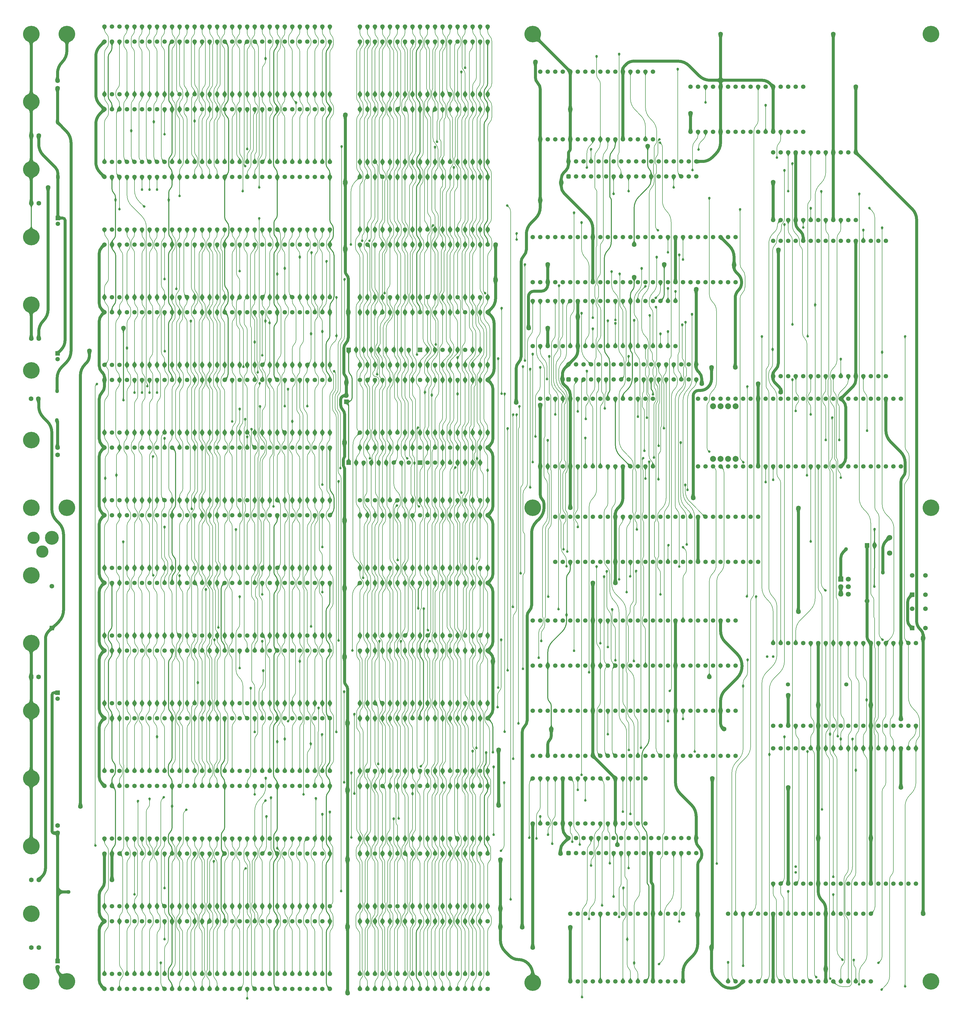
<source format=gbl>
%TF.GenerationSoftware,KiCad,Pcbnew,9.0.4*%
%TF.CreationDate,2025-09-23T17:47:15+02:00*%
%TF.ProjectId,Mainboard Full,4d61696e-626f-4617-9264-2046756c6c2e,V0*%
%TF.SameCoordinates,Original*%
%TF.FileFunction,Copper,L2,Bot*%
%TF.FilePolarity,Positive*%
%FSLAX46Y46*%
G04 Gerber Fmt 4.6, Leading zero omitted, Abs format (unit mm)*
G04 Created by KiCad (PCBNEW 9.0.4) date 2025-09-23 17:47:15*
%MOMM*%
%LPD*%
G01*
G04 APERTURE LIST*
G04 Aperture macros list*
%AMRoundRect*
0 Rectangle with rounded corners*
0 $1 Rounding radius*
0 $2 $3 $4 $5 $6 $7 $8 $9 X,Y pos of 4 corners*
0 Add a 4 corners polygon primitive as box body*
4,1,4,$2,$3,$4,$5,$6,$7,$8,$9,$2,$3,0*
0 Add four circle primitives for the rounded corners*
1,1,$1+$1,$2,$3*
1,1,$1+$1,$4,$5*
1,1,$1+$1,$6,$7*
1,1,$1+$1,$8,$9*
0 Add four rect primitives between the rounded corners*
20,1,$1+$1,$2,$3,$4,$5,0*
20,1,$1+$1,$4,$5,$6,$7,0*
20,1,$1+$1,$6,$7,$8,$9,0*
20,1,$1+$1,$8,$9,$2,$3,0*%
G04 Aperture macros list end*
%TA.AperFunction,ComponentPad*%
%ADD10R,1.500000X1.500000*%
%TD*%
%TA.AperFunction,ComponentPad*%
%ADD11C,1.500000*%
%TD*%
%TA.AperFunction,ComponentPad*%
%ADD12C,5.600000*%
%TD*%
%TA.AperFunction,ComponentPad*%
%ADD13R,1.700000X1.700000*%
%TD*%
%TA.AperFunction,ComponentPad*%
%ADD14C,1.700000*%
%TD*%
%TA.AperFunction,ComponentPad*%
%ADD15RoundRect,0.375000X0.375000X0.375000X-0.375000X0.375000X-0.375000X-0.375000X0.375000X-0.375000X0*%
%TD*%
%TA.AperFunction,ComponentPad*%
%ADD16R,1.575000X1.575000*%
%TD*%
%TA.AperFunction,ComponentPad*%
%ADD17C,1.575000*%
%TD*%
%TA.AperFunction,ComponentPad*%
%ADD18C,4.700000*%
%TD*%
%TA.AperFunction,ComponentPad*%
%ADD19C,4.150000*%
%TD*%
%TA.AperFunction,ComponentPad*%
%ADD20C,1.600000*%
%TD*%
%TA.AperFunction,WasherPad*%
%ADD21C,0.900000*%
%TD*%
%TA.AperFunction,WasherPad*%
%ADD22C,2.000000*%
%TD*%
%TA.AperFunction,WasherPad*%
%ADD23C,1.400000*%
%TD*%
%TA.AperFunction,ComponentPad*%
%ADD24C,1.800000*%
%TD*%
%TA.AperFunction,ViaPad*%
%ADD25C,1.600000*%
%TD*%
%TA.AperFunction,ViaPad*%
%ADD26C,0.800000*%
%TD*%
%TA.AperFunction,ViaPad*%
%ADD27C,1.300000*%
%TD*%
%TA.AperFunction,Conductor*%
%ADD28C,0.380000*%
%TD*%
%TA.AperFunction,Conductor*%
%ADD29C,1.000000*%
%TD*%
%TA.AperFunction,Conductor*%
%ADD30C,0.200000*%
%TD*%
G04 APERTURE END LIST*
D10*
%TO.P,C1,1*%
%TO.N,/1.6V*%
X81788000Y-126746000D03*
D11*
%TO.P,C1,2*%
%TO.N,/GND*%
X81788000Y-124746000D03*
%TD*%
D12*
%TO.P,H21,1,GND*%
%TO.N,/GND*%
X144780000Y-322997100D03*
%TD*%
D13*
%TO.P,J1,1,Pin_1*%
%TO.N,/18V Socket*%
X248920000Y-186690000D03*
D14*
%TO.P,J1,2,Pin_2*%
%TO.N,/18V Switched*%
X251460000Y-186690000D03*
%TO.P,J1,3,Pin_3*%
%TO.N,/GND*%
X248920000Y-189230000D03*
%TO.P,J1,4,Pin_4*%
%TO.N,/5V LED*%
X251460000Y-189230000D03*
%TO.P,J1,5,Pin_5*%
%TO.N,/GND*%
X248920000Y-191770000D03*
%TO.P,J1,6,Pin_6*%
%TO.N,/~{Reset Switch}*%
X251460000Y-191770000D03*
%TD*%
D12*
%TO.P,H6,1,GND*%
%TO.N,/GND*%
X-24765000Y-139700000D03*
%TD*%
D11*
%TO.P,MPU1 DEV17,A1,A1*%
%TO.N,/MPU1 ~{Reset}*%
X0Y-22860000D03*
%TO.P,MPU1 DEV17,A2,A2*%
%TO.N,unconnected-(MPU1 DEV17-PadA2)*%
X2540000Y-22860000D03*
%TO.P,MPU1 DEV17,A3,A3*%
%TO.N,unconnected-(MPU1 DEV17-PadA3)*%
X5080000Y-22860000D03*
%TO.P,MPU1 DEV17,A4,A4*%
%TO.N,/MPU1 AD0*%
X7620000Y-22860000D03*
%TO.P,MPU1 DEV17,A5,A5*%
%TO.N,/MPU1 AD1*%
X10160000Y-22860000D03*
%TO.P,MPU1 DEV17,A6,A6*%
%TO.N,/MPU1 AD2*%
X12700000Y-22860000D03*
%TO.P,MPU1 DEV17,A7,A7*%
%TO.N,/MPU1 AD3*%
X15240000Y-22860000D03*
%TO.P,MPU1 DEV17,A8,A8*%
%TO.N,/MPU1 AD4*%
X17780000Y-22860000D03*
%TO.P,MPU1 DEV17,A9,A9*%
%TO.N,/MPU1 AD5*%
X20320000Y-22860000D03*
%TO.P,MPU1 DEV17,A10,A10*%
%TO.N,/MPU1 AD6*%
X22860000Y-22860000D03*
%TO.P,MPU1 DEV17,A11,A11*%
%TO.N,/MPU1 AD7*%
X25400000Y-22860000D03*
%TO.P,MPU1 DEV17,A12,A12*%
%TO.N,/MPU1 AD8*%
X27940000Y-22860000D03*
%TO.P,MPU1 DEV17,A13,A13*%
%TO.N,/MPU1 AD9*%
X30480000Y-22860000D03*
%TO.P,MPU1 DEV17,A14,A14*%
%TO.N,/MPU1 AD10*%
X33020000Y-22860000D03*
%TO.P,MPU1 DEV17,A15,A15*%
%TO.N,/MPU1 AD11*%
X35560000Y-22860000D03*
%TO.P,MPU1 DEV17,A16,A16*%
%TO.N,/MPU1 AD12*%
X38100000Y-22860000D03*
%TO.P,MPU1 DEV17,A17,A17*%
%TO.N,/MPU1 AD13*%
X40640000Y-22860000D03*
%TO.P,MPU1 DEV17,A18,A18*%
%TO.N,/MPU1 AD14*%
X43180000Y-22860000D03*
%TO.P,MPU1 DEV17,A19,A19*%
%TO.N,/MPU1 AD15*%
X45720000Y-22860000D03*
%TO.P,MPU1 DEV17,A20,A20*%
%TO.N,/MPU1 AD16*%
X48260000Y-22860000D03*
%TO.P,MPU1 DEV17,A21,A21*%
%TO.N,/MPU1 DD7*%
X50800000Y-22860000D03*
%TO.P,MPU1 DEV17,A22,A22*%
%TO.N,/MPU1 DD6*%
X53340000Y-22860000D03*
%TO.P,MPU1 DEV17,A23,A23*%
%TO.N,/MPU1 DD5*%
X55880000Y-22860000D03*
%TO.P,MPU1 DEV17,A24,A24*%
%TO.N,/MPU1 DD4*%
X58420000Y-22860000D03*
%TO.P,MPU1 DEV17,A25,A25*%
%TO.N,/MPU1 DD3*%
X60960000Y-22860000D03*
%TO.P,MPU1 DEV17,A26,A26*%
%TO.N,/MPU1 DD2*%
X63500000Y-22860000D03*
%TO.P,MPU1 DEV17,A27,A27*%
%TO.N,/MPU1 DD1*%
X66040000Y-22860000D03*
%TO.P,MPU1 DEV17,A28,A28*%
%TO.N,/MPU1 DD0*%
X68580000Y-22860000D03*
%TO.P,MPU1 DEV17,A29,A29*%
%TO.N,/MPU1 HD2*%
X71120000Y-22860000D03*
%TO.P,MPU1 DEV17,A30,A30*%
%TO.N,/MPU1 HD1*%
X73660000Y-22860000D03*
%TO.P,MPU1 DEV17,A31,A31*%
%TO.N,/MPU1 HD0*%
X76200000Y-22860000D03*
%TO.P,MPU1 DEV17,B1,B1*%
%TO.N,/12V_{1}*%
X0Y-27940000D03*
%TO.P,MPU1 DEV17,B2,B2*%
%TO.N,/GND*%
X2540000Y-27940000D03*
%TO.P,MPU1 DEV17,B3,B3*%
%TO.N,/MPU1 CLK*%
X5080000Y-27940000D03*
%TO.P,MPU1 DEV17,B4,B4*%
%TO.N,unconnected-(MPU1 DEV17-PadB4)*%
X7620000Y-27940000D03*
%TO.P,MPU1 DEV17,B5,B5*%
%TO.N,unconnected-(MPU1 DEV17-PadB5)*%
X10160000Y-27940000D03*
%TO.P,MPU1 DEV17,B6,B6*%
%TO.N,unconnected-(MPU1 DEV17-PadB6)*%
X12700000Y-27940000D03*
%TO.P,MPU1 DEV17,B7,B7*%
%TO.N,unconnected-(MPU1 DEV17-PadB7)*%
X15240000Y-27940000D03*
%TO.P,MPU1 DEV17,B8,B8*%
%TO.N,unconnected-(MPU1 DEV17-PadB8)*%
X17780000Y-27940000D03*
%TO.P,MPU1 DEV17,B9,B9*%
%TO.N,/MPU1 ~{Main}17*%
X20320000Y-27940000D03*
%TO.P,MPU1 DEV17,B10,B10*%
%TO.N,/GND*%
X22860000Y-27940000D03*
%TO.P,MPU1 DEV17,B11,B11*%
%TO.N,/MPU1 ~{Main Access}*%
X25400000Y-27940000D03*
%TO.P,MPU1 DEV17,B12,B12*%
%TO.N,unconnected-(MPU1 DEV17-PadB12)*%
X27940000Y-27940000D03*
%TO.P,MPU1 DEV17,B13,B13*%
%TO.N,/MPU1 D~{RD}*%
X30480000Y-27940000D03*
%TO.P,MPU1 DEV17,B14,B14*%
%TO.N,/MPU1 D~{WD}*%
X33020000Y-27940000D03*
%TO.P,MPU1 DEV17,B15,B15*%
%TO.N,/MPU1 DCLK*%
X35560000Y-27940000D03*
%TO.P,MPU1 DEV17,B16,B16*%
%TO.N,/MPU1 D~{CLK}*%
X38100000Y-27940000D03*
%TO.P,MPU1 DEV17,B17,B17*%
%TO.N,/GND*%
X40640000Y-27940000D03*
%TO.P,MPU1 DEV17,B18,B18*%
%TO.N,unconnected-(MPU1 DEV17-PadB18)*%
X43180000Y-27940000D03*
%TO.P,MPU1 DEV17,B19,B19*%
%TO.N,/~{Interrupt} MPU1 DEV17*%
X45720000Y-27940000D03*
%TO.P,MPU1 DEV17,B20,B20*%
%TO.N,/~{Reset} MPU1 DEV17*%
X48260000Y-27940000D03*
%TO.P,MPU1 DEV17,B21,B21*%
%TO.N,/~{Select} MPU1 DEV17*%
X50800000Y-27940000D03*
%TO.P,MPU1 DEV17,B22,B22*%
%TO.N,/~{Enable} MPU1 DEV17*%
X53340000Y-27940000D03*
%TO.P,MPU1 DEV17,B23,B23*%
%TO.N,unconnected-(MPU1 DEV17-PadB23)*%
X55880000Y-27940000D03*
%TO.P,MPU1 DEV17,B24,B24*%
%TO.N,/GND*%
X58420000Y-27940000D03*
%TO.P,MPU1 DEV17,B25,B25*%
%TO.N,unconnected-(MPU1 DEV17-PadB25)*%
X60960000Y-27940000D03*
%TO.P,MPU1 DEV17,B26,B26*%
%TO.N,unconnected-(MPU1 DEV17-PadB26)*%
X63500000Y-27940000D03*
%TO.P,MPU1 DEV17,B27,B27*%
%TO.N,unconnected-(MPU1 DEV17-PadB27)*%
X66040000Y-27940000D03*
%TO.P,MPU1 DEV17,B28,B28*%
%TO.N,unconnected-(MPU1 DEV17-PadB28)*%
X68580000Y-27940000D03*
%TO.P,MPU1 DEV17,B29,B29*%
%TO.N,unconnected-(MPU1 DEV17-PadB29)*%
X71120000Y-27940000D03*
%TO.P,MPU1 DEV17,B30,B30*%
%TO.N,unconnected-(MPU1 DEV17-PadB30)*%
X73660000Y-27940000D03*
%TO.P,MPU1 DEV17,B31,B31*%
%TO.N,/GND*%
X76200000Y-27940000D03*
%TO.P,MPU1 DEV17,C1,C1*%
%TO.N,/AM23*%
X86360000Y-22860000D03*
%TO.P,MPU1 DEV17,C2,C2*%
%TO.N,/AM22*%
X88900000Y-22860000D03*
%TO.P,MPU1 DEV17,C3,C3*%
%TO.N,/AM21*%
X91440000Y-22860000D03*
%TO.P,MPU1 DEV17,C4,C4*%
%TO.N,/AM20*%
X93980000Y-22860000D03*
%TO.P,MPU1 DEV17,C5,C5*%
%TO.N,/AM19*%
X96520000Y-22860000D03*
%TO.P,MPU1 DEV17,C6,C6*%
%TO.N,/AM18*%
X99060000Y-22860000D03*
%TO.P,MPU1 DEV17,C7,C7*%
%TO.N,/AM17*%
X101600000Y-22860000D03*
%TO.P,MPU1 DEV17,C8,C8*%
%TO.N,/AM16*%
X104140000Y-22860000D03*
%TO.P,MPU1 DEV17,C9,C9*%
%TO.N,/AM15*%
X106680000Y-22860000D03*
%TO.P,MPU1 DEV17,C10,C10*%
%TO.N,/AM14*%
X109220000Y-22860000D03*
%TO.P,MPU1 DEV17,C11,C11*%
%TO.N,/AM13*%
X111760000Y-22860000D03*
%TO.P,MPU1 DEV17,C12,C12*%
%TO.N,/AM12*%
X114300000Y-22860000D03*
%TO.P,MPU1 DEV17,C13,C13*%
%TO.N,/AM11*%
X116840000Y-22860000D03*
%TO.P,MPU1 DEV17,C14,C14*%
%TO.N,/AM10*%
X119380000Y-22860000D03*
%TO.P,MPU1 DEV17,C15,C15*%
%TO.N,/AM9*%
X121920000Y-22860000D03*
%TO.P,MPU1 DEV17,C16,C16*%
%TO.N,/AM8*%
X124460000Y-22860000D03*
%TO.P,MPU1 DEV17,C17,C17*%
%TO.N,/AM7*%
X127000000Y-22860000D03*
%TO.P,MPU1 DEV17,C18,C18*%
%TO.N,/AM6*%
X129540000Y-22860000D03*
%TO.P,MPU1 DEV17,D1,D1*%
%TO.N,/DM7*%
X86360000Y-27940000D03*
%TO.P,MPU1 DEV17,D2,D2*%
%TO.N,/DM6*%
X88900000Y-27940000D03*
%TO.P,MPU1 DEV17,D3,D3*%
%TO.N,/DM5*%
X91440000Y-27940000D03*
%TO.P,MPU1 DEV17,D4,D4*%
%TO.N,/DM4*%
X93980000Y-27940000D03*
%TO.P,MPU1 DEV17,D5,D5*%
%TO.N,/DM3*%
X96520000Y-27940000D03*
%TO.P,MPU1 DEV17,D6,D6*%
%TO.N,/DM2*%
X99060000Y-27940000D03*
%TO.P,MPU1 DEV17,D7,D7*%
%TO.N,/DM1*%
X101600000Y-27940000D03*
%TO.P,MPU1 DEV17,D8,D8*%
%TO.N,/DM0*%
X104140000Y-27940000D03*
%TO.P,MPU1 DEV17,D9,D9*%
%TO.N,/GND*%
X106680000Y-27940000D03*
%TO.P,MPU1 DEV17,D10,D10*%
%TO.N,/M~{RD}*%
X109220000Y-27940000D03*
%TO.P,MPU1 DEV17,D11,D11*%
%TO.N,/M~{WD}*%
X111760000Y-27940000D03*
%TO.P,MPU1 DEV17,D12,D12*%
%TO.N,/AM5*%
X114300000Y-27940000D03*
%TO.P,MPU1 DEV17,D13,D13*%
%TO.N,/AM4*%
X116840000Y-27940000D03*
%TO.P,MPU1 DEV17,D14,D14*%
%TO.N,/AM3*%
X119380000Y-27940000D03*
%TO.P,MPU1 DEV17,D15,D15*%
%TO.N,/AM2*%
X121920000Y-27940000D03*
%TO.P,MPU1 DEV17,D16,D16*%
%TO.N,/AM1*%
X124460000Y-27940000D03*
%TO.P,MPU1 DEV17,D17,D17*%
%TO.N,/AM0*%
X127000000Y-27940000D03*
%TO.P,MPU1 DEV17,D18,D18*%
%TO.N,/GND*%
X129540000Y-27940000D03*
%TD*%
D12*
%TO.P,H20,1,GND*%
%TO.N,/GND*%
X279400000Y-162560000D03*
%TD*%
%TO.P,H16,1,GND*%
%TO.N,/GND*%
X-24765000Y-299720000D03*
%TD*%
D15*
%TO.P,MPD0,1,1*%
%TO.N,unconnected-(MPD0-Pad1)*%
X156845000Y-119253000D03*
D11*
%TO.P,MPD0,2,2*%
%TO.N,/GND*%
X156845000Y-114173000D03*
%TO.P,MPD0,3,3*%
%TO.N,/~{Interrupt} MPU0 DEV2*%
X159385000Y-119253000D03*
%TO.P,MPD0,4,4*%
%TO.N,/~{Reset} MPU0 DEV19*%
X159385000Y-114173000D03*
%TO.P,MPD0,5,5*%
%TO.N,/~{Interrupt} MPU0 DEV3*%
X161925000Y-119253000D03*
%TO.P,MPD0,6,6*%
%TO.N,/~{Reset} MPU0 DEV18*%
X161925000Y-114173000D03*
%TO.P,MPD0,7,7*%
%TO.N,/~{Interrupt} MPU0 DEV4*%
X164465000Y-119253000D03*
%TO.P,MPD0,8,8*%
%TO.N,/~{Reset} MPU0 DEV17*%
X164465000Y-114173000D03*
%TO.P,MPD0,9,9*%
%TO.N,/~{Interrupt} MPU0 DEV5*%
X167005000Y-119253000D03*
%TO.P,MPD0,10,10*%
%TO.N,/~{Reset} MPU0 DEV16*%
X167005000Y-114173000D03*
%TO.P,MPD0,11,11*%
%TO.N,/~{Interrupt} MPU0 DEV6*%
X169545000Y-119253000D03*
%TO.P,MPD0,12,12*%
%TO.N,/~{Reset} MPU0 DEV7*%
X169545000Y-114173000D03*
%TO.P,MPD0,13,13*%
%TO.N,/~{Interrupt} MPU0 DEV7*%
X172085000Y-119253000D03*
%TO.P,MPD0,14,14*%
%TO.N,/~{Reset} MPU0 DEV6*%
X172085000Y-114173000D03*
%TO.P,MPD0,15,15*%
%TO.N,/~{Interrupt} MPU0 DEV16*%
X174625000Y-119253000D03*
%TO.P,MPD0,16,16*%
%TO.N,/~{Reset} MPU0 DEV5*%
X174625000Y-114173000D03*
%TO.P,MPD0,17,17*%
%TO.N,/~{Interrupt} MPU0 DEV17*%
X177165000Y-119253000D03*
%TO.P,MPD0,18,18*%
%TO.N,/~{Reset} MPU0 DEV4*%
X177165000Y-114173000D03*
%TO.P,MPD0,19,19*%
%TO.N,/~{Interrupt} MPU0 DEV18*%
X179705000Y-119253000D03*
%TO.P,MPD0,20,20*%
%TO.N,/~{Reset} MPU0 DEV3*%
X179705000Y-114173000D03*
%TO.P,MPD0,21,21*%
%TO.N,/~{Interrupt} MPU0 DEV19*%
X182245000Y-119253000D03*
%TO.P,MPD0,22,22*%
%TO.N,unconnected-(MPD0-Pad22)*%
X182245000Y-114173000D03*
%TO.P,MPD0,23,23*%
%TO.N,/GND*%
X184785000Y-119253000D03*
%TO.P,MPD0,24,24*%
%TO.N,unconnected-(MPD0-Pad24)*%
X184785000Y-114173000D03*
%TO.P,MPD0,25,25*%
%TO.N,/~{Enable} MPU0 DEV19*%
X187325000Y-119253000D03*
%TO.P,MPD0,26,26*%
%TO.N,/~{Enable} MPU0 DEV5*%
X187325000Y-114173000D03*
%TO.P,MPD0,27,27*%
%TO.N,/~{Enable} MPU0 DEV18*%
X189865000Y-119253000D03*
%TO.P,MPD0,28,28*%
%TO.N,/~{Enable} MPU0 DEV4*%
X189865000Y-114173000D03*
%TO.P,MPD0,29,29*%
%TO.N,/~{Enable} MPU0 DEV17*%
X192405000Y-119253000D03*
%TO.P,MPD0,30,30*%
%TO.N,/~{Enable} MPU0 DEV3*%
X192405000Y-114173000D03*
%TO.P,MPD0,31,31*%
%TO.N,/~{Enable} MPU0 DEV16*%
X194945000Y-119253000D03*
%TO.P,MPD0,32,32*%
%TO.N,/~{Enable} MPU0 DEV2*%
X194945000Y-114173000D03*
%TO.P,MPD0,33,33*%
%TO.N,/~{Enable} MPU0 DEV7*%
X197485000Y-119253000D03*
%TO.P,MPD0,34,34*%
%TO.N,/~{Enable} MPU0 DEV1*%
X197485000Y-114173000D03*
%TO.P,MPD0,35,35*%
%TO.N,/~{Enable} MPU0 DEV6*%
X200025000Y-119253000D03*
%TO.P,MPD0,36,36*%
%TO.N,/GND*%
X200025000Y-114173000D03*
%TD*%
D12*
%TO.P,H18,1,GND*%
%TO.N,/GND*%
X144780000Y-162560000D03*
%TD*%
D11*
%TO.P,MPU1 DEV16,A1,A1*%
%TO.N,/MPU1 ~{Reset}*%
X0Y0D03*
%TO.P,MPU1 DEV16,A2,A2*%
%TO.N,unconnected-(MPU1 DEV16-PadA2)*%
X2540000Y0D03*
%TO.P,MPU1 DEV16,A3,A3*%
%TO.N,unconnected-(MPU1 DEV16-PadA3)*%
X5080000Y0D03*
%TO.P,MPU1 DEV16,A4,A4*%
%TO.N,/MPU1 AD0*%
X7620000Y0D03*
%TO.P,MPU1 DEV16,A5,A5*%
%TO.N,/MPU1 AD1*%
X10160000Y0D03*
%TO.P,MPU1 DEV16,A6,A6*%
%TO.N,/MPU1 AD2*%
X12700000Y0D03*
%TO.P,MPU1 DEV16,A7,A7*%
%TO.N,/MPU1 AD3*%
X15240000Y0D03*
%TO.P,MPU1 DEV16,A8,A8*%
%TO.N,/MPU1 AD4*%
X17780000Y0D03*
%TO.P,MPU1 DEV16,A9,A9*%
%TO.N,/MPU1 AD5*%
X20320000Y0D03*
%TO.P,MPU1 DEV16,A10,A10*%
%TO.N,/MPU1 AD6*%
X22860000Y0D03*
%TO.P,MPU1 DEV16,A11,A11*%
%TO.N,/MPU1 AD7*%
X25400000Y0D03*
%TO.P,MPU1 DEV16,A12,A12*%
%TO.N,/MPU1 AD8*%
X27940000Y0D03*
%TO.P,MPU1 DEV16,A13,A13*%
%TO.N,/MPU1 AD9*%
X30480000Y0D03*
%TO.P,MPU1 DEV16,A14,A14*%
%TO.N,/MPU1 AD10*%
X33020000Y0D03*
%TO.P,MPU1 DEV16,A15,A15*%
%TO.N,/MPU1 AD11*%
X35560000Y0D03*
%TO.P,MPU1 DEV16,A16,A16*%
%TO.N,/MPU1 AD12*%
X38100000Y0D03*
%TO.P,MPU1 DEV16,A17,A17*%
%TO.N,/MPU1 AD13*%
X40640000Y0D03*
%TO.P,MPU1 DEV16,A18,A18*%
%TO.N,/MPU1 AD14*%
X43180000Y0D03*
%TO.P,MPU1 DEV16,A19,A19*%
%TO.N,/MPU1 AD15*%
X45720000Y0D03*
%TO.P,MPU1 DEV16,A20,A20*%
%TO.N,/MPU1 AD16*%
X48260000Y0D03*
%TO.P,MPU1 DEV16,A21,A21*%
%TO.N,/MPU1 DD7*%
X50800000Y0D03*
%TO.P,MPU1 DEV16,A22,A22*%
%TO.N,/MPU1 DD6*%
X53340000Y0D03*
%TO.P,MPU1 DEV16,A23,A23*%
%TO.N,/MPU1 DD5*%
X55880000Y0D03*
%TO.P,MPU1 DEV16,A24,A24*%
%TO.N,/MPU1 DD4*%
X58420000Y0D03*
%TO.P,MPU1 DEV16,A25,A25*%
%TO.N,/MPU1 DD3*%
X60960000Y0D03*
%TO.P,MPU1 DEV16,A26,A26*%
%TO.N,/MPU1 DD2*%
X63500000Y0D03*
%TO.P,MPU1 DEV16,A27,A27*%
%TO.N,/MPU1 DD1*%
X66040000Y0D03*
%TO.P,MPU1 DEV16,A28,A28*%
%TO.N,/MPU1 DD0*%
X68580000Y0D03*
%TO.P,MPU1 DEV16,A29,A29*%
%TO.N,/MPU1 HD2*%
X71120000Y0D03*
%TO.P,MPU1 DEV16,A30,A30*%
%TO.N,/MPU1 HD1*%
X73660000Y0D03*
%TO.P,MPU1 DEV16,A31,A31*%
%TO.N,/MPU1 HD0*%
X76200000Y0D03*
%TO.P,MPU1 DEV16,B1,B1*%
%TO.N,/12V_{1}*%
X0Y-5080000D03*
%TO.P,MPU1 DEV16,B2,B2*%
%TO.N,/GND*%
X2540000Y-5080000D03*
%TO.P,MPU1 DEV16,B3,B3*%
%TO.N,/MPU1 CLK*%
X5080000Y-5080000D03*
%TO.P,MPU1 DEV16,B4,B4*%
%TO.N,unconnected-(MPU1 DEV16-PadB4)*%
X7620000Y-5080000D03*
%TO.P,MPU1 DEV16,B5,B5*%
%TO.N,unconnected-(MPU1 DEV16-PadB5)*%
X10160000Y-5080000D03*
%TO.P,MPU1 DEV16,B6,B6*%
%TO.N,unconnected-(MPU1 DEV16-PadB6)*%
X12700000Y-5080000D03*
%TO.P,MPU1 DEV16,B7,B7*%
%TO.N,unconnected-(MPU1 DEV16-PadB7)*%
X15240000Y-5080000D03*
%TO.P,MPU1 DEV16,B8,B8*%
%TO.N,unconnected-(MPU1 DEV16-PadB8)*%
X17780000Y-5080000D03*
%TO.P,MPU1 DEV16,B9,B9*%
%TO.N,/MPU1 ~{Main}16*%
X20320000Y-5080000D03*
%TO.P,MPU1 DEV16,B10,B10*%
%TO.N,/GND*%
X22860000Y-5080000D03*
%TO.P,MPU1 DEV16,B11,B11*%
%TO.N,/MPU1 ~{Main Access}*%
X25400000Y-5080000D03*
%TO.P,MPU1 DEV16,B12,B12*%
%TO.N,unconnected-(MPU1 DEV16-PadB12)*%
X27940000Y-5080000D03*
%TO.P,MPU1 DEV16,B13,B13*%
%TO.N,/MPU1 D~{RD}*%
X30480000Y-5080000D03*
%TO.P,MPU1 DEV16,B14,B14*%
%TO.N,/MPU1 D~{WD}*%
X33020000Y-5080000D03*
%TO.P,MPU1 DEV16,B15,B15*%
%TO.N,/MPU1 DCLK*%
X35560000Y-5080000D03*
%TO.P,MPU1 DEV16,B16,B16*%
%TO.N,/MPU1 D~{CLK}*%
X38100000Y-5080000D03*
%TO.P,MPU1 DEV16,B17,B17*%
%TO.N,/GND*%
X40640000Y-5080000D03*
%TO.P,MPU1 DEV16,B18,B18*%
%TO.N,unconnected-(MPU1 DEV16-PadB18)*%
X43180000Y-5080000D03*
%TO.P,MPU1 DEV16,B19,B19*%
%TO.N,/~{Interrupt} MPU1 DEV16*%
X45720000Y-5080000D03*
%TO.P,MPU1 DEV16,B20,B20*%
%TO.N,/~{Reset} MPU1 DEV16*%
X48260000Y-5080000D03*
%TO.P,MPU1 DEV16,B21,B21*%
%TO.N,/~{Select} MPU1 DEV16*%
X50800000Y-5080000D03*
%TO.P,MPU1 DEV16,B22,B22*%
%TO.N,/~{Enable} MPU1 DEV16*%
X53340000Y-5080000D03*
%TO.P,MPU1 DEV16,B23,B23*%
%TO.N,unconnected-(MPU1 DEV16-PadB23)*%
X55880000Y-5080000D03*
%TO.P,MPU1 DEV16,B24,B24*%
%TO.N,/GND*%
X58420000Y-5080000D03*
%TO.P,MPU1 DEV16,B25,B25*%
%TO.N,unconnected-(MPU1 DEV16-PadB25)*%
X60960000Y-5080000D03*
%TO.P,MPU1 DEV16,B26,B26*%
%TO.N,unconnected-(MPU1 DEV16-PadB26)*%
X63500000Y-5080000D03*
%TO.P,MPU1 DEV16,B27,B27*%
%TO.N,unconnected-(MPU1 DEV16-PadB27)*%
X66040000Y-5080000D03*
%TO.P,MPU1 DEV16,B28,B28*%
%TO.N,unconnected-(MPU1 DEV16-PadB28)*%
X68580000Y-5080000D03*
%TO.P,MPU1 DEV16,B29,B29*%
%TO.N,unconnected-(MPU1 DEV16-PadB29)*%
X71120000Y-5080000D03*
%TO.P,MPU1 DEV16,B30,B30*%
%TO.N,unconnected-(MPU1 DEV16-PadB30)*%
X73660000Y-5080000D03*
%TO.P,MPU1 DEV16,B31,B31*%
%TO.N,/GND*%
X76200000Y-5080000D03*
%TO.P,MPU1 DEV16,C1,C1*%
%TO.N,/AM23*%
X86360000Y0D03*
%TO.P,MPU1 DEV16,C2,C2*%
%TO.N,/AM22*%
X88900000Y0D03*
%TO.P,MPU1 DEV16,C3,C3*%
%TO.N,/AM21*%
X91440000Y0D03*
%TO.P,MPU1 DEV16,C4,C4*%
%TO.N,/AM20*%
X93980000Y0D03*
%TO.P,MPU1 DEV16,C5,C5*%
%TO.N,/AM19*%
X96520000Y0D03*
%TO.P,MPU1 DEV16,C6,C6*%
%TO.N,/AM18*%
X99060000Y0D03*
%TO.P,MPU1 DEV16,C7,C7*%
%TO.N,/AM17*%
X101600000Y0D03*
%TO.P,MPU1 DEV16,C8,C8*%
%TO.N,/AM16*%
X104140000Y0D03*
%TO.P,MPU1 DEV16,C9,C9*%
%TO.N,/AM15*%
X106680000Y0D03*
%TO.P,MPU1 DEV16,C10,C10*%
%TO.N,/AM14*%
X109220000Y0D03*
%TO.P,MPU1 DEV16,C11,C11*%
%TO.N,/AM13*%
X111760000Y0D03*
%TO.P,MPU1 DEV16,C12,C12*%
%TO.N,/AM12*%
X114300000Y0D03*
%TO.P,MPU1 DEV16,C13,C13*%
%TO.N,/AM11*%
X116840000Y0D03*
%TO.P,MPU1 DEV16,C14,C14*%
%TO.N,/AM10*%
X119380000Y0D03*
%TO.P,MPU1 DEV16,C15,C15*%
%TO.N,/AM9*%
X121920000Y0D03*
%TO.P,MPU1 DEV16,C16,C16*%
%TO.N,/AM8*%
X124460000Y0D03*
%TO.P,MPU1 DEV16,C17,C17*%
%TO.N,/AM7*%
X127000000Y0D03*
%TO.P,MPU1 DEV16,C18,C18*%
%TO.N,/AM6*%
X129540000Y0D03*
%TO.P,MPU1 DEV16,D1,D1*%
%TO.N,/DM7*%
X86360000Y-5080000D03*
%TO.P,MPU1 DEV16,D2,D2*%
%TO.N,/DM6*%
X88900000Y-5080000D03*
%TO.P,MPU1 DEV16,D3,D3*%
%TO.N,/DM5*%
X91440000Y-5080000D03*
%TO.P,MPU1 DEV16,D4,D4*%
%TO.N,/DM4*%
X93980000Y-5080000D03*
%TO.P,MPU1 DEV16,D5,D5*%
%TO.N,/DM3*%
X96520000Y-5080000D03*
%TO.P,MPU1 DEV16,D6,D6*%
%TO.N,/DM2*%
X99060000Y-5080000D03*
%TO.P,MPU1 DEV16,D7,D7*%
%TO.N,/DM1*%
X101600000Y-5080000D03*
%TO.P,MPU1 DEV16,D8,D8*%
%TO.N,/DM0*%
X104140000Y-5080000D03*
%TO.P,MPU1 DEV16,D9,D9*%
%TO.N,/GND*%
X106680000Y-5080000D03*
%TO.P,MPU1 DEV16,D10,D10*%
%TO.N,/M~{RD}*%
X109220000Y-5080000D03*
%TO.P,MPU1 DEV16,D11,D11*%
%TO.N,/M~{WD}*%
X111760000Y-5080000D03*
%TO.P,MPU1 DEV16,D12,D12*%
%TO.N,/AM5*%
X114300000Y-5080000D03*
%TO.P,MPU1 DEV16,D13,D13*%
%TO.N,/AM4*%
X116840000Y-5080000D03*
%TO.P,MPU1 DEV16,D14,D14*%
%TO.N,/AM3*%
X119380000Y-5080000D03*
%TO.P,MPU1 DEV16,D15,D15*%
%TO.N,/AM2*%
X121920000Y-5080000D03*
%TO.P,MPU1 DEV16,D16,D16*%
%TO.N,/AM1*%
X124460000Y-5080000D03*
%TO.P,MPU1 DEV16,D17,D17*%
%TO.N,/AM0*%
X127000000Y-5080000D03*
%TO.P,MPU1 DEV16,D18,D18*%
%TO.N,/GND*%
X129540000Y-5080000D03*
%TD*%
%TO.P,B14,1,5V*%
%TO.N,/5V_{7}*%
X198120000Y-35560000D03*
%TO.P,B14,2,~{Device_Select}*%
%TO.N,/~{Select} MPU1 DEV7*%
X200660000Y-35560000D03*
%TO.P,B14,3,A0*%
%TO.N,/MPU1 AD0*%
X203200000Y-35560000D03*
%TO.P,B14,4,A1*%
%TO.N,/MPU1 AD1*%
X205740000Y-35560000D03*
%TO.P,B14,5,GND*%
%TO.N,/GND*%
X208280000Y-35560000D03*
%TO.P,B14,6,A2*%
%TO.N,/MPU1 AD2*%
X210820000Y-35560000D03*
%TO.P,B14,7,A3*%
%TO.N,/MPU1 AD3*%
X213360000Y-35560000D03*
%TO.P,B14,8,A4*%
%TO.N,/MPU1 AD4*%
X215900000Y-35560000D03*
%TO.P,B14,9,N.C.*%
%TO.N,unconnected-(B14-N.C.-Pad9)*%
X218440000Y-35560000D03*
%TO.P,B14,10,~{RD}*%
%TO.N,/MPU1 D~{RD}*%
X220980000Y-35560000D03*
%TO.P,B14,11,~{WD}*%
%TO.N,/MPU1 D~{WD}*%
X223520000Y-35560000D03*
%TO.P,B14,12,GND*%
%TO.N,/GND*%
X226060000Y-35560000D03*
%TO.P,B14,13,~{Device_Reset}*%
%TO.N,/~{Reset} MPU1 DEV7*%
X228600000Y-35560000D03*
%TO.P,B14,14,N.C.*%
%TO.N,unconnected-(B14-N.C.-Pad14)*%
X231140000Y-35560000D03*
%TO.P,B14,15,N.C.*%
%TO.N,unconnected-(B14-N.C.-Pad15)*%
X233680000Y-35560000D03*
%TO.P,B14,16,N.C.*%
%TO.N,unconnected-(B14-N.C.-Pad16)*%
X236220000Y-35560000D03*
%TO.P,B14,17,5V*%
%TO.N,/5V_{7}*%
X236220000Y-20320000D03*
%TO.P,B14,18,H2*%
%TO.N,/MPU1 HD2*%
X233680000Y-20320000D03*
%TO.P,B14,19,H1*%
%TO.N,/MPU1 HD1*%
X231140000Y-20320000D03*
%TO.P,B14,20,H0*%
%TO.N,/MPU1 HD0*%
X228600000Y-20320000D03*
%TO.P,B14,21,GND*%
%TO.N,/GND*%
X226060000Y-20320000D03*
%TO.P,B14,22,N.C.*%
%TO.N,unconnected-(B14-N.C.-Pad22)*%
X223520000Y-20320000D03*
%TO.P,B14,23,~{MPU0_IRQ_{out}}*%
%TO.N,/MPU0_IRQ1*%
X220980000Y-20320000D03*
%TO.P,B14,24,D7*%
%TO.N,/MPU1 DD7*%
X218440000Y-20320000D03*
%TO.P,B14,25,D6*%
%TO.N,/MPU1 DD6*%
X215900000Y-20320000D03*
%TO.P,B14,26,D5*%
%TO.N,/MPU1 DD5*%
X213360000Y-20320000D03*
%TO.P,B14,27,D4*%
%TO.N,/MPU1 DD4*%
X210820000Y-20320000D03*
%TO.P,B14,28,GND*%
%TO.N,/GND*%
X208280000Y-20320000D03*
%TO.P,B14,29,D3*%
%TO.N,/MPU1 DD3*%
X205740000Y-20320000D03*
%TO.P,B14,30,D2*%
%TO.N,/MPU1 DD2*%
X203200000Y-20320000D03*
%TO.P,B14,31,D1*%
%TO.N,/MPU1 DD1*%
X200660000Y-20320000D03*
%TO.P,B14,32,D0*%
%TO.N,/MPU1 DD0*%
X198120000Y-20320000D03*
%TD*%
%TO.P,MPU2 DEV16,A1,A1*%
%TO.N,/MPU2 ~{Reset}*%
X0Y-297180000D03*
%TO.P,MPU2 DEV16,A2,A2*%
%TO.N,unconnected-(MPU2 DEV16-PadA2)*%
X2540000Y-297180000D03*
%TO.P,MPU2 DEV16,A3,A3*%
%TO.N,unconnected-(MPU2 DEV16-PadA3)*%
X5080000Y-297180000D03*
%TO.P,MPU2 DEV16,A4,A4*%
%TO.N,/MPU2 AD0*%
X7620000Y-297180000D03*
%TO.P,MPU2 DEV16,A5,A5*%
%TO.N,/MPU2 AD1*%
X10160000Y-297180000D03*
%TO.P,MPU2 DEV16,A6,A6*%
%TO.N,/MPU2 AD2*%
X12700000Y-297180000D03*
%TO.P,MPU2 DEV16,A7,A7*%
%TO.N,/MPU2 AD3*%
X15240000Y-297180000D03*
%TO.P,MPU2 DEV16,A8,A8*%
%TO.N,/MPU2 AD4*%
X17780000Y-297180000D03*
%TO.P,MPU2 DEV16,A9,A9*%
%TO.N,/MPU2 AD5*%
X20320000Y-297180000D03*
%TO.P,MPU2 DEV16,A10,A10*%
%TO.N,/MPU2 AD6*%
X22860000Y-297180000D03*
%TO.P,MPU2 DEV16,A11,A11*%
%TO.N,/MPU2 AD7*%
X25400000Y-297180000D03*
%TO.P,MPU2 DEV16,A12,A12*%
%TO.N,/MPU2 AD8*%
X27940000Y-297180000D03*
%TO.P,MPU2 DEV16,A13,A13*%
%TO.N,/MPU2 AD9*%
X30480000Y-297180000D03*
%TO.P,MPU2 DEV16,A14,A14*%
%TO.N,/MPU2 AD10*%
X33020000Y-297180000D03*
%TO.P,MPU2 DEV16,A15,A15*%
%TO.N,/MPU2 AD11*%
X35560000Y-297180000D03*
%TO.P,MPU2 DEV16,A16,A16*%
%TO.N,/MPU2 AD12*%
X38100000Y-297180000D03*
%TO.P,MPU2 DEV16,A17,A17*%
%TO.N,/MPU2 AD13*%
X40640000Y-297180000D03*
%TO.P,MPU2 DEV16,A18,A18*%
%TO.N,/MPU2 AD14*%
X43180000Y-297180000D03*
%TO.P,MPU2 DEV16,A19,A19*%
%TO.N,/MPU2 AD15*%
X45720000Y-297180000D03*
%TO.P,MPU2 DEV16,A20,A20*%
%TO.N,/MPU2 AD16*%
X48260000Y-297180000D03*
%TO.P,MPU2 DEV16,A21,A21*%
%TO.N,/MPU2 DD7*%
X50800000Y-297180000D03*
%TO.P,MPU2 DEV16,A22,A22*%
%TO.N,/MPU2 DD6*%
X53340000Y-297180000D03*
%TO.P,MPU2 DEV16,A23,A23*%
%TO.N,/MPU2 DD5*%
X55880000Y-297180000D03*
%TO.P,MPU2 DEV16,A24,A24*%
%TO.N,/MPU2 DD4*%
X58420000Y-297180000D03*
%TO.P,MPU2 DEV16,A25,A25*%
%TO.N,/MPU2 DD3*%
X60960000Y-297180000D03*
%TO.P,MPU2 DEV16,A26,A26*%
%TO.N,/MPU2 DD2*%
X63500000Y-297180000D03*
%TO.P,MPU2 DEV16,A27,A27*%
%TO.N,/MPU2 DD1*%
X66040000Y-297180000D03*
%TO.P,MPU2 DEV16,A28,A28*%
%TO.N,/MPU2 DD0*%
X68580000Y-297180000D03*
%TO.P,MPU2 DEV16,A29,A29*%
%TO.N,/MPU2 HD2*%
X71120000Y-297180000D03*
%TO.P,MPU2 DEV16,A30,A30*%
%TO.N,/MPU2 HD1*%
X73660000Y-297180000D03*
%TO.P,MPU2 DEV16,A31,A31*%
%TO.N,/MPU2 HD0*%
X76200000Y-297180000D03*
%TO.P,MPU2 DEV16,B1,B1*%
%TO.N,/12V_{2}*%
X0Y-302260000D03*
%TO.P,MPU2 DEV16,B2,B2*%
%TO.N,/GND*%
X2540000Y-302260000D03*
%TO.P,MPU2 DEV16,B3,B3*%
%TO.N,/MPU2 CLK*%
X5080000Y-302260000D03*
%TO.P,MPU2 DEV16,B4,B4*%
%TO.N,unconnected-(MPU2 DEV16-PadB4)*%
X7620000Y-302260000D03*
%TO.P,MPU2 DEV16,B5,B5*%
%TO.N,unconnected-(MPU2 DEV16-PadB5)*%
X10160000Y-302260000D03*
%TO.P,MPU2 DEV16,B6,B6*%
%TO.N,unconnected-(MPU2 DEV16-PadB6)*%
X12700000Y-302260000D03*
%TO.P,MPU2 DEV16,B7,B7*%
%TO.N,unconnected-(MPU2 DEV16-PadB7)*%
X15240000Y-302260000D03*
%TO.P,MPU2 DEV16,B8,B8*%
%TO.N,unconnected-(MPU2 DEV16-PadB8)*%
X17780000Y-302260000D03*
%TO.P,MPU2 DEV16,B9,B9*%
%TO.N,/MPU2 ~{Main}16*%
X20320000Y-302260000D03*
%TO.P,MPU2 DEV16,B10,B10*%
%TO.N,/GND*%
X22860000Y-302260000D03*
%TO.P,MPU2 DEV16,B11,B11*%
%TO.N,/MPU2 ~{Main Access}*%
X25400000Y-302260000D03*
%TO.P,MPU2 DEV16,B12,B12*%
%TO.N,unconnected-(MPU2 DEV16-PadB12)*%
X27940000Y-302260000D03*
%TO.P,MPU2 DEV16,B13,B13*%
%TO.N,/MPU2 D~{RD}*%
X30480000Y-302260000D03*
%TO.P,MPU2 DEV16,B14,B14*%
%TO.N,/MPU2 D~{WD}*%
X33020000Y-302260000D03*
%TO.P,MPU2 DEV16,B15,B15*%
%TO.N,/MPU2 DCLK*%
X35560000Y-302260000D03*
%TO.P,MPU2 DEV16,B16,B16*%
%TO.N,/MPU2 D~{CLK}*%
X38100000Y-302260000D03*
%TO.P,MPU2 DEV16,B17,B17*%
%TO.N,/GND*%
X40640000Y-302260000D03*
%TO.P,MPU2 DEV16,B18,B18*%
%TO.N,unconnected-(MPU2 DEV16-PadB18)*%
X43180000Y-302260000D03*
%TO.P,MPU2 DEV16,B19,B19*%
%TO.N,/~{Interrupt} MPU2 DEV16*%
X45720000Y-302260000D03*
%TO.P,MPU2 DEV16,B20,B20*%
%TO.N,/~{Reset} MPU2 DEV16*%
X48260000Y-302260000D03*
%TO.P,MPU2 DEV16,B21,B21*%
%TO.N,/~{Select} MPU2 DEV16*%
X50800000Y-302260000D03*
%TO.P,MPU2 DEV16,B22,B22*%
%TO.N,/~{Enable} MPU2 DEV16*%
X53340000Y-302260000D03*
%TO.P,MPU2 DEV16,B23,B23*%
%TO.N,unconnected-(MPU2 DEV16-PadB23)*%
X55880000Y-302260000D03*
%TO.P,MPU2 DEV16,B24,B24*%
%TO.N,/GND*%
X58420000Y-302260000D03*
%TO.P,MPU2 DEV16,B25,B25*%
%TO.N,unconnected-(MPU2 DEV16-PadB25)*%
X60960000Y-302260000D03*
%TO.P,MPU2 DEV16,B26,B26*%
%TO.N,unconnected-(MPU2 DEV16-PadB26)*%
X63500000Y-302260000D03*
%TO.P,MPU2 DEV16,B27,B27*%
%TO.N,unconnected-(MPU2 DEV16-PadB27)*%
X66040000Y-302260000D03*
%TO.P,MPU2 DEV16,B28,B28*%
%TO.N,unconnected-(MPU2 DEV16-PadB28)*%
X68580000Y-302260000D03*
%TO.P,MPU2 DEV16,B29,B29*%
%TO.N,unconnected-(MPU2 DEV16-PadB29)*%
X71120000Y-302260000D03*
%TO.P,MPU2 DEV16,B30,B30*%
%TO.N,unconnected-(MPU2 DEV16-PadB30)*%
X73660000Y-302260000D03*
%TO.P,MPU2 DEV16,B31,B31*%
%TO.N,/GND*%
X76200000Y-302260000D03*
%TO.P,MPU2 DEV16,C1,C1*%
%TO.N,/AM23*%
X86360000Y-297180000D03*
%TO.P,MPU2 DEV16,C2,C2*%
%TO.N,/AM22*%
X88900000Y-297180000D03*
%TO.P,MPU2 DEV16,C3,C3*%
%TO.N,/AM21*%
X91440000Y-297180000D03*
%TO.P,MPU2 DEV16,C4,C4*%
%TO.N,/AM20*%
X93980000Y-297180000D03*
%TO.P,MPU2 DEV16,C5,C5*%
%TO.N,/AM19*%
X96520000Y-297180000D03*
%TO.P,MPU2 DEV16,C6,C6*%
%TO.N,/AM18*%
X99060000Y-297180000D03*
%TO.P,MPU2 DEV16,C7,C7*%
%TO.N,/AM17*%
X101600000Y-297180000D03*
%TO.P,MPU2 DEV16,C8,C8*%
%TO.N,/AM16*%
X104140000Y-297180000D03*
%TO.P,MPU2 DEV16,C9,C9*%
%TO.N,/AM15*%
X106680000Y-297180000D03*
%TO.P,MPU2 DEV16,C10,C10*%
%TO.N,/AM14*%
X109220000Y-297180000D03*
%TO.P,MPU2 DEV16,C11,C11*%
%TO.N,/AM13*%
X111760000Y-297180000D03*
%TO.P,MPU2 DEV16,C12,C12*%
%TO.N,/AM12*%
X114300000Y-297180000D03*
%TO.P,MPU2 DEV16,C13,C13*%
%TO.N,/AM11*%
X116840000Y-297180000D03*
%TO.P,MPU2 DEV16,C14,C14*%
%TO.N,/AM10*%
X119380000Y-297180000D03*
%TO.P,MPU2 DEV16,C15,C15*%
%TO.N,/AM9*%
X121920000Y-297180000D03*
%TO.P,MPU2 DEV16,C16,C16*%
%TO.N,/AM8*%
X124460000Y-297180000D03*
%TO.P,MPU2 DEV16,C17,C17*%
%TO.N,/AM7*%
X127000000Y-297180000D03*
%TO.P,MPU2 DEV16,C18,C18*%
%TO.N,/AM6*%
X129540000Y-297180000D03*
%TO.P,MPU2 DEV16,D1,D1*%
%TO.N,/DM7*%
X86360000Y-302260000D03*
%TO.P,MPU2 DEV16,D2,D2*%
%TO.N,/DM6*%
X88900000Y-302260000D03*
%TO.P,MPU2 DEV16,D3,D3*%
%TO.N,/DM5*%
X91440000Y-302260000D03*
%TO.P,MPU2 DEV16,D4,D4*%
%TO.N,/DM4*%
X93980000Y-302260000D03*
%TO.P,MPU2 DEV16,D5,D5*%
%TO.N,/DM3*%
X96520000Y-302260000D03*
%TO.P,MPU2 DEV16,D6,D6*%
%TO.N,/DM2*%
X99060000Y-302260000D03*
%TO.P,MPU2 DEV16,D7,D7*%
%TO.N,/DM1*%
X101600000Y-302260000D03*
%TO.P,MPU2 DEV16,D8,D8*%
%TO.N,/DM0*%
X104140000Y-302260000D03*
%TO.P,MPU2 DEV16,D9,D9*%
%TO.N,/GND*%
X106680000Y-302260000D03*
%TO.P,MPU2 DEV16,D10,D10*%
%TO.N,/M~{RD}*%
X109220000Y-302260000D03*
%TO.P,MPU2 DEV16,D11,D11*%
%TO.N,/M~{WD}*%
X111760000Y-302260000D03*
%TO.P,MPU2 DEV16,D12,D12*%
%TO.N,/AM5*%
X114300000Y-302260000D03*
%TO.P,MPU2 DEV16,D13,D13*%
%TO.N,/AM4*%
X116840000Y-302260000D03*
%TO.P,MPU2 DEV16,D14,D14*%
%TO.N,/AM3*%
X119380000Y-302260000D03*
%TO.P,MPU2 DEV16,D15,D15*%
%TO.N,/AM2*%
X121920000Y-302260000D03*
%TO.P,MPU2 DEV16,D16,D16*%
%TO.N,/AM1*%
X124460000Y-302260000D03*
%TO.P,MPU2 DEV16,D17,D17*%
%TO.N,/AM0*%
X127000000Y-302260000D03*
%TO.P,MPU2 DEV16,D18,D18*%
%TO.N,/GND*%
X129540000Y-302260000D03*
%TD*%
D12*
%TO.P,H15,1,GND*%
%TO.N,/GND*%
X-24765000Y-231140000D03*
%TD*%
%TO.P,H17,1,GND*%
%TO.N,/GND*%
X-24765000Y-185420000D03*
%TD*%
D16*
%TO.P,D1,1*%
%TO.N,/18V*%
X-17780000Y-203200000D03*
D17*
%TO.P,D1,2*%
%TO.N,/18V Switched*%
X-17780000Y-189099999D03*
%TD*%
D11*
%TO.P,MPU0 DEV18,A1,A1*%
%TO.N,/~{Reset}*%
X0Y-182880000D03*
%TO.P,MPU0 DEV18,A2,A2*%
%TO.N,unconnected-(MPU0 DEV18-PadA2)*%
X2540000Y-182880000D03*
%TO.P,MPU0 DEV18,A3,A3*%
%TO.N,unconnected-(MPU0 DEV18-PadA3)*%
X5080000Y-182880000D03*
%TO.P,MPU0 DEV18,A4,A4*%
%TO.N,/MPU0 AD0*%
X7620000Y-182880000D03*
%TO.P,MPU0 DEV18,A5,A5*%
%TO.N,/MPU0 AD1*%
X10160000Y-182880000D03*
%TO.P,MPU0 DEV18,A6,A6*%
%TO.N,/MPU0 AD2*%
X12700000Y-182880000D03*
%TO.P,MPU0 DEV18,A7,A7*%
%TO.N,/MPU0 AD3*%
X15240000Y-182880000D03*
%TO.P,MPU0 DEV18,A8,A8*%
%TO.N,/MPU0 AD4*%
X17780000Y-182880000D03*
%TO.P,MPU0 DEV18,A9,A9*%
%TO.N,/MPU0 AD5*%
X20320000Y-182880000D03*
%TO.P,MPU0 DEV18,A10,A10*%
%TO.N,/MPU0 AD6*%
X22860000Y-182880000D03*
%TO.P,MPU0 DEV18,A11,A11*%
%TO.N,/MPU0 AD7*%
X25400000Y-182880000D03*
%TO.P,MPU0 DEV18,A12,A12*%
%TO.N,/MPU0 AD8*%
X27940000Y-182880000D03*
%TO.P,MPU0 DEV18,A13,A13*%
%TO.N,/MPU0 AD9*%
X30480000Y-182880000D03*
%TO.P,MPU0 DEV18,A14,A14*%
%TO.N,/MPU0 AD10*%
X33020000Y-182880000D03*
%TO.P,MPU0 DEV18,A15,A15*%
%TO.N,/MPU0 AD11*%
X35560000Y-182880000D03*
%TO.P,MPU0 DEV18,A16,A16*%
%TO.N,/MPU0 AD12*%
X38100000Y-182880000D03*
%TO.P,MPU0 DEV18,A17,A17*%
%TO.N,/MPU0 AD13*%
X40640000Y-182880000D03*
%TO.P,MPU0 DEV18,A18,A18*%
%TO.N,/MPU0 AD14*%
X43180000Y-182880000D03*
%TO.P,MPU0 DEV18,A19,A19*%
%TO.N,/MPU0 AD15*%
X45720000Y-182880000D03*
%TO.P,MPU0 DEV18,A20,A20*%
%TO.N,/MPU0 AD16*%
X48260000Y-182880000D03*
%TO.P,MPU0 DEV18,A21,A21*%
%TO.N,/MPU0 DD7*%
X50800000Y-182880000D03*
%TO.P,MPU0 DEV18,A22,A22*%
%TO.N,/MPU0 DD6*%
X53340000Y-182880000D03*
%TO.P,MPU0 DEV18,A23,A23*%
%TO.N,/MPU0 DD5*%
X55880000Y-182880000D03*
%TO.P,MPU0 DEV18,A24,A24*%
%TO.N,/MPU0 DD4*%
X58420000Y-182880000D03*
%TO.P,MPU0 DEV18,A25,A25*%
%TO.N,/MPU0 DD3*%
X60960000Y-182880000D03*
%TO.P,MPU0 DEV18,A26,A26*%
%TO.N,/MPU0 DD2*%
X63500000Y-182880000D03*
%TO.P,MPU0 DEV18,A27,A27*%
%TO.N,/MPU0 DD1*%
X66040000Y-182880000D03*
%TO.P,MPU0 DEV18,A28,A28*%
%TO.N,/MPU0 DD0*%
X68580000Y-182880000D03*
%TO.P,MPU0 DEV18,A29,A29*%
%TO.N,/MPU0 HD2*%
X71120000Y-182880000D03*
%TO.P,MPU0 DEV18,A30,A30*%
%TO.N,/MPU0 HD1*%
X73660000Y-182880000D03*
%TO.P,MPU0 DEV18,A31,A31*%
%TO.N,/MPU0 HD0*%
X76200000Y-182880000D03*
%TO.P,MPU0 DEV18,B1,B1*%
%TO.N,/12V_{0}*%
X0Y-187960000D03*
%TO.P,MPU0 DEV18,B2,B2*%
%TO.N,/GND*%
X2540000Y-187960000D03*
%TO.P,MPU0 DEV18,B3,B3*%
%TO.N,/MPU0 CLK*%
X5080000Y-187960000D03*
%TO.P,MPU0 DEV18,B4,B4*%
%TO.N,unconnected-(MPU0 DEV18-PadB4)*%
X7620000Y-187960000D03*
%TO.P,MPU0 DEV18,B5,B5*%
%TO.N,unconnected-(MPU0 DEV18-PadB5)*%
X10160000Y-187960000D03*
%TO.P,MPU0 DEV18,B6,B6*%
%TO.N,unconnected-(MPU0 DEV18-PadB6)*%
X12700000Y-187960000D03*
%TO.P,MPU0 DEV18,B7,B7*%
%TO.N,unconnected-(MPU0 DEV18-PadB7)*%
X15240000Y-187960000D03*
%TO.P,MPU0 DEV18,B8,B8*%
%TO.N,unconnected-(MPU0 DEV18-PadB8)*%
X17780000Y-187960000D03*
%TO.P,MPU0 DEV18,B9,B9*%
%TO.N,/MPU0 ~{Main}18*%
X20320000Y-187960000D03*
%TO.P,MPU0 DEV18,B10,B10*%
%TO.N,/GND*%
X22860000Y-187960000D03*
%TO.P,MPU0 DEV18,B11,B11*%
%TO.N,/MPU0 ~{Main Access}*%
X25400000Y-187960000D03*
%TO.P,MPU0 DEV18,B12,B12*%
%TO.N,unconnected-(MPU0 DEV18-PadB12)*%
X27940000Y-187960000D03*
%TO.P,MPU0 DEV18,B13,B13*%
%TO.N,/MPU0 D~{RD}*%
X30480000Y-187960000D03*
%TO.P,MPU0 DEV18,B14,B14*%
%TO.N,/MPU0 D~{WD}*%
X33020000Y-187960000D03*
%TO.P,MPU0 DEV18,B15,B15*%
%TO.N,/MPU0 DCLK*%
X35560000Y-187960000D03*
%TO.P,MPU0 DEV18,B16,B16*%
%TO.N,/MPU0 D~{CLK}*%
X38100000Y-187960000D03*
%TO.P,MPU0 DEV18,B17,B17*%
%TO.N,/GND*%
X40640000Y-187960000D03*
%TO.P,MPU0 DEV18,B18,B18*%
%TO.N,unconnected-(MPU0 DEV18-PadB18)*%
X43180000Y-187960000D03*
%TO.P,MPU0 DEV18,B19,B19*%
%TO.N,/~{Interrupt} MPU0 DEV18*%
X45720000Y-187960000D03*
%TO.P,MPU0 DEV18,B20,B20*%
%TO.N,/~{Reset} MPU0 DEV18*%
X48260000Y-187960000D03*
%TO.P,MPU0 DEV18,B21,B21*%
%TO.N,/~{Select} MPU0 DEV18*%
X50800000Y-187960000D03*
%TO.P,MPU0 DEV18,B22,B22*%
%TO.N,/~{Enable} MPU0 DEV18*%
X53340000Y-187960000D03*
%TO.P,MPU0 DEV18,B23,B23*%
%TO.N,unconnected-(MPU0 DEV18-PadB23)*%
X55880000Y-187960000D03*
%TO.P,MPU0 DEV18,B24,B24*%
%TO.N,/GND*%
X58420000Y-187960000D03*
%TO.P,MPU0 DEV18,B25,B25*%
%TO.N,unconnected-(MPU0 DEV18-PadB25)*%
X60960000Y-187960000D03*
%TO.P,MPU0 DEV18,B26,B26*%
%TO.N,unconnected-(MPU0 DEV18-PadB26)*%
X63500000Y-187960000D03*
%TO.P,MPU0 DEV18,B27,B27*%
%TO.N,unconnected-(MPU0 DEV18-PadB27)*%
X66040000Y-187960000D03*
%TO.P,MPU0 DEV18,B28,B28*%
%TO.N,unconnected-(MPU0 DEV18-PadB28)*%
X68580000Y-187960000D03*
%TO.P,MPU0 DEV18,B29,B29*%
%TO.N,/~{Memory Lo} MPU0 DEV18*%
X71120000Y-187960000D03*
%TO.P,MPU0 DEV18,B30,B30*%
%TO.N,/~{Memory Hi} MPU0 DEV18*%
X73660000Y-187960000D03*
%TO.P,MPU0 DEV18,B31,B31*%
%TO.N,/GND*%
X76200000Y-187960000D03*
%TO.P,MPU0 DEV18,C1,C1*%
%TO.N,/AM23*%
X86360000Y-182880000D03*
%TO.P,MPU0 DEV18,C2,C2*%
%TO.N,/AM22*%
X88900000Y-182880000D03*
%TO.P,MPU0 DEV18,C3,C3*%
%TO.N,/AM21*%
X91440000Y-182880000D03*
%TO.P,MPU0 DEV18,C4,C4*%
%TO.N,/AM20*%
X93980000Y-182880000D03*
%TO.P,MPU0 DEV18,C5,C5*%
%TO.N,/AM19*%
X96520000Y-182880000D03*
%TO.P,MPU0 DEV18,C6,C6*%
%TO.N,/AM18*%
X99060000Y-182880000D03*
%TO.P,MPU0 DEV18,C7,C7*%
%TO.N,/AM17*%
X101600000Y-182880000D03*
%TO.P,MPU0 DEV18,C8,C8*%
%TO.N,/AM16*%
X104140000Y-182880000D03*
%TO.P,MPU0 DEV18,C9,C9*%
%TO.N,/AM15*%
X106680000Y-182880000D03*
%TO.P,MPU0 DEV18,C10,C10*%
%TO.N,/AM14*%
X109220000Y-182880000D03*
%TO.P,MPU0 DEV18,C11,C11*%
%TO.N,/AM13*%
X111760000Y-182880000D03*
%TO.P,MPU0 DEV18,C12,C12*%
%TO.N,/AM12*%
X114300000Y-182880000D03*
%TO.P,MPU0 DEV18,C13,C13*%
%TO.N,/AM11*%
X116840000Y-182880000D03*
%TO.P,MPU0 DEV18,C14,C14*%
%TO.N,/AM10*%
X119380000Y-182880000D03*
%TO.P,MPU0 DEV18,C15,C15*%
%TO.N,/AM9*%
X121920000Y-182880000D03*
%TO.P,MPU0 DEV18,C16,C16*%
%TO.N,/AM8*%
X124460000Y-182880000D03*
%TO.P,MPU0 DEV18,C17,C17*%
%TO.N,/AM7*%
X127000000Y-182880000D03*
%TO.P,MPU0 DEV18,C18,C18*%
%TO.N,/AM6*%
X129540000Y-182880000D03*
%TO.P,MPU0 DEV18,D1,D1*%
%TO.N,/DM7*%
X86360000Y-187960000D03*
%TO.P,MPU0 DEV18,D2,D2*%
%TO.N,/DM6*%
X88900000Y-187960000D03*
%TO.P,MPU0 DEV18,D3,D3*%
%TO.N,/DM5*%
X91440000Y-187960000D03*
%TO.P,MPU0 DEV18,D4,D4*%
%TO.N,/DM4*%
X93980000Y-187960000D03*
%TO.P,MPU0 DEV18,D5,D5*%
%TO.N,/DM3*%
X96520000Y-187960000D03*
%TO.P,MPU0 DEV18,D6,D6*%
%TO.N,/DM2*%
X99060000Y-187960000D03*
%TO.P,MPU0 DEV18,D7,D7*%
%TO.N,/DM1*%
X101600000Y-187960000D03*
%TO.P,MPU0 DEV18,D8,D8*%
%TO.N,/DM0*%
X104140000Y-187960000D03*
%TO.P,MPU0 DEV18,D9,D9*%
%TO.N,/GND*%
X106680000Y-187960000D03*
%TO.P,MPU0 DEV18,D10,D10*%
%TO.N,/M~{RD}*%
X109220000Y-187960000D03*
%TO.P,MPU0 DEV18,D11,D11*%
%TO.N,/M~{WD}*%
X111760000Y-187960000D03*
%TO.P,MPU0 DEV18,D12,D12*%
%TO.N,/AM5*%
X114300000Y-187960000D03*
%TO.P,MPU0 DEV18,D13,D13*%
%TO.N,/AM4*%
X116840000Y-187960000D03*
%TO.P,MPU0 DEV18,D14,D14*%
%TO.N,/AM3*%
X119380000Y-187960000D03*
%TO.P,MPU0 DEV18,D15,D15*%
%TO.N,/AM2*%
X121920000Y-187960000D03*
%TO.P,MPU0 DEV18,D16,D16*%
%TO.N,/AM1*%
X124460000Y-187960000D03*
%TO.P,MPU0 DEV18,D17,D17*%
%TO.N,/AM0*%
X127000000Y-187960000D03*
%TO.P,MPU0 DEV18,D18,D18*%
%TO.N,/GND*%
X129540000Y-187960000D03*
%TD*%
%TO.P,B11,1,5V*%
%TO.N,/5V_{1}*%
X157480000Y-322580000D03*
%TO.P,B11,2,N.C.*%
%TO.N,unconnected-(B11-N.C.-Pad2)*%
X160020000Y-322580000D03*
%TO.P,B11,3,N.C.*%
%TO.N,unconnected-(B11-N.C.-Pad3)*%
X162560000Y-322580000D03*
%TO.P,B11,4,N.C.*%
%TO.N,unconnected-(B11-N.C.-Pad4)*%
X165100000Y-322580000D03*
%TO.P,B11,5,GND*%
%TO.N,/GND*%
X167640000Y-322580000D03*
%TO.P,B11,6,N.C.*%
%TO.N,unconnected-(B11-N.C.-Pad6)*%
X170180000Y-322580000D03*
%TO.P,B11,7,N.C.*%
%TO.N,unconnected-(B11-N.C.-Pad7)*%
X172720000Y-322580000D03*
%TO.P,B11,8,~{Main}0*%
%TO.N,/MPU2 ~{Main}*%
X175260000Y-322580000D03*
%TO.P,B11,9,~{Main}1*%
%TO.N,/MPU2 ~{Main}16*%
X177800000Y-322580000D03*
%TO.P,B11,10,~{Main}2*%
%TO.N,/MPU2 ~{Main}17*%
X180340000Y-322580000D03*
%TO.P,B11,11,~{Main}3*%
%TO.N,/3.3V*%
X182880000Y-322580000D03*
%TO.P,B11,12,GND*%
%TO.N,/GND*%
X185420000Y-322580000D03*
%TO.P,B11,13,N.C.*%
%TO.N,unconnected-(B11-N.C.-Pad13)*%
X187960000Y-322580000D03*
%TO.P,B11,14,A*%
%TO.N,/GND*%
X190500000Y-322580000D03*
%TO.P,B11,15,B*%
X193040000Y-322580000D03*
%TO.P,B11,16,C*%
X195580000Y-322580000D03*
%TO.P,B11,17,5V*%
%TO.N,/5V_{1}*%
X195580000Y-299720000D03*
%TO.P,B11,18,A\u2022B\u2022C*%
%TO.N,unconnected-(B11-A\u2022B\u2022C-Pad18)*%
X193040000Y-299720000D03*
%TO.P,B11,19,N.C.*%
%TO.N,unconnected-(B11-N.C.-Pad19)*%
X190500000Y-299720000D03*
%TO.P,B11,20,~{Set_Contention}*%
%TO.N,/MPU2 ~{Memory Fail}*%
X187960000Y-299720000D03*
%TO.P,B11,21,GND*%
%TO.N,/GND*%
X185420000Y-299720000D03*
%TO.P,B11,22,N.C.*%
%TO.N,unconnected-(B11-N.C.-Pad22)*%
X182880000Y-299720000D03*
%TO.P,B11,23,N.C.*%
%TO.N,unconnected-(B11-N.C.-Pad23)*%
X180340000Y-299720000D03*
%TO.P,B11,24,N.C.*%
%TO.N,unconnected-(B11-N.C.-Pad24)*%
X177800000Y-299720000D03*
%TO.P,B11,25,N.C.*%
%TO.N,unconnected-(B11-N.C.-Pad25)*%
X175260000Y-299720000D03*
%TO.P,B11,26,N.C.*%
%TO.N,unconnected-(B11-N.C.-Pad26)*%
X172720000Y-299720000D03*
%TO.P,B11,27,N.C.*%
%TO.N,unconnected-(B11-N.C.-Pad27)*%
X170180000Y-299720000D03*
%TO.P,B11,28,GND*%
%TO.N,/GND*%
X167640000Y-299720000D03*
%TO.P,B11,29,N.C.*%
%TO.N,unconnected-(B11-N.C.-Pad29)*%
X165100000Y-299720000D03*
%TO.P,B11,30,N.C.*%
%TO.N,unconnected-(B11-N.C.-Pad30)*%
X162560000Y-299720000D03*
%TO.P,B11,31,N.C.*%
%TO.N,unconnected-(B11-N.C.-Pad31)*%
X160020000Y-299720000D03*
%TO.P,B11,32,N.C.*%
%TO.N,unconnected-(B11-N.C.-Pad32)*%
X157480000Y-299720000D03*
%TD*%
D16*
%TO.P,S3,1,C1*%
%TO.N,/GND*%
X273004000Y-203200000D03*
D17*
%TO.P,S3,2,C2*%
%TO.N,unconnected-(S3-C2-Pad2)*%
X273004000Y-196700000D03*
%TO.P,S3,3,N1*%
%TO.N,Net-(IC7-IN)*%
X277504000Y-203200000D03*
%TO.P,S3,4,N2*%
%TO.N,unconnected-(S3-N2-Pad4)*%
X277504000Y-196700000D03*
%TD*%
D18*
%TO.P,J3,INNER,VCC*%
%TO.N,/18V Socket*%
X-17780000Y-172720000D03*
D19*
%TO.P,J3,SHL1,GND*%
%TO.N,/GND*%
X-20980000Y-177420000D03*
%TO.P,J3,SHL2,GND*%
X-23980000Y-172720000D03*
%TD*%
D11*
%TO.P,B1,1,N.C.*%
%TO.N,unconnected-(B1-N.C.-Pad1)*%
X144780000Y-86360000D03*
%TO.P,B1,2,N.C.*%
%TO.N,unconnected-(B1-N.C.-Pad2)*%
X147320000Y-86360000D03*
%TO.P,B1,3,5V*%
%TO.N,/5V*%
X149860000Y-86360000D03*
%TO.P,B1,4,N.C.*%
%TO.N,unconnected-(B1-N.C.-Pad4)*%
X152400000Y-86360000D03*
%TO.P,B1,5,N.C.*%
%TO.N,unconnected-(B1-N.C.-Pad5)*%
X154940000Y-86360000D03*
%TO.P,B1,6,N.C.*%
%TO.N,unconnected-(B1-N.C.-Pad6)*%
X157480000Y-86360000D03*
%TO.P,B1,7,N.C.*%
%TO.N,unconnected-(B1-N.C.-Pad7)*%
X160020000Y-86360000D03*
%TO.P,B1,8,N.C.*%
%TO.N,unconnected-(B1-N.C.-Pad8)*%
X162560000Y-86360000D03*
%TO.P,B1,9,GND*%
%TO.N,/GND*%
X165100000Y-86360000D03*
%TO.P,B1,10,~{Main}_{M}*%
%TO.N,/~{Main}*%
X167640000Y-86360000D03*
%TO.P,B1,11,A23*%
%TO.N,/AM23*%
X170180000Y-86360000D03*
%TO.P,B1,12,A22*%
%TO.N,/AM22*%
X172720000Y-86360000D03*
%TO.P,B1,13,A21*%
%TO.N,/AM21*%
X175260000Y-86360000D03*
%TO.P,B1,14,N.C.*%
%TO.N,unconnected-(B1-N.C.-Pad14)*%
X177800000Y-86360000D03*
%TO.P,B1,15,Select_0_{_Device}X*%
%TO.N,/DEV Z 2MBlo*%
X180340000Y-86360000D03*
%TO.P,B1,16,Select_1_{_Device}X*%
%TO.N,/DEV Z 2MBhi*%
X182880000Y-86360000D03*
%TO.P,B1,17,N.C.*%
%TO.N,unconnected-(B1-N.C.-Pad17)*%
X185420000Y-86360000D03*
%TO.P,B1,18,Select_0_{_Device}Y*%
%TO.N,/DEV Y 2MBlo*%
X187960000Y-86360000D03*
%TO.P,B1,19,Select_1_{_Device}Y*%
%TO.N,/DEV Y 2MBhi*%
X190500000Y-86360000D03*
%TO.P,B1,20,GND*%
%TO.N,/GND*%
X193040000Y-86360000D03*
%TO.P,B1,21,N.C.*%
%TO.N,unconnected-(B1-N.C.-Pad21)*%
X195580000Y-86360000D03*
%TO.P,B1,22,N.C.*%
%TO.N,unconnected-(B1-N.C.-Pad22)*%
X198120000Y-86360000D03*
%TO.P,B1,23,N.C.*%
%TO.N,unconnected-(B1-N.C.-Pad23)*%
X200660000Y-86360000D03*
%TO.P,B1,24,N.C.*%
%TO.N,unconnected-(B1-N.C.-Pad24)*%
X203200000Y-86360000D03*
%TO.P,B1,25,N.C.*%
%TO.N,unconnected-(B1-N.C.-Pad25)*%
X205740000Y-86360000D03*
%TO.P,B1,26,N.C.*%
%TO.N,unconnected-(B1-N.C.-Pad26)*%
X208280000Y-86360000D03*
%TO.P,B1,27,N.C.*%
%TO.N,unconnected-(B1-N.C.-Pad27)*%
X210820000Y-86360000D03*
%TO.P,B1,28,N.C.*%
%TO.N,unconnected-(B1-N.C.-Pad28)*%
X213360000Y-86360000D03*
%TO.P,B1,29,N.C.*%
%TO.N,unconnected-(B1-N.C.-Pad29)*%
X213360000Y-71120000D03*
%TO.P,B1,30,N.C.*%
%TO.N,unconnected-(B1-N.C.-Pad30)*%
X210820000Y-71120000D03*
%TO.P,B1,31,5V*%
%TO.N,/5V*%
X208280000Y-71120000D03*
%TO.P,B1,32,N.C.*%
%TO.N,unconnected-(B1-N.C.-Pad32)*%
X205740000Y-71120000D03*
%TO.P,B1,33,N.C.*%
%TO.N,unconnected-(B1-N.C.-Pad33)*%
X203200000Y-71120000D03*
%TO.P,B1,34,N.C.*%
%TO.N,unconnected-(B1-N.C.-Pad34)*%
X200660000Y-71120000D03*
%TO.P,B1,35,N.C.*%
%TO.N,unconnected-(B1-N.C.-Pad35)*%
X198120000Y-71120000D03*
%TO.P,B1,36,~{Memory__{2..4MB}}_{_Device}Y*%
%TO.N,/~{Memory Hi} MPU0 DEV17*%
X195580000Y-71120000D03*
%TO.P,B1,37,GND*%
%TO.N,/GND*%
X193040000Y-71120000D03*
%TO.P,B1,38,~{Memory__{0..2MB}}_{_Device}Y*%
%TO.N,/~{Memory Lo} MPU0 DEV17*%
X190500000Y-71120000D03*
%TO.P,B1,39,N.C.*%
%TO.N,unconnected-(B1-N.C.-Pad39)*%
X187960000Y-71120000D03*
%TO.P,B1,40,N.C.*%
%TO.N,unconnected-(B1-N.C.-Pad40)*%
X185420000Y-71120000D03*
%TO.P,B1,41,N.C.*%
%TO.N,unconnected-(B1-N.C.-Pad41)*%
X182880000Y-71120000D03*
%TO.P,B1,42,N.C.*%
%TO.N,unconnected-(B1-N.C.-Pad42)*%
X180340000Y-71120000D03*
%TO.P,B1,43,N.C.*%
%TO.N,unconnected-(B1-N.C.-Pad43)*%
X177800000Y-71120000D03*
%TO.P,B1,44,N.C.*%
%TO.N,unconnected-(B1-N.C.-Pad44)*%
X175260000Y-71120000D03*
%TO.P,B1,45,N.C.*%
%TO.N,unconnected-(B1-N.C.-Pad45)*%
X172720000Y-71120000D03*
%TO.P,B1,46,~{Memory__{2..4MB}}_{_Device}X*%
%TO.N,/~{Memory Hi} MPU0 DEV16*%
X170180000Y-71120000D03*
%TO.P,B1,47,~{Memory__{0..2MB}}_{_Device}X*%
%TO.N,/~{Memory Lo} MPU0 DEV16*%
X167640000Y-71120000D03*
%TO.P,B1,48,GND*%
%TO.N,/GND*%
X165100000Y-71120000D03*
%TO.P,B1,49,N.C.*%
%TO.N,unconnected-(B1-N.C.-Pad49)*%
X162560000Y-71120000D03*
%TO.P,B1,50,N.C.*%
%TO.N,unconnected-(B1-N.C.-Pad50)*%
X160020000Y-71120000D03*
%TO.P,B1,51,N.C.*%
%TO.N,unconnected-(B1-N.C.-Pad51)*%
X157480000Y-71120000D03*
%TO.P,B1,52,N.C.*%
%TO.N,unconnected-(B1-N.C.-Pad52)*%
X154940000Y-71120000D03*
%TO.P,B1,53,N.C.*%
%TO.N,unconnected-(B1-N.C.-Pad53)*%
X152400000Y-71120000D03*
%TO.P,B1,54,N.C.*%
%TO.N,unconnected-(B1-N.C.-Pad54)*%
X149860000Y-71120000D03*
%TO.P,B1,55,N.C.*%
%TO.N,unconnected-(B1-N.C.-Pad55)*%
X147320000Y-71120000D03*
%TO.P,B1,56,N.C.*%
%TO.N,unconnected-(B1-N.C.-Pad56)*%
X144780000Y-71120000D03*
%TD*%
D15*
%TO.P,MPD2,1,1*%
%TO.N,unconnected-(MPD2-Pad1)*%
X156845000Y-279273000D03*
D11*
%TO.P,MPD2,2,2*%
%TO.N,/GND*%
X156845000Y-274193000D03*
%TO.P,MPD2,3,3*%
%TO.N,unconnected-(MPD2-Pad3)*%
X159385000Y-279273000D03*
%TO.P,MPD2,4,4*%
%TO.N,unconnected-(MPD2-Pad4)*%
X159385000Y-274193000D03*
%TO.P,MPD2,5,5*%
%TO.N,unconnected-(MPD2-Pad5)*%
X161925000Y-279273000D03*
%TO.P,MPD2,6,6*%
%TO.N,unconnected-(MPD2-Pad6)*%
X161925000Y-274193000D03*
%TO.P,MPD2,7,7*%
%TO.N,unconnected-(MPD2-Pad7)*%
X164465000Y-279273000D03*
%TO.P,MPD2,8,8*%
%TO.N,/~{Reset} MPU2 DEV17*%
X164465000Y-274193000D03*
%TO.P,MPD2,9,9*%
%TO.N,unconnected-(MPD2-Pad9)*%
X167005000Y-279273000D03*
%TO.P,MPD2,10,10*%
%TO.N,/~{Reset} MPU2 DEV16*%
X167005000Y-274193000D03*
%TO.P,MPD2,11,11*%
%TO.N,unconnected-(MPD2-Pad11)*%
X169545000Y-279273000D03*
%TO.P,MPD2,12,12*%
%TO.N,/~{Reset} MPU2 DEV7*%
X169545000Y-274193000D03*
%TO.P,MPD2,13,13*%
%TO.N,/~{Interrupt} MPU2 DEV7*%
X172085000Y-279273000D03*
%TO.P,MPD2,14,14*%
%TO.N,unconnected-(MPD2-Pad14)*%
X172085000Y-274193000D03*
%TO.P,MPD2,15,15*%
%TO.N,/~{Interrupt} MPU2 DEV16*%
X174625000Y-279273000D03*
%TO.P,MPD2,16,16*%
%TO.N,unconnected-(MPD2-Pad16)*%
X174625000Y-274193000D03*
%TO.P,MPD2,17,17*%
%TO.N,/~{Interrupt} MPU2 DEV17*%
X177165000Y-279273000D03*
%TO.P,MPD2,18,18*%
%TO.N,unconnected-(MPD2-Pad18)*%
X177165000Y-274193000D03*
%TO.P,MPD2,19,19*%
%TO.N,unconnected-(MPD2-Pad19)*%
X179705000Y-279273000D03*
%TO.P,MPD2,20,20*%
%TO.N,unconnected-(MPD2-Pad20)*%
X179705000Y-274193000D03*
%TO.P,MPD2,21,21*%
%TO.N,unconnected-(MPD2-Pad21)*%
X182245000Y-279273000D03*
%TO.P,MPD2,22,22*%
%TO.N,unconnected-(MPD2-Pad22)*%
X182245000Y-274193000D03*
%TO.P,MPD2,23,23*%
%TO.N,/GND*%
X184785000Y-279273000D03*
%TO.P,MPD2,24,24*%
%TO.N,unconnected-(MPD2-Pad24)*%
X184785000Y-274193000D03*
%TO.P,MPD2,25,25*%
%TO.N,unconnected-(MPD2-Pad25)*%
X187325000Y-279273000D03*
%TO.P,MPD2,26,26*%
%TO.N,unconnected-(MPD2-Pad26)*%
X187325000Y-274193000D03*
%TO.P,MPD2,27,27*%
%TO.N,unconnected-(MPD2-Pad27)*%
X189865000Y-279273000D03*
%TO.P,MPD2,28,28*%
%TO.N,unconnected-(MPD2-Pad28)*%
X189865000Y-274193000D03*
%TO.P,MPD2,29,29*%
%TO.N,/~{Enable} MPU2 DEV17*%
X192405000Y-279273000D03*
%TO.P,MPD2,30,30*%
%TO.N,unconnected-(MPD2-Pad30)*%
X192405000Y-274193000D03*
%TO.P,MPD2,31,31*%
%TO.N,/~{Enable} MPU2 DEV16*%
X194945000Y-279273000D03*
%TO.P,MPD2,32,32*%
%TO.N,unconnected-(MPD2-Pad32)*%
X194945000Y-274193000D03*
%TO.P,MPD2,33,33*%
%TO.N,unconnected-(MPD2-Pad33)*%
X197485000Y-279273000D03*
%TO.P,MPD2,34,34*%
%TO.N,unconnected-(MPD2-Pad34)*%
X197485000Y-274193000D03*
%TO.P,MPD2,35,35*%
%TO.N,unconnected-(MPD2-Pad35)*%
X200025000Y-279273000D03*
%TO.P,MPD2,36,36*%
%TO.N,/GND*%
X200025000Y-274193000D03*
%TD*%
%TO.P,B3,1,N.C.*%
%TO.N,unconnected-(B3-N.C.-Pad1)*%
X144780000Y-246380000D03*
%TO.P,B3,2,N.C.*%
%TO.N,unconnected-(B3-N.C.-Pad2)*%
X147320000Y-246380000D03*
%TO.P,B3,3,5V*%
%TO.N,/5V*%
X149860000Y-246380000D03*
%TO.P,B3,4,N.C.*%
%TO.N,unconnected-(B3-N.C.-Pad4)*%
X152400000Y-246380000D03*
%TO.P,B3,5,N.C.*%
%TO.N,unconnected-(B3-N.C.-Pad5)*%
X154940000Y-246380000D03*
%TO.P,B3,6,N.C.*%
%TO.N,unconnected-(B3-N.C.-Pad6)*%
X157480000Y-246380000D03*
%TO.P,B3,7,N.C.*%
%TO.N,unconnected-(B3-N.C.-Pad7)*%
X160020000Y-246380000D03*
%TO.P,B3,8,N.C.*%
%TO.N,unconnected-(B3-N.C.-Pad8)*%
X162560000Y-246380000D03*
%TO.P,B3,9,GND*%
%TO.N,/GND*%
X165100000Y-246380000D03*
%TO.P,B3,10,~{Main}_{M}*%
%TO.N,/~{Main}*%
X167640000Y-246380000D03*
%TO.P,B3,11,A23*%
%TO.N,/AM23*%
X170180000Y-246380000D03*
%TO.P,B3,12,A22*%
%TO.N,/AM22*%
X172720000Y-246380000D03*
%TO.P,B3,13,A21*%
%TO.N,/AM21*%
X175260000Y-246380000D03*
%TO.P,B3,14,N.C.*%
%TO.N,unconnected-(B3-N.C.-Pad14)*%
X177800000Y-246380000D03*
%TO.P,B3,15,Select_0_{_Device}X*%
%TO.N,/DEV X 2MBlo*%
X180340000Y-246380000D03*
%TO.P,B3,16,Select_1_{_Device}X*%
%TO.N,/DEV X 2MBhi*%
X182880000Y-246380000D03*
%TO.P,B3,17,N.C.*%
%TO.N,unconnected-(B3-N.C.-Pad17)*%
X185420000Y-246380000D03*
%TO.P,B3,18,Select_0_{_Device}Y*%
%TO.N,/DEV W 2MBlo*%
X187960000Y-246380000D03*
%TO.P,B3,19,Select_1_{_Device}Y*%
%TO.N,/DEV W 2MBhi*%
X190500000Y-246380000D03*
%TO.P,B3,20,GND*%
%TO.N,/GND*%
X193040000Y-246380000D03*
%TO.P,B3,21,N.C.*%
%TO.N,unconnected-(B3-N.C.-Pad21)*%
X195580000Y-246380000D03*
%TO.P,B3,22,N.C.*%
%TO.N,unconnected-(B3-N.C.-Pad22)*%
X198120000Y-246380000D03*
%TO.P,B3,23,N.C.*%
%TO.N,unconnected-(B3-N.C.-Pad23)*%
X200660000Y-246380000D03*
%TO.P,B3,24,N.C.*%
%TO.N,unconnected-(B3-N.C.-Pad24)*%
X203200000Y-246380000D03*
%TO.P,B3,25,N.C.*%
%TO.N,unconnected-(B3-N.C.-Pad25)*%
X205740000Y-246380000D03*
%TO.P,B3,26,N.C.*%
%TO.N,unconnected-(B3-N.C.-Pad26)*%
X208280000Y-246380000D03*
%TO.P,B3,27,N.C.*%
%TO.N,unconnected-(B3-N.C.-Pad27)*%
X210820000Y-246380000D03*
%TO.P,B3,28,N.C.*%
%TO.N,unconnected-(B3-N.C.-Pad28)*%
X213360000Y-246380000D03*
%TO.P,B3,29,N.C.*%
%TO.N,unconnected-(B3-N.C.-Pad29)*%
X213360000Y-231140000D03*
%TO.P,B3,30,N.C.*%
%TO.N,unconnected-(B3-N.C.-Pad30)*%
X210820000Y-231140000D03*
%TO.P,B3,31,5V*%
%TO.N,/5V*%
X208280000Y-231140000D03*
%TO.P,B3,32,N.C.*%
%TO.N,unconnected-(B3-N.C.-Pad32)*%
X205740000Y-231140000D03*
%TO.P,B3,33,N.C.*%
%TO.N,unconnected-(B3-N.C.-Pad33)*%
X203200000Y-231140000D03*
%TO.P,B3,34,N.C.*%
%TO.N,unconnected-(B3-N.C.-Pad34)*%
X200660000Y-231140000D03*
%TO.P,B3,35,N.C.*%
%TO.N,unconnected-(B3-N.C.-Pad35)*%
X198120000Y-231140000D03*
%TO.P,B3,36,~{Memory__{2..4MB}}_{_Device}Y*%
%TO.N,/~{Memory Hi} MPU0 DEV4*%
X195580000Y-231140000D03*
%TO.P,B3,37,GND*%
%TO.N,/GND*%
X193040000Y-231140000D03*
%TO.P,B3,38,~{Memory__{0..2MB}}_{_Device}Y*%
%TO.N,/~{Memory Lo} MPU0 DEV4*%
X190500000Y-231140000D03*
%TO.P,B3,39,N.C.*%
%TO.N,unconnected-(B3-N.C.-Pad39)*%
X187960000Y-231140000D03*
%TO.P,B3,40,N.C.*%
%TO.N,unconnected-(B3-N.C.-Pad40)*%
X185420000Y-231140000D03*
%TO.P,B3,41,N.C.*%
%TO.N,unconnected-(B3-N.C.-Pad41)*%
X182880000Y-231140000D03*
%TO.P,B3,42,N.C.*%
%TO.N,unconnected-(B3-N.C.-Pad42)*%
X180340000Y-231140000D03*
%TO.P,B3,43,N.C.*%
%TO.N,unconnected-(B3-N.C.-Pad43)*%
X177800000Y-231140000D03*
%TO.P,B3,44,N.C.*%
%TO.N,unconnected-(B3-N.C.-Pad44)*%
X175260000Y-231140000D03*
%TO.P,B3,45,N.C.*%
%TO.N,unconnected-(B3-N.C.-Pad45)*%
X172720000Y-231140000D03*
%TO.P,B3,46,~{Memory__{2..4MB}}_{_Device}X*%
%TO.N,/~{Memory Hi} MPU0 DEV3*%
X170180000Y-231140000D03*
%TO.P,B3,47,~{Memory__{0..2MB}}_{_Device}X*%
%TO.N,/~{Memory Lo} MPU0 DEV3*%
X167640000Y-231140000D03*
%TO.P,B3,48,GND*%
%TO.N,/GND*%
X165100000Y-231140000D03*
%TO.P,B3,49,N.C.*%
%TO.N,unconnected-(B3-N.C.-Pad49)*%
X162560000Y-231140000D03*
%TO.P,B3,50,N.C.*%
%TO.N,unconnected-(B3-N.C.-Pad50)*%
X160020000Y-231140000D03*
%TO.P,B3,51,N.C.*%
%TO.N,unconnected-(B3-N.C.-Pad51)*%
X157480000Y-231140000D03*
%TO.P,B3,52,N.C.*%
%TO.N,unconnected-(B3-N.C.-Pad52)*%
X154940000Y-231140000D03*
%TO.P,B3,53,N.C.*%
%TO.N,unconnected-(B3-N.C.-Pad53)*%
X152400000Y-231140000D03*
%TO.P,B3,54,N.C.*%
%TO.N,unconnected-(B3-N.C.-Pad54)*%
X149860000Y-231140000D03*
%TO.P,B3,55,N.C.*%
%TO.N,unconnected-(B3-N.C.-Pad55)*%
X147320000Y-231140000D03*
%TO.P,B3,56,N.C.*%
%TO.N,unconnected-(B3-N.C.-Pad56)*%
X144780000Y-231140000D03*
%TD*%
D15*
%TO.P,MPD1,1,1*%
%TO.N,unconnected-(MPD1-Pad1)*%
X156845000Y-50673000D03*
D11*
%TO.P,MPD1,2,2*%
%TO.N,/GND*%
X156845000Y-45593000D03*
%TO.P,MPD1,3,3*%
%TO.N,unconnected-(MPD1-Pad3)*%
X159385000Y-50673000D03*
%TO.P,MPD1,4,4*%
%TO.N,unconnected-(MPD1-Pad4)*%
X159385000Y-45593000D03*
%TO.P,MPD1,5,5*%
%TO.N,unconnected-(MPD1-Pad5)*%
X161925000Y-50673000D03*
%TO.P,MPD1,6,6*%
%TO.N,unconnected-(MPD1-Pad6)*%
X161925000Y-45593000D03*
%TO.P,MPD1,7,7*%
%TO.N,unconnected-(MPD1-Pad7)*%
X164465000Y-50673000D03*
%TO.P,MPD1,8,8*%
%TO.N,/~{Reset} MPU1 DEV17*%
X164465000Y-45593000D03*
%TO.P,MPD1,9,9*%
%TO.N,unconnected-(MPD1-Pad9)*%
X167005000Y-50673000D03*
%TO.P,MPD1,10,10*%
%TO.N,/~{Reset} MPU1 DEV16*%
X167005000Y-45593000D03*
%TO.P,MPD1,11,11*%
%TO.N,unconnected-(MPD1-Pad11)*%
X169545000Y-50673000D03*
%TO.P,MPD1,12,12*%
%TO.N,/~{Reset} MPU1 DEV7*%
X169545000Y-45593000D03*
%TO.P,MPD1,13,13*%
%TO.N,/~{Interrupt} MPU1 DEV7*%
X172085000Y-50673000D03*
%TO.P,MPD1,14,14*%
%TO.N,unconnected-(MPD1-Pad14)*%
X172085000Y-45593000D03*
%TO.P,MPD1,15,15*%
%TO.N,/~{Interrupt} MPU1 DEV16*%
X174625000Y-50673000D03*
%TO.P,MPD1,16,16*%
%TO.N,unconnected-(MPD1-Pad16)*%
X174625000Y-45593000D03*
%TO.P,MPD1,17,17*%
%TO.N,/~{Interrupt} MPU1 DEV17*%
X177165000Y-50673000D03*
%TO.P,MPD1,18,18*%
%TO.N,unconnected-(MPD1-Pad18)*%
X177165000Y-45593000D03*
%TO.P,MPD1,19,19*%
%TO.N,unconnected-(MPD1-Pad19)*%
X179705000Y-50673000D03*
%TO.P,MPD1,20,20*%
%TO.N,unconnected-(MPD1-Pad20)*%
X179705000Y-45593000D03*
%TO.P,MPD1,21,21*%
%TO.N,unconnected-(MPD1-Pad21)*%
X182245000Y-50673000D03*
%TO.P,MPD1,22,22*%
%TO.N,unconnected-(MPD1-Pad22)*%
X182245000Y-45593000D03*
%TO.P,MPD1,23,23*%
%TO.N,/GND*%
X184785000Y-50673000D03*
%TO.P,MPD1,24,24*%
%TO.N,unconnected-(MPD1-Pad24)*%
X184785000Y-45593000D03*
%TO.P,MPD1,25,25*%
%TO.N,unconnected-(MPD1-Pad25)*%
X187325000Y-50673000D03*
%TO.P,MPD1,26,26*%
%TO.N,unconnected-(MPD1-Pad26)*%
X187325000Y-45593000D03*
%TO.P,MPD1,27,27*%
%TO.N,unconnected-(MPD1-Pad27)*%
X189865000Y-50673000D03*
%TO.P,MPD1,28,28*%
%TO.N,unconnected-(MPD1-Pad28)*%
X189865000Y-45593000D03*
%TO.P,MPD1,29,29*%
%TO.N,/~{Enable} MPU1 DEV17*%
X192405000Y-50673000D03*
%TO.P,MPD1,30,30*%
%TO.N,unconnected-(MPD1-Pad30)*%
X192405000Y-45593000D03*
%TO.P,MPD1,31,31*%
%TO.N,/~{Enable} MPU1 DEV16*%
X194945000Y-50673000D03*
%TO.P,MPD1,32,32*%
%TO.N,unconnected-(MPD1-Pad32)*%
X194945000Y-45593000D03*
%TO.P,MPD1,33,33*%
%TO.N,unconnected-(MPD1-Pad33)*%
X197485000Y-50673000D03*
%TO.P,MPD1,34,34*%
%TO.N,unconnected-(MPD1-Pad34)*%
X197485000Y-45593000D03*
%TO.P,MPD1,35,35*%
%TO.N,unconnected-(MPD1-Pad35)*%
X200025000Y-50673000D03*
%TO.P,MPD1,36,36*%
%TO.N,/GND*%
X200025000Y-45593000D03*
%TD*%
D20*
%TO.P,C6,1*%
%TO.N,/18V*%
X-15875000Y-20828000D03*
%TO.P,C6,2*%
%TO.N,/GND*%
X-15875000Y-18328000D03*
%TD*%
D11*
%TO.P,MPU1,A1,A1*%
%TO.N,/MPU1 ~{Reset}*%
X0Y-45720000D03*
%TO.P,MPU1,A2,A2*%
%TO.N,unconnected-(MPU1-PadA2)*%
X2540000Y-45720000D03*
%TO.P,MPU1,A3,A3*%
%TO.N,unconnected-(MPU1-PadA3)*%
X5080000Y-45720000D03*
%TO.P,MPU1,A4,A4*%
%TO.N,/MPU1 AD0*%
X7620000Y-45720000D03*
%TO.P,MPU1,A5,A5*%
%TO.N,/MPU1 AD1*%
X10160000Y-45720000D03*
%TO.P,MPU1,A6,A6*%
%TO.N,/MPU1 AD2*%
X12700000Y-45720000D03*
%TO.P,MPU1,A7,A7*%
%TO.N,/MPU1 AD3*%
X15240000Y-45720000D03*
%TO.P,MPU1,A8,A8*%
%TO.N,/MPU1 AD4*%
X17780000Y-45720000D03*
%TO.P,MPU1,A9,A9*%
%TO.N,/MPU1 AD5*%
X20320000Y-45720000D03*
%TO.P,MPU1,A10,A10*%
%TO.N,/MPU1 AD6*%
X22860000Y-45720000D03*
%TO.P,MPU1,A11,A11*%
%TO.N,/MPU1 AD7*%
X25400000Y-45720000D03*
%TO.P,MPU1,A12,A12*%
%TO.N,/MPU1 AD8*%
X27940000Y-45720000D03*
%TO.P,MPU1,A13,A13*%
%TO.N,/MPU1 AD9*%
X30480000Y-45720000D03*
%TO.P,MPU1,A14,A14*%
%TO.N,/MPU1 AD10*%
X33020000Y-45720000D03*
%TO.P,MPU1,A15,A15*%
%TO.N,/MPU1 AD11*%
X35560000Y-45720000D03*
%TO.P,MPU1,A16,A16*%
%TO.N,/MPU1 AD12*%
X38100000Y-45720000D03*
%TO.P,MPU1,A17,A17*%
%TO.N,/MPU1 AD13*%
X40640000Y-45720000D03*
%TO.P,MPU1,A18,A18*%
%TO.N,/MPU1 AD14*%
X43180000Y-45720000D03*
%TO.P,MPU1,A19,A19*%
%TO.N,/MPU1 AD15*%
X45720000Y-45720000D03*
%TO.P,MPU1,A20,A20*%
%TO.N,/MPU1 AD16*%
X48260000Y-45720000D03*
%TO.P,MPU1,A21,A21*%
%TO.N,/MPU1 DD7*%
X50800000Y-45720000D03*
%TO.P,MPU1,A22,A22*%
%TO.N,/MPU1 DD6*%
X53340000Y-45720000D03*
%TO.P,MPU1,A23,A23*%
%TO.N,/MPU1 DD5*%
X55880000Y-45720000D03*
%TO.P,MPU1,A24,A24*%
%TO.N,/MPU1 DD4*%
X58420000Y-45720000D03*
%TO.P,MPU1,A25,A25*%
%TO.N,/MPU1 DD3*%
X60960000Y-45720000D03*
%TO.P,MPU1,A26,A26*%
%TO.N,/MPU1 DD2*%
X63500000Y-45720000D03*
%TO.P,MPU1,A27,A27*%
%TO.N,/MPU1 DD1*%
X66040000Y-45720000D03*
%TO.P,MPU1,A28,A28*%
%TO.N,/MPU1 DD0*%
X68580000Y-45720000D03*
%TO.P,MPU1,A29,A29*%
%TO.N,/MPU1 HD2*%
X71120000Y-45720000D03*
%TO.P,MPU1,A30,A30*%
%TO.N,/MPU1 HD1*%
X73660000Y-45720000D03*
%TO.P,MPU1,A31,A31*%
%TO.N,/MPU1 HD0*%
X76200000Y-45720000D03*
%TO.P,MPU1,B1,B1*%
%TO.N,/12V_{1}*%
X0Y-50800000D03*
%TO.P,MPU1,B2,B2*%
%TO.N,/GND*%
X2540000Y-50800000D03*
%TO.P,MPU1,B3,B3*%
%TO.N,/MPU1 CLK*%
X5080000Y-50800000D03*
%TO.P,MPU1,B4,B4*%
%TO.N,/~{Contention}*%
X7620000Y-50800000D03*
%TO.P,MPU1,B5,B5*%
%TO.N,/MPU1 ~{NMI}2*%
X10160000Y-50800000D03*
%TO.P,MPU1,B6,B6*%
%TO.N,/MPU1 ~{ABORT}*%
X12700000Y-50800000D03*
%TO.P,MPU1,B7,B7*%
%TO.N,/MPU1 Identifier1*%
X15240000Y-50800000D03*
%TO.P,MPU1,B8,B8*%
%TO.N,/MPU1 Identifier0*%
X17780000Y-50800000D03*
%TO.P,MPU1,B9,B9*%
%TO.N,/MPU1 ~{Main}*%
X20320000Y-50800000D03*
%TO.P,MPU1,B10,B10*%
%TO.N,/GND*%
X22860000Y-50800000D03*
%TO.P,MPU1,B11,B11*%
%TO.N,/MPU1 ~{Main Access}*%
X25400000Y-50800000D03*
%TO.P,MPU1,B12,B12*%
%TO.N,unconnected-(MPU1-PadB12)*%
X27940000Y-50800000D03*
%TO.P,MPU1,B13,B13*%
%TO.N,/MPU1 D~{RD}*%
X30480000Y-50800000D03*
%TO.P,MPU1,B14,B14*%
%TO.N,/MPU1 D~{WD}*%
X33020000Y-50800000D03*
%TO.P,MPU1,B15,B15*%
%TO.N,/MPU1 DCLK*%
X35560000Y-50800000D03*
%TO.P,MPU1,B16,B16*%
%TO.N,/MPU1 D~{CLK}*%
X38100000Y-50800000D03*
%TO.P,MPU1,B17,B17*%
%TO.N,/GND*%
X40640000Y-50800000D03*
%TO.P,MPU1,B18,B18*%
%TO.N,unconnected-(MPU1-PadB18)*%
X43180000Y-50800000D03*
%TO.P,MPU1,B19,B19*%
%TO.N,unconnected-(MPU1-PadB19)*%
X45720000Y-50800000D03*
%TO.P,MPU1,B20,B20*%
%TO.N,/~{Select} MPU1 DEV17*%
X48260000Y-50800000D03*
%TO.P,MPU1,B21,B21*%
%TO.N,/~{Select} MPU1 DEV16*%
X50800000Y-50800000D03*
%TO.P,MPU1,B22,B22*%
%TO.N,/~{Select} MPU1 DEV7*%
X53340000Y-50800000D03*
%TO.P,MPU1,B23,B23*%
%TO.N,unconnected-(MPU1-PadB23)*%
X55880000Y-50800000D03*
%TO.P,MPU1,B24,B24*%
%TO.N,/GND*%
X58420000Y-50800000D03*
%TO.P,MPU1,B25,B25*%
%TO.N,unconnected-(MPU1-PadB25)*%
X60960000Y-50800000D03*
%TO.P,MPU1,B26,B26*%
%TO.N,unconnected-(MPU1-PadB26)*%
X63500000Y-50800000D03*
%TO.P,MPU1,B27,B27*%
%TO.N,unconnected-(MPU1-PadB27)*%
X66040000Y-50800000D03*
%TO.P,MPU1,B28,B28*%
%TO.N,unconnected-(MPU1-PadB28)*%
X68580000Y-50800000D03*
%TO.P,MPU1,B29,B29*%
%TO.N,unconnected-(MPU1-PadB29)*%
X71120000Y-50800000D03*
%TO.P,MPU1,B30,B30*%
%TO.N,unconnected-(MPU1-PadB30)*%
X73660000Y-50800000D03*
%TO.P,MPU1,B31,B31*%
%TO.N,/GND*%
X76200000Y-50800000D03*
%TO.P,MPU1,C1,C1*%
%TO.N,/AM23*%
X86360000Y-45720000D03*
%TO.P,MPU1,C2,C2*%
%TO.N,/AM22*%
X88900000Y-45720000D03*
%TO.P,MPU1,C3,C3*%
%TO.N,/AM21*%
X91440000Y-45720000D03*
%TO.P,MPU1,C4,C4*%
%TO.N,/AM20*%
X93980000Y-45720000D03*
%TO.P,MPU1,C5,C5*%
%TO.N,/AM19*%
X96520000Y-45720000D03*
%TO.P,MPU1,C6,C6*%
%TO.N,/AM18*%
X99060000Y-45720000D03*
%TO.P,MPU1,C7,C7*%
%TO.N,/AM17*%
X101600000Y-45720000D03*
%TO.P,MPU1,C8,C8*%
%TO.N,/AM16*%
X104140000Y-45720000D03*
%TO.P,MPU1,C9,C9*%
%TO.N,/AM15*%
X106680000Y-45720000D03*
%TO.P,MPU1,C10,C10*%
%TO.N,/AM14*%
X109220000Y-45720000D03*
%TO.P,MPU1,C11,C11*%
%TO.N,/AM13*%
X111760000Y-45720000D03*
%TO.P,MPU1,C12,C12*%
%TO.N,/AM12*%
X114300000Y-45720000D03*
%TO.P,MPU1,C13,C13*%
%TO.N,/AM11*%
X116840000Y-45720000D03*
%TO.P,MPU1,C14,C14*%
%TO.N,/AM10*%
X119380000Y-45720000D03*
%TO.P,MPU1,C15,C15*%
%TO.N,/AM9*%
X121920000Y-45720000D03*
%TO.P,MPU1,C16,C16*%
%TO.N,/AM8*%
X124460000Y-45720000D03*
%TO.P,MPU1,C17,C17*%
%TO.N,/AM7*%
X127000000Y-45720000D03*
%TO.P,MPU1,C18,C18*%
%TO.N,/AM6*%
X129540000Y-45720000D03*
%TO.P,MPU1,D1,D1*%
%TO.N,/DM7*%
X86360000Y-50800000D03*
%TO.P,MPU1,D2,D2*%
%TO.N,/DM6*%
X88900000Y-50800000D03*
%TO.P,MPU1,D3,D3*%
%TO.N,/DM5*%
X91440000Y-50800000D03*
%TO.P,MPU1,D4,D4*%
%TO.N,/DM4*%
X93980000Y-50800000D03*
%TO.P,MPU1,D5,D5*%
%TO.N,/DM3*%
X96520000Y-50800000D03*
%TO.P,MPU1,D6,D6*%
%TO.N,/DM2*%
X99060000Y-50800000D03*
%TO.P,MPU1,D7,D7*%
%TO.N,/DM1*%
X101600000Y-50800000D03*
%TO.P,MPU1,D8,D8*%
%TO.N,/DM0*%
X104140000Y-50800000D03*
%TO.P,MPU1,D9,D9*%
%TO.N,/GND*%
X106680000Y-50800000D03*
%TO.P,MPU1,D10,D10*%
%TO.N,/M~{RD}*%
X109220000Y-50800000D03*
%TO.P,MPU1,D11,D11*%
%TO.N,/M~{WD}*%
X111760000Y-50800000D03*
%TO.P,MPU1,D12,D12*%
%TO.N,/AM5*%
X114300000Y-50800000D03*
%TO.P,MPU1,D13,D13*%
%TO.N,/AM4*%
X116840000Y-50800000D03*
%TO.P,MPU1,D14,D14*%
%TO.N,/AM3*%
X119380000Y-50800000D03*
%TO.P,MPU1,D15,D15*%
%TO.N,/AM2*%
X121920000Y-50800000D03*
%TO.P,MPU1,D16,D16*%
%TO.N,/AM1*%
X124460000Y-50800000D03*
%TO.P,MPU1,D17,D17*%
%TO.N,/AM0*%
X127000000Y-50800000D03*
%TO.P,MPU1,D18,D18*%
%TO.N,/GND*%
X129540000Y-50800000D03*
%TD*%
%TO.P,B15,1,5V*%
%TO.N,/5V_{7}*%
X144780000Y-269240000D03*
%TO.P,B15,2,~{Device_Select}*%
%TO.N,/~{Select} MPU2 DEV7*%
X147320000Y-269240000D03*
%TO.P,B15,3,A0*%
%TO.N,/MPU2 AD0*%
X149860000Y-269240000D03*
%TO.P,B15,4,A1*%
%TO.N,/MPU2 AD1*%
X152400000Y-269240000D03*
%TO.P,B15,5,GND*%
%TO.N,/GND*%
X154940000Y-269240000D03*
%TO.P,B15,6,A2*%
%TO.N,/MPU2 AD2*%
X157480000Y-269240000D03*
%TO.P,B15,7,A3*%
%TO.N,/MPU2 AD3*%
X160020000Y-269240000D03*
%TO.P,B15,8,A4*%
%TO.N,/MPU2 AD4*%
X162560000Y-269240000D03*
%TO.P,B15,9,N.C.*%
%TO.N,unconnected-(B15-N.C.-Pad9)*%
X165100000Y-269240000D03*
%TO.P,B15,10,~{RD}*%
%TO.N,/MPU2 D~{RD}*%
X167640000Y-269240000D03*
%TO.P,B15,11,~{WD}*%
%TO.N,/MPU2 D~{WD}*%
X170180000Y-269240000D03*
%TO.P,B15,12,GND*%
%TO.N,/GND*%
X172720000Y-269240000D03*
%TO.P,B15,13,~{Device_Reset}*%
%TO.N,/~{Reset} MPU2 DEV7*%
X175260000Y-269240000D03*
%TO.P,B15,14,N.C.*%
%TO.N,unconnected-(B15-N.C.-Pad14)*%
X177800000Y-269240000D03*
%TO.P,B15,15,N.C.*%
%TO.N,unconnected-(B15-N.C.-Pad15)*%
X180340000Y-269240000D03*
%TO.P,B15,16,N.C.*%
%TO.N,unconnected-(B15-N.C.-Pad16)*%
X182880000Y-269240000D03*
%TO.P,B15,17,5V*%
%TO.N,/5V_{7}*%
X182880000Y-254000000D03*
%TO.P,B15,18,H2*%
%TO.N,/MPU2 HD2*%
X180340000Y-254000000D03*
%TO.P,B15,19,H1*%
%TO.N,/MPU2 HD1*%
X177800000Y-254000000D03*
%TO.P,B15,20,H0*%
%TO.N,/MPU2 HD0*%
X175260000Y-254000000D03*
%TO.P,B15,21,GND*%
%TO.N,/GND*%
X172720000Y-254000000D03*
%TO.P,B15,22,N.C.*%
%TO.N,unconnected-(B15-N.C.-Pad22)*%
X170180000Y-254000000D03*
%TO.P,B15,23,~{MPU0_IRQ_{out}}*%
%TO.N,/MPU0_IRQ2*%
X167640000Y-254000000D03*
%TO.P,B15,24,D7*%
%TO.N,/MPU2 DD7*%
X165100000Y-254000000D03*
%TO.P,B15,25,D6*%
%TO.N,/MPU2 DD6*%
X162560000Y-254000000D03*
%TO.P,B15,26,D5*%
%TO.N,/MPU2 DD5*%
X160020000Y-254000000D03*
%TO.P,B15,27,D4*%
%TO.N,/MPU2 DD4*%
X157480000Y-254000000D03*
%TO.P,B15,28,GND*%
%TO.N,/GND*%
X154940000Y-254000000D03*
%TO.P,B15,29,D3*%
%TO.N,/MPU2 DD3*%
X152400000Y-254000000D03*
%TO.P,B15,30,D2*%
%TO.N,/MPU2 DD2*%
X149860000Y-254000000D03*
%TO.P,B15,31,D1*%
%TO.N,/MPU2 DD1*%
X147320000Y-254000000D03*
%TO.P,B15,32,D0*%
%TO.N,/MPU2 DD0*%
X144780000Y-254000000D03*
%TD*%
D21*
%TO.P,B6,*%
%TO.N,*%
X233655000Y-285775400D03*
X233655000Y-283775400D03*
D11*
%TO.P,B6,1,A3*%
%TO.N,/MPU0 AD3*%
X226060000Y-289560000D03*
%TO.P,B6,2,A4*%
%TO.N,/MPU0 AD4*%
X228600000Y-289560000D03*
%TO.P,B6,3,5V*%
%TO.N,/5V_{2}*%
X231140000Y-289560000D03*
%TO.P,B6,4,~{Select}*%
%TO.N,/~{Select} MPU0 DEV2*%
X233680000Y-289560000D03*
%TO.P,B6,5,N.C.*%
%TO.N,unconnected-(B6-N.C.-Pad5)*%
X236220000Y-289560000D03*
%TO.P,B6,6,N.C.*%
%TO.N,unconnected-(B6-N.C.-Pad6)*%
X238760000Y-289560000D03*
%TO.P,B6,7,GND*%
%TO.N,/GND*%
X241300000Y-289560000D03*
%TO.P,B6,8,N.C.*%
%TO.N,unconnected-(B6-N.C.-Pad8)*%
X243840000Y-289560000D03*
%TO.P,B6,9,N.C.*%
%TO.N,unconnected-(B6-N.C.-Pad9)*%
X246380000Y-289560000D03*
%TO.P,B6,10,N.C.*%
%TO.N,unconnected-(B6-N.C.-Pad10)*%
X248920000Y-289560000D03*
%TO.P,B6,11,N.C.*%
%TO.N,unconnected-(B6-N.C.-Pad11)*%
X251460000Y-289560000D03*
%TO.P,B6,12,N.C.*%
%TO.N,unconnected-(B6-N.C.-Pad12)*%
X254000000Y-289560000D03*
%TO.P,B6,13,N.C.*%
%TO.N,unconnected-(B6-N.C.-Pad13)*%
X256540000Y-289560000D03*
%TO.P,B6,14,GND*%
%TO.N,/GND*%
X259080000Y-289560000D03*
%TO.P,B6,15,~{Reset}*%
%TO.N,/~{Reset}*%
X261620000Y-289560000D03*
%TO.P,B6,16,N.C.*%
%TO.N,unconnected-(B6-N.C.-Pad16)*%
X264160000Y-289560000D03*
%TO.P,B6,17,N.C.*%
%TO.N,unconnected-(B6-N.C.-Pad17)*%
X266700000Y-289560000D03*
%TO.P,B6,18,N.C.*%
%TO.N,unconnected-(B6-N.C.-Pad18)*%
X269240000Y-289560000D03*
%TO.P,B6,19,N.C.*%
%TO.N,unconnected-(B6-N.C.-Pad19)*%
X271780000Y-289560000D03*
%TO.P,B6,20,N.C.*%
%TO.N,unconnected-(B6-N.C.-Pad20)*%
X274320000Y-289560000D03*
%TO.P,B6,21,~{WD}*%
%TO.N,/MPU0 D~{WD}*%
X274320000Y-243840000D03*
%TO.P,B6,22,A2*%
%TO.N,/MPU0 AD2*%
X271780000Y-243840000D03*
%TO.P,B6,23,5V*%
%TO.N,/5V_{2}*%
X269240000Y-243840000D03*
%TO.P,B6,24,A1*%
%TO.N,/MPU0 AD1*%
X266700000Y-243840000D03*
%TO.P,B6,25,A0*%
%TO.N,/MPU0 AD0*%
X264160000Y-243840000D03*
%TO.P,B6,26,D7*%
%TO.N,/MPU0 DD7*%
X261620000Y-243840000D03*
%TO.P,B6,27,GND*%
%TO.N,/GND*%
X259080000Y-243840000D03*
%TO.P,B6,28,D6*%
%TO.N,/MPU0 DD6*%
X256540000Y-243840000D03*
%TO.P,B6,29,D5*%
%TO.N,/MPU0 DD5*%
X254000000Y-243840000D03*
%TO.P,B6,30,D4*%
%TO.N,/MPU0 DD4*%
X251460000Y-243840000D03*
%TO.P,B6,31,D3*%
%TO.N,/MPU0 DD3*%
X248920000Y-243840000D03*
%TO.P,B6,32,D2*%
%TO.N,/MPU0 DD2*%
X246380000Y-243840000D03*
%TO.P,B6,33,D1*%
%TO.N,/MPU0 DD1*%
X243840000Y-243840000D03*
%TO.P,B6,34,GND*%
%TO.N,/GND*%
X241300000Y-243840000D03*
%TO.P,B6,35,D0*%
%TO.N,/MPU0 DD0*%
X238760000Y-243840000D03*
%TO.P,B6,36,N.C.*%
%TO.N,unconnected-(B6-N.C.-Pad36)*%
X236220000Y-243840000D03*
%TO.P,B6,37,N.C.*%
%TO.N,unconnected-(B6-N.C.-Pad37)*%
X233680000Y-243840000D03*
%TO.P,B6,38,N.C.*%
%TO.N,unconnected-(B6-N.C.-Pad38)*%
X231140000Y-243840000D03*
%TO.P,B6,39,N.C.*%
%TO.N,unconnected-(B6-N.C.-Pad39)*%
X228600000Y-243840000D03*
%TO.P,B6,40,N.C.*%
%TO.N,unconnected-(B6-N.C.-Pad40)*%
X226060000Y-243840000D03*
%TD*%
D10*
%TO.P,RN1,1,PC*%
%TO.N,/1.6V*%
X82550000Y-147320000D03*
D11*
%TO.P,RN1,2,R1*%
%TO.N,/DM7*%
X85090000Y-147320000D03*
%TO.P,RN1,3,R2*%
%TO.N,/DM6*%
X87630000Y-147320000D03*
%TO.P,RN1,4,R3*%
%TO.N,/DM5*%
X90170000Y-147320000D03*
%TO.P,RN1,5,R4*%
%TO.N,/DM4*%
X92710000Y-147320000D03*
%TO.P,RN1,6,R5*%
%TO.N,/DM3*%
X95250000Y-147320000D03*
%TO.P,RN1,7,R6*%
%TO.N,/DM2*%
X97790000Y-147320000D03*
%TO.P,RN1,8,R7*%
%TO.N,/DM1*%
X100330000Y-147320000D03*
%TO.P,RN1,9,R8*%
%TO.N,/DM0*%
X102870000Y-147320000D03*
%TD*%
D10*
%TO.P,C8,1*%
%TO.N,/12V_{1}*%
X-15875000Y-110395000D03*
D11*
%TO.P,C8,2*%
%TO.N,/GND*%
X-15875000Y-112395000D03*
%TD*%
D12*
%TO.P,H1,1,GND*%
%TO.N,/GND*%
X279400000Y-2540000D03*
%TD*%
D20*
%TO.P,C9,1*%
%TO.N,/5V*%
X-22225000Y-105410000D03*
%TO.P,C9,2*%
%TO.N,/GND*%
X-24725000Y-105410000D03*
%TD*%
D10*
%TO.P,C13,1*%
%TO.N,/12V_{2}*%
X-15875000Y-315722000D03*
D11*
%TO.P,C13,2*%
%TO.N,/GND*%
X-15875000Y-317722000D03*
%TD*%
D12*
%TO.P,H2,1,GND*%
%TO.N,/GND*%
X-24765000Y-2540000D03*
%TD*%
D20*
%TO.P,C2,1*%
%TO.N,/18V*%
X-22352000Y-125730000D03*
%TO.P,C2,2*%
%TO.N,/GND*%
X-24852000Y-125730000D03*
%TD*%
D11*
%TO.P,MPU0 DEV5,A1,A1*%
%TO.N,/~{Reset}*%
X0Y-205740001D03*
%TO.P,MPU0 DEV5,A2,A2*%
%TO.N,unconnected-(MPU0 DEV5-PadA2)*%
X2540000Y-205740000D03*
%TO.P,MPU0 DEV5,A3,A3*%
%TO.N,unconnected-(MPU0 DEV5-PadA3)*%
X5080000Y-205740000D03*
%TO.P,MPU0 DEV5,A4,A4*%
%TO.N,/MPU0 AD0*%
X7620000Y-205740000D03*
%TO.P,MPU0 DEV5,A5,A5*%
%TO.N,/MPU0 AD1*%
X10159999Y-205740000D03*
%TO.P,MPU0 DEV5,A6,A6*%
%TO.N,/MPU0 AD2*%
X12700001Y-205740000D03*
%TO.P,MPU0 DEV5,A7,A7*%
%TO.N,/MPU0 AD3*%
X15240000Y-205740000D03*
%TO.P,MPU0 DEV5,A8,A8*%
%TO.N,/MPU0 AD4*%
X17780000Y-205740000D03*
%TO.P,MPU0 DEV5,A9,A9*%
%TO.N,/MPU0 AD5*%
X20320000Y-205740000D03*
%TO.P,MPU0 DEV5,A10,A10*%
%TO.N,/MPU0 AD6*%
X22860000Y-205740001D03*
%TO.P,MPU0 DEV5,A11,A11*%
%TO.N,/MPU0 AD7*%
X25400000Y-205740000D03*
%TO.P,MPU0 DEV5,A12,A12*%
%TO.N,/MPU0 AD8*%
X27940000Y-205740000D03*
%TO.P,MPU0 DEV5,A13,A13*%
%TO.N,/MPU0 AD9*%
X30480000Y-205740000D03*
%TO.P,MPU0 DEV5,A14,A14*%
%TO.N,/MPU0 AD10*%
X33019999Y-205740000D03*
%TO.P,MPU0 DEV5,A15,A15*%
%TO.N,/MPU0 AD11*%
X35560001Y-205740000D03*
%TO.P,MPU0 DEV5,A16,A16*%
%TO.N,/MPU0 AD12*%
X38100000Y-205740000D03*
%TO.P,MPU0 DEV5,A17,A17*%
%TO.N,/MPU0 AD13*%
X40640000Y-205740000D03*
%TO.P,MPU0 DEV5,A18,A18*%
%TO.N,/MPU0 AD14*%
X43180000Y-205740000D03*
%TO.P,MPU0 DEV5,A19,A19*%
%TO.N,unconnected-(MPU0 DEV5-PadA19)*%
X45720000Y-205740001D03*
%TO.P,MPU0 DEV5,A20,A20*%
%TO.N,unconnected-(MPU0 DEV5-PadA20)*%
X48260000Y-205740000D03*
%TO.P,MPU0 DEV5,A21,A21*%
%TO.N,/MPU0 DD7*%
X50800000Y-205740000D03*
%TO.P,MPU0 DEV5,A22,A22*%
%TO.N,/MPU0 DD6*%
X53340000Y-205740000D03*
%TO.P,MPU0 DEV5,A23,A23*%
%TO.N,/MPU0 DD5*%
X55879999Y-205740000D03*
%TO.P,MPU0 DEV5,A24,A24*%
%TO.N,/MPU0 DD4*%
X58420000Y-205740000D03*
%TO.P,MPU0 DEV5,A25,A25*%
%TO.N,/MPU0 DD3*%
X60960000Y-205740000D03*
%TO.P,MPU0 DEV5,A26,A26*%
%TO.N,/MPU0 DD2*%
X63500000Y-205740000D03*
%TO.P,MPU0 DEV5,A27,A27*%
%TO.N,/MPU0 DD1*%
X66040000Y-205740000D03*
%TO.P,MPU0 DEV5,A28,A28*%
%TO.N,/MPU0 DD0*%
X68580001Y-205740000D03*
%TO.P,MPU0 DEV5,A29,A29*%
%TO.N,/MPU0 HD2*%
X71120000Y-205740000D03*
%TO.P,MPU0 DEV5,A30,A30*%
%TO.N,/MPU0 HD1*%
X73660000Y-205740000D03*
%TO.P,MPU0 DEV5,A31,A31*%
%TO.N,/MPU0 HD0*%
X76200000Y-205740000D03*
%TO.P,MPU0 DEV5,B1,B1*%
%TO.N,/12V_{0}*%
X0Y-210820000D03*
%TO.P,MPU0 DEV5,B2,B2*%
%TO.N,/GND*%
X2540000Y-210820000D03*
%TO.P,MPU0 DEV5,B3,B3*%
%TO.N,/MPU0 CLK*%
X5079999Y-210820000D03*
%TO.P,MPU0 DEV5,B4,B4*%
%TO.N,unconnected-(MPU0 DEV5-PadB4)*%
X7620000Y-210820000D03*
%TO.P,MPU0 DEV5,B5,B5*%
%TO.N,unconnected-(MPU0 DEV5-PadB5)*%
X10160000Y-210820000D03*
%TO.P,MPU0 DEV5,B6,B6*%
%TO.N,unconnected-(MPU0 DEV5-PadB6)*%
X12700000Y-210820000D03*
%TO.P,MPU0 DEV5,B7,B7*%
%TO.N,unconnected-(MPU0 DEV5-PadB7)*%
X15240000Y-210820000D03*
%TO.P,MPU0 DEV5,B8,B8*%
%TO.N,unconnected-(MPU0 DEV5-PadB8)*%
X17780001Y-210820000D03*
%TO.P,MPU0 DEV5,B9,B9*%
%TO.N,/MPU0 ~{Main}5*%
X20320000Y-210820000D03*
%TO.P,MPU0 DEV5,B10,B10*%
%TO.N,/GND*%
X22860000Y-210820000D03*
%TO.P,MPU0 DEV5,B11,B11*%
%TO.N,/MPU0 ~{Main Access}*%
X25400000Y-210820000D03*
%TO.P,MPU0 DEV5,B12,B12*%
%TO.N,unconnected-(MPU0 DEV5-PadB12)*%
X27939999Y-210820000D03*
%TO.P,MPU0 DEV5,B13,B13*%
%TO.N,/MPU0 D~{RD}*%
X30480000Y-210820000D03*
%TO.P,MPU0 DEV5,B14,B14*%
%TO.N,/MPU0 D~{WD}*%
X33020000Y-210820000D03*
%TO.P,MPU0 DEV5,B15,B15*%
%TO.N,/MPU0 DCLK*%
X35560000Y-210820000D03*
%TO.P,MPU0 DEV5,B16,B16*%
%TO.N,/MPU0 D~{CLK}*%
X38099999Y-210820000D03*
%TO.P,MPU0 DEV5,B17,B17*%
%TO.N,/GND*%
X40640001Y-210820000D03*
%TO.P,MPU0 DEV5,B18,B18*%
%TO.N,unconnected-(MPU0 DEV5-PadB18)*%
X43180000Y-210820000D03*
%TO.P,MPU0 DEV5,B19,B19*%
%TO.N,/~{Interrupt} MPU0 DEV5*%
X45720000Y-210820000D03*
%TO.P,MPU0 DEV5,B20,B20*%
%TO.N,/~{Reset} MPU0 DEV5*%
X48260000Y-210820000D03*
%TO.P,MPU0 DEV5,B21,B21*%
%TO.N,/~{Select} MPU0 DEV5*%
X50799999Y-210820000D03*
%TO.P,MPU0 DEV5,B22,B22*%
%TO.N,/~{Enable} MPU0 DEV5*%
X53340000Y-210820000D03*
%TO.P,MPU0 DEV5,B23,B23*%
%TO.N,unconnected-(MPU0 DEV5-PadB23)*%
X55880000Y-210820000D03*
%TO.P,MPU0 DEV5,B24,B24*%
%TO.N,/GND*%
X58420000Y-210820000D03*
%TO.P,MPU0 DEV5,B25,B25*%
%TO.N,unconnected-(MPU0 DEV5-PadB25)*%
X60959999Y-210820000D03*
%TO.P,MPU0 DEV5,B26,B26*%
%TO.N,unconnected-(MPU0 DEV5-PadB26)*%
X63500001Y-210820000D03*
%TO.P,MPU0 DEV5,B27,B27*%
%TO.N,unconnected-(MPU0 DEV5-PadB27)*%
X66040000Y-210820000D03*
%TO.P,MPU0 DEV5,B28,B28*%
%TO.N,unconnected-(MPU0 DEV5-PadB28)*%
X68580000Y-210820000D03*
%TO.P,MPU0 DEV5,B29,B29*%
%TO.N,/~{Memory Lo} MPU0 DEV5*%
X71120000Y-210820000D03*
%TO.P,MPU0 DEV5,B30,B30*%
%TO.N,/~{Memory Hi} MPU0 DEV5*%
X73660001Y-210820000D03*
%TO.P,MPU0 DEV5,B31,B31*%
%TO.N,/GND*%
X76200000Y-210820000D03*
%TO.P,MPU0 DEV5,C1,C1*%
%TO.N,/AM23*%
X86360000Y-205740000D03*
%TO.P,MPU0 DEV5,C2,C2*%
%TO.N,/AM22*%
X88900000Y-205740000D03*
%TO.P,MPU0 DEV5,C3,C3*%
%TO.N,/AM21*%
X91440001Y-205740000D03*
%TO.P,MPU0 DEV5,C4,C4*%
%TO.N,/AM20*%
X93980000Y-205740000D03*
%TO.P,MPU0 DEV5,C5,C5*%
%TO.N,/AM19*%
X96520000Y-205740000D03*
%TO.P,MPU0 DEV5,C6,C6*%
%TO.N,/AM18*%
X99060000Y-205740000D03*
%TO.P,MPU0 DEV5,C7,C7*%
%TO.N,/AM17*%
X101600000Y-205740001D03*
%TO.P,MPU0 DEV5,C8,C8*%
%TO.N,/AM16*%
X104140000Y-205740000D03*
%TO.P,MPU0 DEV5,C9,C9*%
%TO.N,/AM15*%
X106680000Y-205740000D03*
%TO.P,MPU0 DEV5,C10,C10*%
%TO.N,/AM14*%
X109220000Y-205740000D03*
%TO.P,MPU0 DEV5,C11,C11*%
%TO.N,/AM13*%
X111759999Y-205740000D03*
%TO.P,MPU0 DEV5,C12,C12*%
%TO.N,/AM12*%
X114300001Y-205740000D03*
%TO.P,MPU0 DEV5,C13,C13*%
%TO.N,/AM11*%
X116840000Y-205740000D03*
%TO.P,MPU0 DEV5,C14,C14*%
%TO.N,/AM10*%
X119380000Y-205740000D03*
%TO.P,MPU0 DEV5,C15,C15*%
%TO.N,/AM9*%
X121920000Y-205740000D03*
%TO.P,MPU0 DEV5,C16,C16*%
%TO.N,/AM8*%
X124460000Y-205740001D03*
%TO.P,MPU0 DEV5,C17,C17*%
%TO.N,/AM7*%
X127000000Y-205740000D03*
%TO.P,MPU0 DEV5,C18,C18*%
%TO.N,/AM6*%
X129540000Y-205740000D03*
%TO.P,MPU0 DEV5,D1,D1*%
%TO.N,/DM7*%
X86360001Y-210820000D03*
%TO.P,MPU0 DEV5,D2,D2*%
%TO.N,/DM6*%
X88900000Y-210820000D03*
%TO.P,MPU0 DEV5,D3,D3*%
%TO.N,/DM5*%
X91440000Y-210820000D03*
%TO.P,MPU0 DEV5,D4,D4*%
%TO.N,/DM4*%
X93980000Y-210820000D03*
%TO.P,MPU0 DEV5,D5,D5*%
%TO.N,/DM3*%
X96520001Y-210820000D03*
%TO.P,MPU0 DEV5,D6,D6*%
%TO.N,/DM2*%
X99060000Y-210820000D03*
%TO.P,MPU0 DEV5,D7,D7*%
%TO.N,/DM1*%
X101600000Y-210820000D03*
%TO.P,MPU0 DEV5,D8,D8*%
%TO.N,/DM0*%
X104140000Y-210820000D03*
%TO.P,MPU0 DEV5,D9,D9*%
%TO.N,/GND*%
X106679999Y-210820000D03*
%TO.P,MPU0 DEV5,D10,D10*%
%TO.N,/M~{RD}*%
X109220001Y-210820000D03*
%TO.P,MPU0 DEV5,D11,D11*%
%TO.N,/M~{WD}*%
X111760000Y-210820000D03*
%TO.P,MPU0 DEV5,D12,D12*%
%TO.N,/AM5*%
X114300000Y-210820000D03*
%TO.P,MPU0 DEV5,D13,D13*%
%TO.N,/AM4*%
X116840000Y-210820000D03*
%TO.P,MPU0 DEV5,D14,D14*%
%TO.N,/AM3*%
X119380001Y-210820000D03*
%TO.P,MPU0 DEV5,D15,D15*%
%TO.N,/AM2*%
X121920000Y-210820000D03*
%TO.P,MPU0 DEV5,D16,D16*%
%TO.N,/AM1*%
X124460000Y-210820000D03*
%TO.P,MPU0 DEV5,D17,D17*%
%TO.N,/AM0*%
X127000000Y-210820000D03*
%TO.P,MPU0 DEV5,D18,D18*%
%TO.N,/GND*%
X129539999Y-210820000D03*
%TD*%
%TO.P,B16,1,5V*%
%TO.N,/5V_{7}*%
X226060000Y-65405000D03*
%TO.P,B16,2,~{Device_Select}*%
%TO.N,/~{Select} MPU0 DEV7*%
X228600000Y-65405000D03*
%TO.P,B16,3,~{WD}*%
%TO.N,/MPU0 D~{WD}*%
X231140000Y-65405000D03*
%TO.P,B16,4,GND*%
%TO.N,/GND*%
X233680000Y-65405000D03*
%TO.P,B16,5,A0*%
%TO.N,/MPU0 AD0*%
X236220000Y-65405000D03*
%TO.P,B16,6,A1*%
%TO.N,/MPU0 AD1*%
X238760000Y-65405000D03*
%TO.P,B16,7,A2*%
%TO.N,/MPU0 AD2*%
X241300000Y-65405000D03*
%TO.P,B16,8,A3*%
%TO.N,/MPU0 AD3*%
X243840000Y-65405000D03*
%TO.P,B16,9,GND*%
%TO.N,/GND*%
X246380000Y-65405000D03*
%TO.P,B16,10,A4*%
%TO.N,/MPU0 AD4*%
X248920000Y-65405000D03*
%TO.P,B16,11,N.C.*%
%TO.N,unconnected-(B16-N.C.-Pad11)*%
X251460000Y-65405000D03*
%TO.P,B16,12,N.C.*%
%TO.N,unconnected-(B16-N.C.-Pad12)*%
X254000000Y-65405000D03*
%TO.P,B16,13,5V*%
%TO.N,/5V_{7}*%
X254000000Y-42545000D03*
%TO.P,B16,14,N.C.*%
%TO.N,unconnected-(B16-N.C.-Pad14)*%
X251460000Y-42545000D03*
%TO.P,B16,15,N.C.*%
%TO.N,unconnected-(B16-N.C.-Pad15)*%
X248920000Y-42545000D03*
%TO.P,B16,16,GND*%
%TO.N,/GND*%
X246380000Y-42545000D03*
%TO.P,B16,17,H2*%
%TO.N,/MPU0 HD2*%
X243840000Y-42545000D03*
%TO.P,B16,18,H1*%
%TO.N,/MPU0 HD1*%
X241300000Y-42545000D03*
%TO.P,B16,19,H0*%
%TO.N,/MPU0 HD0*%
X238760000Y-42545000D03*
%TO.P,B16,20,~{Reset}*%
%TO.N,/~{Reset}*%
X236220000Y-42545000D03*
%TO.P,B16,21,GND*%
%TO.N,/GND*%
X233680000Y-42545000D03*
%TO.P,B16,22,~{Reset_Switch}*%
%TO.N,/~{Reset Switch}*%
X231140000Y-42545000D03*
%TO.P,B16,23,N.C.*%
%TO.N,unconnected-(B16-N.C.-Pad23)*%
X228600000Y-42545000D03*
%TO.P,B16,24,N.C.*%
%TO.N,unconnected-(B16-N.C.-Pad24)*%
X226060000Y-42545000D03*
%TD*%
D20*
%TO.P,C3,1*%
%TO.N,/5V_{7}*%
X-22225000Y-311150000D03*
%TO.P,C3,2*%
%TO.N,/GND*%
X-24725000Y-311150000D03*
%TD*%
D11*
%TO.P,MPU0 DEV6,A1,A1*%
%TO.N,/~{Reset}*%
X0Y-160020000D03*
%TO.P,MPU0 DEV6,A2,A2*%
%TO.N,unconnected-(MPU0 DEV6-PadA2)*%
X2540000Y-160020000D03*
%TO.P,MPU0 DEV6,A3,A3*%
%TO.N,unconnected-(MPU0 DEV6-PadA3)*%
X5080000Y-160020000D03*
%TO.P,MPU0 DEV6,A4,A4*%
%TO.N,/MPU0 AD0*%
X7620000Y-160020000D03*
%TO.P,MPU0 DEV6,A5,A5*%
%TO.N,/MPU0 AD1*%
X10160000Y-160020000D03*
%TO.P,MPU0 DEV6,A6,A6*%
%TO.N,/MPU0 AD2*%
X12700000Y-160020000D03*
%TO.P,MPU0 DEV6,A7,A7*%
%TO.N,/MPU0 AD3*%
X15240000Y-160020000D03*
%TO.P,MPU0 DEV6,A8,A8*%
%TO.N,/MPU0 AD4*%
X17780000Y-160020000D03*
%TO.P,MPU0 DEV6,A9,A9*%
%TO.N,/MPU0 AD5*%
X20320000Y-160020000D03*
%TO.P,MPU0 DEV6,A10,A10*%
%TO.N,/MPU0 AD6*%
X22860000Y-160020000D03*
%TO.P,MPU0 DEV6,A11,A11*%
%TO.N,/MPU0 AD7*%
X25400000Y-160020000D03*
%TO.P,MPU0 DEV6,A12,A12*%
%TO.N,/MPU0 AD8*%
X27940000Y-160020000D03*
%TO.P,MPU0 DEV6,A13,A13*%
%TO.N,/MPU0 AD9*%
X30480000Y-160020000D03*
%TO.P,MPU0 DEV6,A14,A14*%
%TO.N,/MPU0 AD10*%
X33020000Y-160020000D03*
%TO.P,MPU0 DEV6,A15,A15*%
%TO.N,/MPU0 AD11*%
X35560000Y-160020000D03*
%TO.P,MPU0 DEV6,A16,A16*%
%TO.N,/MPU0 AD12*%
X38100000Y-160020000D03*
%TO.P,MPU0 DEV6,A17,A17*%
%TO.N,/MPU0 AD13*%
X40640000Y-160020000D03*
%TO.P,MPU0 DEV6,A18,A18*%
%TO.N,/MPU0 AD14*%
X43180000Y-160020000D03*
%TO.P,MPU0 DEV6,A19,A19*%
%TO.N,unconnected-(MPU0 DEV6-PadA19)*%
X45720000Y-160020000D03*
%TO.P,MPU0 DEV6,A20,A20*%
%TO.N,unconnected-(MPU0 DEV6-PadA20)*%
X48260000Y-160020000D03*
%TO.P,MPU0 DEV6,A21,A21*%
%TO.N,/MPU0 DD7*%
X50800000Y-160020000D03*
%TO.P,MPU0 DEV6,A22,A22*%
%TO.N,/MPU0 DD6*%
X53340000Y-160020000D03*
%TO.P,MPU0 DEV6,A23,A23*%
%TO.N,/MPU0 DD5*%
X55880000Y-160020000D03*
%TO.P,MPU0 DEV6,A24,A24*%
%TO.N,/MPU0 DD4*%
X58420000Y-160020000D03*
%TO.P,MPU0 DEV6,A25,A25*%
%TO.N,/MPU0 DD3*%
X60960000Y-160020000D03*
%TO.P,MPU0 DEV6,A26,A26*%
%TO.N,/MPU0 DD2*%
X63500000Y-160020000D03*
%TO.P,MPU0 DEV6,A27,A27*%
%TO.N,/MPU0 DD1*%
X66040000Y-160020000D03*
%TO.P,MPU0 DEV6,A28,A28*%
%TO.N,/MPU0 DD0*%
X68580000Y-160020000D03*
%TO.P,MPU0 DEV6,A29,A29*%
%TO.N,/MPU0 HD2*%
X71120000Y-160020000D03*
%TO.P,MPU0 DEV6,A30,A30*%
%TO.N,/MPU0 HD1*%
X73660000Y-160020000D03*
%TO.P,MPU0 DEV6,A31,A31*%
%TO.N,/MPU0 HD0*%
X76200000Y-160020000D03*
%TO.P,MPU0 DEV6,B1,B1*%
%TO.N,/12V_{0}*%
X0Y-165100000D03*
%TO.P,MPU0 DEV6,B2,B2*%
%TO.N,/GND*%
X2540000Y-165100000D03*
%TO.P,MPU0 DEV6,B3,B3*%
%TO.N,/MPU0 CLK*%
X5080000Y-165100000D03*
%TO.P,MPU0 DEV6,B4,B4*%
%TO.N,unconnected-(MPU0 DEV6-PadB4)*%
X7620000Y-165100000D03*
%TO.P,MPU0 DEV6,B5,B5*%
%TO.N,unconnected-(MPU0 DEV6-PadB5)*%
X10160000Y-165100000D03*
%TO.P,MPU0 DEV6,B6,B6*%
%TO.N,unconnected-(MPU0 DEV6-PadB6)*%
X12700000Y-165100000D03*
%TO.P,MPU0 DEV6,B7,B7*%
%TO.N,unconnected-(MPU0 DEV6-PadB7)*%
X15240000Y-165100000D03*
%TO.P,MPU0 DEV6,B8,B8*%
%TO.N,unconnected-(MPU0 DEV6-PadB8)*%
X17780000Y-165100000D03*
%TO.P,MPU0 DEV6,B9,B9*%
%TO.N,unconnected-(MPU0 DEV6-PadB9)*%
X20320000Y-165100000D03*
%TO.P,MPU0 DEV6,B10,B10*%
%TO.N,/GND*%
X22860000Y-165100000D03*
%TO.P,MPU0 DEV6,B11,B11*%
%TO.N,unconnected-(MPU0 DEV6-PadB11)*%
X25400000Y-165100000D03*
%TO.P,MPU0 DEV6,B12,B12*%
%TO.N,unconnected-(MPU0 DEV6-PadB12)*%
X27940000Y-165100000D03*
%TO.P,MPU0 DEV6,B13,B13*%
%TO.N,/MPU0 D~{RD}*%
X30480000Y-165100000D03*
%TO.P,MPU0 DEV6,B14,B14*%
%TO.N,/MPU0 D~{WD}*%
X33020000Y-165100000D03*
%TO.P,MPU0 DEV6,B15,B15*%
%TO.N,/MPU0 DCLK*%
X35560000Y-165100000D03*
%TO.P,MPU0 DEV6,B16,B16*%
%TO.N,/MPU0 D~{CLK}*%
X38100000Y-165100000D03*
%TO.P,MPU0 DEV6,B17,B17*%
%TO.N,/GND*%
X40640000Y-165100000D03*
%TO.P,MPU0 DEV6,B18,B18*%
%TO.N,unconnected-(MPU0 DEV6-PadB18)*%
X43180000Y-165100000D03*
%TO.P,MPU0 DEV6,B19,B19*%
%TO.N,/~{Interrupt} MPU0 DEV6*%
X45720000Y-165100000D03*
%TO.P,MPU0 DEV6,B20,B20*%
%TO.N,/~{Reset} MPU0 DEV6*%
X48260000Y-165100000D03*
%TO.P,MPU0 DEV6,B21,B21*%
%TO.N,/~{Select} MPU0 DEV6*%
X50800000Y-165100000D03*
%TO.P,MPU0 DEV6,B22,B22*%
%TO.N,/~{Enable} MPU0 DEV6*%
X53340000Y-165100000D03*
%TO.P,MPU0 DEV6,B23,B23*%
%TO.N,unconnected-(MPU0 DEV6-PadB23)*%
X55880000Y-165100000D03*
%TO.P,MPU0 DEV6,B24,B24*%
%TO.N,/GND*%
X58420000Y-165100000D03*
%TO.P,MPU0 DEV6,B25,B25*%
%TO.N,unconnected-(MPU0 DEV6-PadB25)*%
X60960000Y-165100000D03*
%TO.P,MPU0 DEV6,B26,B26*%
%TO.N,unconnected-(MPU0 DEV6-PadB26)*%
X63500000Y-165100000D03*
%TO.P,MPU0 DEV6,B27,B27*%
%TO.N,unconnected-(MPU0 DEV6-PadB27)*%
X66040000Y-165100000D03*
%TO.P,MPU0 DEV6,B28,B28*%
%TO.N,unconnected-(MPU0 DEV6-PadB28)*%
X68580000Y-165100000D03*
%TO.P,MPU0 DEV6,B29,B29*%
%TO.N,/~{Memory Lo} MPU0 DEV6*%
X71120000Y-165100000D03*
%TO.P,MPU0 DEV6,B30,B30*%
%TO.N,/~{Memory Hi} MPU0 DEV6*%
X73660000Y-165100000D03*
%TO.P,MPU0 DEV6,B31,B31*%
%TO.N,/GND*%
X76200000Y-165100000D03*
%TO.P,MPU0 DEV6,C1,C1*%
%TO.N,unconnected-(MPU0 DEV6-PadC1)*%
X86360000Y-160020000D03*
%TO.P,MPU0 DEV6,C2,C2*%
%TO.N,unconnected-(MPU0 DEV6-PadC2)*%
X88900000Y-160020000D03*
%TO.P,MPU0 DEV6,C3,C3*%
%TO.N,unconnected-(MPU0 DEV6-PadC3)*%
X91440000Y-160020000D03*
%TO.P,MPU0 DEV6,C4,C4*%
%TO.N,/AM20*%
X93980000Y-160020000D03*
%TO.P,MPU0 DEV6,C5,C5*%
%TO.N,/AM19*%
X96520000Y-160020000D03*
%TO.P,MPU0 DEV6,C6,C6*%
%TO.N,/AM18*%
X99060000Y-160020000D03*
%TO.P,MPU0 DEV6,C7,C7*%
%TO.N,/AM17*%
X101600000Y-160020000D03*
%TO.P,MPU0 DEV6,C8,C8*%
%TO.N,/AM16*%
X104140000Y-160020000D03*
%TO.P,MPU0 DEV6,C9,C9*%
%TO.N,/AM15*%
X106680000Y-160020000D03*
%TO.P,MPU0 DEV6,C10,C10*%
%TO.N,/AM14*%
X109220000Y-160020000D03*
%TO.P,MPU0 DEV6,C11,C11*%
%TO.N,/AM13*%
X111760000Y-160020000D03*
%TO.P,MPU0 DEV6,C12,C12*%
%TO.N,/AM12*%
X114300000Y-160020000D03*
%TO.P,MPU0 DEV6,C13,C13*%
%TO.N,/AM11*%
X116840000Y-160020000D03*
%TO.P,MPU0 DEV6,C14,C14*%
%TO.N,/AM10*%
X119380000Y-160020000D03*
%TO.P,MPU0 DEV6,C15,C15*%
%TO.N,/AM9*%
X121920000Y-160020000D03*
%TO.P,MPU0 DEV6,C16,C16*%
%TO.N,/AM8*%
X124460000Y-160020000D03*
%TO.P,MPU0 DEV6,C17,C17*%
%TO.N,/AM7*%
X127000000Y-160020000D03*
%TO.P,MPU0 DEV6,C18,C18*%
%TO.N,/AM6*%
X129540000Y-160020000D03*
%TO.P,MPU0 DEV6,D1,D1*%
%TO.N,/DM7*%
X86360000Y-165100000D03*
%TO.P,MPU0 DEV6,D2,D2*%
%TO.N,/DM6*%
X88900000Y-165100000D03*
%TO.P,MPU0 DEV6,D3,D3*%
%TO.N,/DM5*%
X91440000Y-165100000D03*
%TO.P,MPU0 DEV6,D4,D4*%
%TO.N,/DM4*%
X93980000Y-165100000D03*
%TO.P,MPU0 DEV6,D5,D5*%
%TO.N,/DM3*%
X96520000Y-165100000D03*
%TO.P,MPU0 DEV6,D6,D6*%
%TO.N,/DM2*%
X99060000Y-165100000D03*
%TO.P,MPU0 DEV6,D7,D7*%
%TO.N,/DM1*%
X101600000Y-165100000D03*
%TO.P,MPU0 DEV6,D8,D8*%
%TO.N,/DM0*%
X104140000Y-165100000D03*
%TO.P,MPU0 DEV6,D9,D9*%
%TO.N,/GND*%
X106680000Y-165100000D03*
%TO.P,MPU0 DEV6,D10,D10*%
%TO.N,/M~{RD}*%
X109220000Y-165100000D03*
%TO.P,MPU0 DEV6,D11,D11*%
%TO.N,/M~{WD}*%
X111760000Y-165100000D03*
%TO.P,MPU0 DEV6,D12,D12*%
%TO.N,/AM5*%
X114300000Y-165100000D03*
%TO.P,MPU0 DEV6,D13,D13*%
%TO.N,/AM4*%
X116840000Y-165100000D03*
%TO.P,MPU0 DEV6,D14,D14*%
%TO.N,/AM3*%
X119380000Y-165100000D03*
%TO.P,MPU0 DEV6,D15,D15*%
%TO.N,/AM2*%
X121920000Y-165100000D03*
%TO.P,MPU0 DEV6,D16,D16*%
%TO.N,/AM1*%
X124460000Y-165100000D03*
%TO.P,MPU0 DEV6,D17,D17*%
%TO.N,/AM0*%
X127000000Y-165100000D03*
%TO.P,MPU0 DEV6,D18,D18*%
%TO.N,/GND*%
X129540000Y-165100000D03*
%TD*%
D10*
%TO.P,C14,1*%
%TO.N,/12V_{1}*%
X-15748000Y-64675000D03*
D11*
%TO.P,C14,2*%
%TO.N,/GND*%
X-15748000Y-66675000D03*
%TD*%
D12*
%TO.P,H8,1,GND*%
%TO.N,/GND*%
X-24765000Y-254000000D03*
%TD*%
D11*
%TO.P,B7,1,5V*%
%TO.N,/5V_{1}*%
X226060000Y-118110000D03*
%TO.P,B7,2,N.C.*%
%TO.N,unconnected-(B7-N.C.-Pad2)*%
X228600000Y-118110000D03*
%TO.P,B7,3,N.C.*%
%TO.N,unconnected-(B7-N.C.-Pad3)*%
X231140000Y-118110000D03*
%TO.P,B7,4,~{Main}0*%
%TO.N,/MPU0 ~{Main}*%
X233680000Y-118110000D03*
%TO.P,B7,5,GND*%
%TO.N,/GND*%
X236220000Y-118110000D03*
%TO.P,B7,6,~{Main}1*%
%TO.N,/MPU0 ~{Main}3*%
X238760000Y-118110000D03*
%TO.P,B7,7,~{Main}2*%
%TO.N,/MPU0 ~{Main}4*%
X241300000Y-118110000D03*
%TO.P,B7,8,~{Main}3*%
%TO.N,/MPU0 ~{Main}5*%
X243840000Y-118110000D03*
%TO.P,B7,9,~{Main}4*%
%TO.N,/MPU0 ~{Main}16*%
X246380000Y-118110000D03*
%TO.P,B7,10,~{Main}5*%
%TO.N,/MPU0 ~{Main}17*%
X248920000Y-118110000D03*
%TO.P,B7,11,~{Main}6*%
%TO.N,/MPU0 ~{Main}18*%
X251460000Y-118110000D03*
%TO.P,B7,12,GND*%
%TO.N,/GND*%
X254000000Y-118110000D03*
%TO.P,B7,13,~{Main}7*%
%TO.N,/MPU0 ~{Main}19*%
X256540000Y-118110000D03*
%TO.P,B7,14,N.C.*%
%TO.N,unconnected-(B7-N.C.-Pad14)*%
X259080000Y-118110000D03*
%TO.P,B7,15,N.C.*%
%TO.N,unconnected-(B7-N.C.-Pad15)*%
X261620000Y-118110000D03*
%TO.P,B7,16,N.C.*%
%TO.N,unconnected-(B7-N.C.-Pad16)*%
X264160000Y-118110000D03*
%TO.P,B7,17,5V*%
%TO.N,/5V_{1}*%
X264160000Y-72390000D03*
%TO.P,B7,18,N.C.*%
%TO.N,unconnected-(B7-N.C.-Pad18)*%
X261620000Y-72390000D03*
%TO.P,B7,19,N.C.*%
%TO.N,unconnected-(B7-N.C.-Pad19)*%
X259080000Y-72390000D03*
%TO.P,B7,20,~{Set_Contention}*%
%TO.N,/MPU0 ~{Memory Fail}*%
X256540000Y-72390000D03*
%TO.P,B7,21,GND*%
%TO.N,/GND*%
X254000000Y-72390000D03*
%TO.P,B7,22,N.C.*%
%TO.N,unconnected-(B7-N.C.-Pad22)*%
X251460000Y-72390000D03*
%TO.P,B7,23,N.C.*%
%TO.N,unconnected-(B7-N.C.-Pad23)*%
X248920000Y-72390000D03*
%TO.P,B7,24,N.C.*%
%TO.N,unconnected-(B7-N.C.-Pad24)*%
X246380000Y-72390000D03*
%TO.P,B7,25,N.C.*%
%TO.N,unconnected-(B7-N.C.-Pad25)*%
X243840000Y-72390000D03*
%TO.P,B7,26,N.C.*%
%TO.N,unconnected-(B7-N.C.-Pad26)*%
X241300000Y-72390000D03*
%TO.P,B7,27,N.C.*%
%TO.N,unconnected-(B7-N.C.-Pad27)*%
X238760000Y-72390000D03*
%TO.P,B7,28,GND*%
%TO.N,/GND*%
X236220000Y-72390000D03*
%TO.P,B7,29,N.C.*%
%TO.N,unconnected-(B7-N.C.-Pad29)*%
X233680000Y-72390000D03*
%TO.P,B7,30,N.C.*%
%TO.N,unconnected-(B7-N.C.-Pad30)*%
X231140000Y-72390000D03*
%TO.P,B7,31,N.C.*%
%TO.N,unconnected-(B7-N.C.-Pad31)*%
X228600000Y-72390000D03*
%TO.P,B7,32,N.C.*%
%TO.N,unconnected-(B7-N.C.-Pad32)*%
X226060000Y-72390000D03*
%TD*%
D20*
%TO.P,C11,1*%
%TO.N,/12V_{2}*%
X-15875000Y-272415000D03*
%TO.P,C11,2*%
%TO.N,/GND*%
X-15875000Y-269915000D03*
%TD*%
D12*
%TO.P,H22,1,GND*%
%TO.N,/GND*%
X-12700000Y-322580000D03*
%TD*%
%TO.P,H10,1,GND*%
%TO.N,/GND*%
X-24765000Y-93980000D03*
%TD*%
%TO.P,H9,1,GND*%
%TO.N,/GND*%
X-24765000Y-25400000D03*
%TD*%
D11*
%TO.P,B9,1,N.C.*%
%TO.N,unconnected-(B9-N.C.-Pad1)*%
X144780000Y-215900000D03*
%TO.P,B9,2,N.C.*%
%TO.N,unconnected-(B9-N.C.-Pad2)*%
X147320000Y-215900000D03*
%TO.P,B9,3,5V*%
%TO.N,/5V*%
X149860000Y-215900000D03*
%TO.P,B9,4,N.C.*%
%TO.N,unconnected-(B9-N.C.-Pad4)*%
X152400000Y-215900000D03*
%TO.P,B9,5,N.C.*%
%TO.N,unconnected-(B9-N.C.-Pad5)*%
X154940000Y-215900000D03*
%TO.P,B9,6,N.C.*%
%TO.N,unconnected-(B9-N.C.-Pad6)*%
X157480000Y-215900000D03*
%TO.P,B9,7,N.C.*%
%TO.N,unconnected-(B9-N.C.-Pad7)*%
X160020000Y-215900000D03*
%TO.P,B9,8,N.C.*%
%TO.N,unconnected-(B9-N.C.-Pad8)*%
X162560000Y-215900000D03*
%TO.P,B9,9,GND*%
%TO.N,/GND*%
X165100000Y-215900000D03*
%TO.P,B9,10,~{Main}_{M}*%
%TO.N,/~{Main}*%
X167640000Y-215900000D03*
%TO.P,B9,11,A23*%
%TO.N,/AM23*%
X170180000Y-215900000D03*
%TO.P,B9,12,A22*%
%TO.N,/AM22*%
X172720000Y-215900000D03*
%TO.P,B9,13,A21*%
%TO.N,/AM21*%
X175260000Y-215900000D03*
%TO.P,B9,14,N.C.*%
%TO.N,unconnected-(B9-N.C.-Pad14)*%
X177800000Y-215900000D03*
%TO.P,B9,15,Select_0_{_Device}X*%
%TO.N,/DEV T 2MBlo*%
X180340000Y-215900000D03*
%TO.P,B9,16,Select_1_{_Device}X*%
%TO.N,/DEV T 2MBhi*%
X182880000Y-215900000D03*
%TO.P,B9,17,N.C.*%
%TO.N,unconnected-(B9-N.C.-Pad17)*%
X185420000Y-215900000D03*
%TO.P,B9,18,Select_0_{_Device}Y*%
%TO.N,/DEV S 2MBlo*%
X187960000Y-215900000D03*
%TO.P,B9,19,Select_1_{_Device}Y*%
%TO.N,/DEV S 2MBhi*%
X190500000Y-215900000D03*
%TO.P,B9,20,GND*%
%TO.N,/GND*%
X193040000Y-215900000D03*
%TO.P,B9,21,N.C.*%
%TO.N,unconnected-(B9-N.C.-Pad21)*%
X195580000Y-215900000D03*
%TO.P,B9,22,N.C.*%
%TO.N,unconnected-(B9-N.C.-Pad22)*%
X198120000Y-215900000D03*
%TO.P,B9,23,N.C.*%
%TO.N,unconnected-(B9-N.C.-Pad23)*%
X200660000Y-215900000D03*
%TO.P,B9,24,N.C.*%
%TO.N,unconnected-(B9-N.C.-Pad24)*%
X203200000Y-215900000D03*
%TO.P,B9,25,N.C.*%
%TO.N,unconnected-(B9-N.C.-Pad25)*%
X205740000Y-215900000D03*
%TO.P,B9,26,N.C.*%
%TO.N,unconnected-(B9-N.C.-Pad26)*%
X208280000Y-215900000D03*
%TO.P,B9,27,N.C.*%
%TO.N,unconnected-(B9-N.C.-Pad27)*%
X210820000Y-215900000D03*
%TO.P,B9,28,N.C.*%
%TO.N,unconnected-(B9-N.C.-Pad28)*%
X213360000Y-215900000D03*
%TO.P,B9,29,N.C.*%
%TO.N,unconnected-(B9-N.C.-Pad29)*%
X213360000Y-200660000D03*
%TO.P,B9,30,N.C.*%
%TO.N,unconnected-(B9-N.C.-Pad30)*%
X210820000Y-200660000D03*
%TO.P,B9,31,5V*%
%TO.N,/5V*%
X208280000Y-200660000D03*
%TO.P,B9,32,N.C.*%
%TO.N,unconnected-(B9-N.C.-Pad32)*%
X205740000Y-200660000D03*
%TO.P,B9,33,N.C.*%
%TO.N,unconnected-(B9-N.C.-Pad33)*%
X203200000Y-200660000D03*
%TO.P,B9,34,N.C.*%
%TO.N,unconnected-(B9-N.C.-Pad34)*%
X200660000Y-200660000D03*
%TO.P,B9,35,N.C.*%
%TO.N,unconnected-(B9-N.C.-Pad35)*%
X198120000Y-200660000D03*
%TO.P,B9,36,~{Memory__{2..4MB}}_{_Device}Y*%
%TO.N,/~{Memory Hi} MPU0 DEV6*%
X195580000Y-200660000D03*
%TO.P,B9,37,GND*%
%TO.N,/GND*%
X193040000Y-200660000D03*
%TO.P,B9,38,~{Memory__{0..2MB}}_{_Device}Y*%
%TO.N,/~{Memory Lo} MPU0 DEV6*%
X190500000Y-200660000D03*
%TO.P,B9,39,N.C.*%
%TO.N,unconnected-(B9-N.C.-Pad39)*%
X187960000Y-200660000D03*
%TO.P,B9,40,N.C.*%
%TO.N,unconnected-(B9-N.C.-Pad40)*%
X185420000Y-200660000D03*
%TO.P,B9,41,N.C.*%
%TO.N,unconnected-(B9-N.C.-Pad41)*%
X182880000Y-200660000D03*
%TO.P,B9,42,N.C.*%
%TO.N,unconnected-(B9-N.C.-Pad42)*%
X180340000Y-200660000D03*
%TO.P,B9,43,N.C.*%
%TO.N,unconnected-(B9-N.C.-Pad43)*%
X177800000Y-200660000D03*
%TO.P,B9,44,N.C.*%
%TO.N,unconnected-(B9-N.C.-Pad44)*%
X175260000Y-200660000D03*
%TO.P,B9,45,N.C.*%
%TO.N,unconnected-(B9-N.C.-Pad45)*%
X172720000Y-200660000D03*
%TO.P,B9,46,~{Memory__{2..4MB}}_{_Device}X*%
%TO.N,/~{Memory Hi} MPU0 DEV5*%
X170180000Y-200660000D03*
%TO.P,B9,47,~{Memory__{0..2MB}}_{_Device}X*%
%TO.N,/~{Memory Lo} MPU0 DEV5*%
X167640000Y-200660000D03*
%TO.P,B9,48,GND*%
%TO.N,/GND*%
X165100000Y-200660000D03*
%TO.P,B9,49,N.C.*%
%TO.N,unconnected-(B9-N.C.-Pad49)*%
X162560000Y-200660000D03*
%TO.P,B9,50,N.C.*%
%TO.N,unconnected-(B9-N.C.-Pad50)*%
X160020000Y-200660000D03*
%TO.P,B9,51,N.C.*%
%TO.N,unconnected-(B9-N.C.-Pad51)*%
X157480000Y-200660000D03*
%TO.P,B9,52,N.C.*%
%TO.N,unconnected-(B9-N.C.-Pad52)*%
X154940000Y-200660000D03*
%TO.P,B9,53,N.C.*%
%TO.N,unconnected-(B9-N.C.-Pad53)*%
X152400000Y-200660000D03*
%TO.P,B9,54,N.C.*%
%TO.N,unconnected-(B9-N.C.-Pad54)*%
X149860000Y-200660000D03*
%TO.P,B9,55,N.C.*%
%TO.N,unconnected-(B9-N.C.-Pad55)*%
X147320000Y-200660000D03*
%TO.P,B9,56,N.C.*%
%TO.N,unconnected-(B9-N.C.-Pad56)*%
X144780000Y-200660000D03*
%TD*%
D12*
%TO.P,H5,1,GND*%
%TO.N,/GND*%
X-24765000Y-48260000D03*
%TD*%
%TO.P,H7,1,GND*%
%TO.N,/GND*%
X-24765000Y-208280000D03*
%TD*%
D10*
%TO.P,LED1,1,K*%
%TO.N,/GND*%
X257764000Y-175260000D03*
D11*
%TO.P,LED1,2,A*%
%TO.N,/5V LED*%
X260304000Y-175260000D03*
%TD*%
D10*
%TO.P,RN3,1,PC*%
%TO.N,/1.6V*%
X106680000Y-109220000D03*
D11*
%TO.P,RN3,2,R1*%
%TO.N,/AM15*%
X109220000Y-109220000D03*
%TO.P,RN3,3,R2*%
%TO.N,/AM14*%
X111760000Y-109220000D03*
%TO.P,RN3,4,R3*%
%TO.N,/AM13*%
X114300000Y-109220000D03*
%TO.P,RN3,5,R4*%
%TO.N,/AM12*%
X116840000Y-109220000D03*
%TO.P,RN3,6,R5*%
%TO.N,/AM11*%
X119380000Y-109220000D03*
%TO.P,RN3,7,R6*%
%TO.N,/AM10*%
X121920000Y-109220000D03*
%TO.P,RN3,8,R7*%
%TO.N,/AM9*%
X124460000Y-109220000D03*
%TO.P,RN3,9,R8*%
%TO.N,/AM8*%
X127000000Y-109220000D03*
%TD*%
D12*
%TO.P,H4,1,GND*%
%TO.N,/GND*%
X-24765000Y-322580000D03*
%TD*%
%TO.P,H11,1,GND*%
%TO.N,/GND*%
X-24765000Y-276860000D03*
%TD*%
%TO.P,H3,1,GND*%
%TO.N,/GND*%
X279400000Y-322580000D03*
%TD*%
D20*
%TO.P,C5,1*%
%TO.N,/12V_{0}*%
X-15875000Y-142240000D03*
%TO.P,C5,2*%
%TO.N,/GND*%
X-15875000Y-144740000D03*
%TD*%
D12*
%TO.P,H12,1,GND*%
%TO.N,/GND*%
X-24765000Y-71120000D03*
%TD*%
D10*
%TO.P,RN2,1,PC*%
%TO.N,/1.6V*%
X106680000Y-147320000D03*
D11*
%TO.P,RN2,2,R1*%
%TO.N,/AM7*%
X109220000Y-147320000D03*
%TO.P,RN2,3,R2*%
%TO.N,/AM6*%
X111760000Y-147320000D03*
%TO.P,RN2,4,R3*%
%TO.N,/AM5*%
X114300000Y-147320000D03*
%TO.P,RN2,5,R4*%
%TO.N,/AM4*%
X116840000Y-147320000D03*
%TO.P,RN2,6,R5*%
%TO.N,/AM3*%
X119380000Y-147320000D03*
%TO.P,RN2,7,R6*%
%TO.N,/AM2*%
X121920000Y-147320000D03*
%TO.P,RN2,8,R7*%
%TO.N,/AM1*%
X124460000Y-147320000D03*
%TO.P,RN2,9,R8*%
%TO.N,/AM0*%
X127000000Y-147320000D03*
%TD*%
%TO.P,MPU0 DEV16,A1,A1*%
%TO.N,/~{Reset}*%
X0Y-68580000D03*
%TO.P,MPU0 DEV16,A2,A2*%
%TO.N,unconnected-(MPU0 DEV16-PadA2)*%
X2540000Y-68580000D03*
%TO.P,MPU0 DEV16,A3,A3*%
%TO.N,unconnected-(MPU0 DEV16-PadA3)*%
X5080000Y-68580000D03*
%TO.P,MPU0 DEV16,A4,A4*%
%TO.N,/MPU0 AD0*%
X7620000Y-68580000D03*
%TO.P,MPU0 DEV16,A5,A5*%
%TO.N,/MPU0 AD1*%
X10160000Y-68580000D03*
%TO.P,MPU0 DEV16,A6,A6*%
%TO.N,/MPU0 AD2*%
X12700000Y-68580000D03*
%TO.P,MPU0 DEV16,A7,A7*%
%TO.N,/MPU0 AD3*%
X15240000Y-68580000D03*
%TO.P,MPU0 DEV16,A8,A8*%
%TO.N,/MPU0 AD4*%
X17780000Y-68580000D03*
%TO.P,MPU0 DEV16,A9,A9*%
%TO.N,/MPU0 AD5*%
X20320000Y-68580000D03*
%TO.P,MPU0 DEV16,A10,A10*%
%TO.N,/MPU0 AD6*%
X22860000Y-68580000D03*
%TO.P,MPU0 DEV16,A11,A11*%
%TO.N,/MPU0 AD7*%
X25400000Y-68580000D03*
%TO.P,MPU0 DEV16,A12,A12*%
%TO.N,/MPU0 AD8*%
X27940000Y-68580000D03*
%TO.P,MPU0 DEV16,A13,A13*%
%TO.N,/MPU0 AD9*%
X30480000Y-68580000D03*
%TO.P,MPU0 DEV16,A14,A14*%
%TO.N,/MPU0 AD10*%
X33020000Y-68580000D03*
%TO.P,MPU0 DEV16,A15,A15*%
%TO.N,/MPU0 AD11*%
X35560000Y-68580000D03*
%TO.P,MPU0 DEV16,A16,A16*%
%TO.N,/MPU0 AD12*%
X38100000Y-68580000D03*
%TO.P,MPU0 DEV16,A17,A17*%
%TO.N,/MPU0 AD13*%
X40640000Y-68580000D03*
%TO.P,MPU0 DEV16,A18,A18*%
%TO.N,/MPU0 AD14*%
X43180000Y-68580000D03*
%TO.P,MPU0 DEV16,A19,A19*%
%TO.N,/MPU0 AD15*%
X45720000Y-68580000D03*
%TO.P,MPU0 DEV16,A20,A20*%
%TO.N,/MPU0 AD16*%
X48260000Y-68580000D03*
%TO.P,MPU0 DEV16,A21,A21*%
%TO.N,/MPU0 DD7*%
X50800000Y-68580000D03*
%TO.P,MPU0 DEV16,A22,A22*%
%TO.N,/MPU0 DD6*%
X53340000Y-68580000D03*
%TO.P,MPU0 DEV16,A23,A23*%
%TO.N,/MPU0 DD5*%
X55880000Y-68580000D03*
%TO.P,MPU0 DEV16,A24,A24*%
%TO.N,/MPU0 DD4*%
X58420000Y-68580000D03*
%TO.P,MPU0 DEV16,A25,A25*%
%TO.N,/MPU0 DD3*%
X60960000Y-68580000D03*
%TO.P,MPU0 DEV16,A26,A26*%
%TO.N,/MPU0 DD2*%
X63500000Y-68580000D03*
%TO.P,MPU0 DEV16,A27,A27*%
%TO.N,/MPU0 DD1*%
X66040000Y-68580000D03*
%TO.P,MPU0 DEV16,A28,A28*%
%TO.N,/MPU0 DD0*%
X68580000Y-68580000D03*
%TO.P,MPU0 DEV16,A29,A29*%
%TO.N,/MPU0 HD2*%
X71120000Y-68580000D03*
%TO.P,MPU0 DEV16,A30,A30*%
%TO.N,/MPU0 HD1*%
X73660000Y-68580000D03*
%TO.P,MPU0 DEV16,A31,A31*%
%TO.N,/MPU0 HD0*%
X76200000Y-68580000D03*
%TO.P,MPU0 DEV16,B1,B1*%
%TO.N,/12V_{0}*%
X0Y-73660000D03*
%TO.P,MPU0 DEV16,B2,B2*%
%TO.N,/GND*%
X2540000Y-73660000D03*
%TO.P,MPU0 DEV16,B3,B3*%
%TO.N,/MPU0 CLK*%
X5080000Y-73660000D03*
%TO.P,MPU0 DEV16,B4,B4*%
%TO.N,unconnected-(MPU0 DEV16-PadB4)*%
X7620000Y-73660000D03*
%TO.P,MPU0 DEV16,B5,B5*%
%TO.N,unconnected-(MPU0 DEV16-PadB5)*%
X10160000Y-73660000D03*
%TO.P,MPU0 DEV16,B6,B6*%
%TO.N,unconnected-(MPU0 DEV16-PadB6)*%
X12700000Y-73660000D03*
%TO.P,MPU0 DEV16,B7,B7*%
%TO.N,unconnected-(MPU0 DEV16-PadB7)*%
X15240000Y-73660000D03*
%TO.P,MPU0 DEV16,B8,B8*%
%TO.N,unconnected-(MPU0 DEV16-PadB8)*%
X17780000Y-73660000D03*
%TO.P,MPU0 DEV16,B9,B9*%
%TO.N,/MPU0 ~{Main}16*%
X20320000Y-73660000D03*
%TO.P,MPU0 DEV16,B10,B10*%
%TO.N,/GND*%
X22860000Y-73660000D03*
%TO.P,MPU0 DEV16,B11,B11*%
%TO.N,/MPU0 ~{Main Access}*%
X25400000Y-73660000D03*
%TO.P,MPU0 DEV16,B12,B12*%
%TO.N,unconnected-(MPU0 DEV16-PadB12)*%
X27940000Y-73660000D03*
%TO.P,MPU0 DEV16,B13,B13*%
%TO.N,/MPU0 D~{RD}*%
X30480000Y-73660000D03*
%TO.P,MPU0 DEV16,B14,B14*%
%TO.N,/MPU0 D~{WD}*%
X33020000Y-73660000D03*
%TO.P,MPU0 DEV16,B15,B15*%
%TO.N,/MPU0 DCLK*%
X35560000Y-73660000D03*
%TO.P,MPU0 DEV16,B16,B16*%
%TO.N,/MPU0 D~{CLK}*%
X38100000Y-73660000D03*
%TO.P,MPU0 DEV16,B17,B17*%
%TO.N,/GND*%
X40640000Y-73660000D03*
%TO.P,MPU0 DEV16,B18,B18*%
%TO.N,unconnected-(MPU0 DEV16-PadB18)*%
X43180000Y-73660000D03*
%TO.P,MPU0 DEV16,B19,B19*%
%TO.N,/~{Interrupt} MPU0 DEV16*%
X45720000Y-73660000D03*
%TO.P,MPU0 DEV16,B20,B20*%
%TO.N,/~{Reset} MPU0 DEV16*%
X48260000Y-73660000D03*
%TO.P,MPU0 DEV16,B21,B21*%
%TO.N,/~{Select} MPU0 DEV16*%
X50800000Y-73660000D03*
%TO.P,MPU0 DEV16,B22,B22*%
%TO.N,/~{Enable} MPU0 DEV16*%
X53340000Y-73660000D03*
%TO.P,MPU0 DEV16,B23,B23*%
%TO.N,unconnected-(MPU0 DEV16-PadB23)*%
X55880000Y-73660000D03*
%TO.P,MPU0 DEV16,B24,B24*%
%TO.N,/GND*%
X58420000Y-73660000D03*
%TO.P,MPU0 DEV16,B25,B25*%
%TO.N,unconnected-(MPU0 DEV16-PadB25)*%
X60960000Y-73660000D03*
%TO.P,MPU0 DEV16,B26,B26*%
%TO.N,unconnected-(MPU0 DEV16-PadB26)*%
X63500000Y-73660000D03*
%TO.P,MPU0 DEV16,B27,B27*%
%TO.N,unconnected-(MPU0 DEV16-PadB27)*%
X66040000Y-73660000D03*
%TO.P,MPU0 DEV16,B28,B28*%
%TO.N,unconnected-(MPU0 DEV16-PadB28)*%
X68580000Y-73660000D03*
%TO.P,MPU0 DEV16,B29,B29*%
%TO.N,/~{Memory Lo} MPU0 DEV16*%
X71120000Y-73660000D03*
%TO.P,MPU0 DEV16,B30,B30*%
%TO.N,/~{Memory Hi} MPU0 DEV16*%
X73660000Y-73660000D03*
%TO.P,MPU0 DEV16,B31,B31*%
%TO.N,/GND*%
X76200000Y-73660000D03*
%TO.P,MPU0 DEV16,C1,C1*%
%TO.N,/AM23*%
X86360000Y-68580000D03*
%TO.P,MPU0 DEV16,C2,C2*%
%TO.N,/AM22*%
X88900000Y-68580000D03*
%TO.P,MPU0 DEV16,C3,C3*%
%TO.N,/AM21*%
X91440000Y-68580000D03*
%TO.P,MPU0 DEV16,C4,C4*%
%TO.N,/AM20*%
X93980000Y-68580000D03*
%TO.P,MPU0 DEV16,C5,C5*%
%TO.N,/AM19*%
X96520000Y-68580000D03*
%TO.P,MPU0 DEV16,C6,C6*%
%TO.N,/AM18*%
X99060000Y-68580000D03*
%TO.P,MPU0 DEV16,C7,C7*%
%TO.N,/AM17*%
X101600000Y-68580000D03*
%TO.P,MPU0 DEV16,C8,C8*%
%TO.N,/AM16*%
X104140000Y-68580000D03*
%TO.P,MPU0 DEV16,C9,C9*%
%TO.N,/AM15*%
X106680000Y-68580000D03*
%TO.P,MPU0 DEV16,C10,C10*%
%TO.N,/AM14*%
X109220000Y-68580000D03*
%TO.P,MPU0 DEV16,C11,C11*%
%TO.N,/AM13*%
X111760000Y-68580000D03*
%TO.P,MPU0 DEV16,C12,C12*%
%TO.N,/AM12*%
X114300000Y-68580000D03*
%TO.P,MPU0 DEV16,C13,C13*%
%TO.N,/AM11*%
X116840000Y-68580000D03*
%TO.P,MPU0 DEV16,C14,C14*%
%TO.N,/AM10*%
X119380000Y-68580000D03*
%TO.P,MPU0 DEV16,C15,C15*%
%TO.N,/AM9*%
X121920000Y-68580000D03*
%TO.P,MPU0 DEV16,C16,C16*%
%TO.N,/AM8*%
X124460000Y-68580000D03*
%TO.P,MPU0 DEV16,C17,C17*%
%TO.N,/AM7*%
X127000000Y-68580000D03*
%TO.P,MPU0 DEV16,C18,C18*%
%TO.N,/AM6*%
X129540000Y-68580000D03*
%TO.P,MPU0 DEV16,D1,D1*%
%TO.N,/DM7*%
X86360000Y-73660000D03*
%TO.P,MPU0 DEV16,D2,D2*%
%TO.N,/DM6*%
X88900000Y-73660000D03*
%TO.P,MPU0 DEV16,D3,D3*%
%TO.N,/DM5*%
X91440000Y-73660000D03*
%TO.P,MPU0 DEV16,D4,D4*%
%TO.N,/DM4*%
X93980000Y-73660000D03*
%TO.P,MPU0 DEV16,D5,D5*%
%TO.N,/DM3*%
X96520000Y-73660000D03*
%TO.P,MPU0 DEV16,D6,D6*%
%TO.N,/DM2*%
X99060000Y-73660000D03*
%TO.P,MPU0 DEV16,D7,D7*%
%TO.N,/DM1*%
X101600000Y-73660000D03*
%TO.P,MPU0 DEV16,D8,D8*%
%TO.N,/DM0*%
X104140000Y-73660000D03*
%TO.P,MPU0 DEV16,D9,D9*%
%TO.N,/GND*%
X106680000Y-73660000D03*
%TO.P,MPU0 DEV16,D10,D10*%
%TO.N,/M~{RD}*%
X109220000Y-73660000D03*
%TO.P,MPU0 DEV16,D11,D11*%
%TO.N,/M~{WD}*%
X111760000Y-73660000D03*
%TO.P,MPU0 DEV16,D12,D12*%
%TO.N,/AM5*%
X114300000Y-73660000D03*
%TO.P,MPU0 DEV16,D13,D13*%
%TO.N,/AM4*%
X116840000Y-73660000D03*
%TO.P,MPU0 DEV16,D14,D14*%
%TO.N,/AM3*%
X119380000Y-73660000D03*
%TO.P,MPU0 DEV16,D15,D15*%
%TO.N,/AM2*%
X121920000Y-73660000D03*
%TO.P,MPU0 DEV16,D16,D16*%
%TO.N,/AM1*%
X124460000Y-73660000D03*
%TO.P,MPU0 DEV16,D17,D17*%
%TO.N,/AM0*%
X127000000Y-73660000D03*
%TO.P,MPU0 DEV16,D18,D18*%
%TO.N,/GND*%
X129540000Y-73660000D03*
%TD*%
D22*
%TO.P,B12,*%
%TO.N,*%
X205740000Y-146050000D03*
X208280000Y-146050000D03*
X210820000Y-146050000D03*
X213360000Y-146050000D03*
X205740000Y-128270000D03*
X208280000Y-128270000D03*
X210820000Y-128270000D03*
X213360000Y-128270000D03*
D11*
%TO.P,B12,1,N.C.*%
%TO.N,unconnected-(B12-N.C.-Pad1)*%
X200660000Y-148590000D03*
%TO.P,B12,2,N.C.*%
%TO.N,unconnected-(B12-N.C.-Pad2)*%
X203200000Y-148590000D03*
%TO.P,B12,3,5V*%
%TO.N,/5V_{2}*%
X205740000Y-148590000D03*
%TO.P,B12,4,~{Reset}*%
%TO.N,/~{Reset}*%
X208280000Y-148590000D03*
%TO.P,B12,5,N.C.*%
%TO.N,unconnected-(B12-N.C.-Pad5)*%
X210820000Y-148590000D03*
%TO.P,B12,6,N.C.*%
%TO.N,unconnected-(B12-N.C.-Pad6)*%
X213360000Y-148590000D03*
%TO.P,B12,7,N.C.*%
%TO.N,unconnected-(B12-N.C.-Pad7)*%
X215900000Y-148590000D03*
%TO.P,B12,8,N.C.*%
%TO.N,unconnected-(B12-N.C.-Pad8)*%
X218440000Y-148590000D03*
%TO.P,B12,9,GND*%
%TO.N,/GND*%
X220980000Y-148590000D03*
%TO.P,B12,10,CLK_{0}*%
%TO.N,/MPU0 CLK*%
X223520000Y-148590000D03*
%TO.P,B12,11,~{Main_Access}_{0}*%
%TO.N,/MPU0 ~{Main Access}*%
X226060000Y-148590000D03*
%TO.P,B12,12,N.C.*%
%TO.N,unconnected-(B12-N.C.-Pad12)*%
X228600000Y-148590000D03*
%TO.P,B12,13,CLK_{1}*%
%TO.N,/MPU1 CLK*%
X231140000Y-148590000D03*
%TO.P,B12,14,~{Main_Access}_{1}*%
%TO.N,/MPU1 ~{Main Access}*%
X233680000Y-148590000D03*
%TO.P,B12,15,N.C.*%
%TO.N,unconnected-(B12-N.C.-Pad15)*%
X236220000Y-148590000D03*
%TO.P,B12,16,CLK_{2}*%
%TO.N,/MPU2 CLK*%
X238760000Y-148590000D03*
%TO.P,B12,17,~{Main_Access}_{2}*%
%TO.N,/MPU2 ~{Main Access}*%
X241300000Y-148590000D03*
%TO.P,B12,18,N.C.*%
%TO.N,unconnected-(B12-N.C.-Pad18)*%
X243840000Y-148590000D03*
%TO.P,B12,19,N.C.*%
%TO.N,unconnected-(B12-N.C.-Pad19)*%
X246380000Y-148590000D03*
%TO.P,B12,20,GND*%
%TO.N,/GND*%
X248920000Y-148590000D03*
%TO.P,B12,21,N.C.*%
%TO.N,unconnected-(B12-N.C.-Pad21)*%
X251460000Y-148590000D03*
%TO.P,B12,22,N.C.*%
%TO.N,unconnected-(B12-N.C.-Pad22)*%
X254000000Y-148590000D03*
%TO.P,B12,23,N.C.*%
%TO.N,unconnected-(B12-N.C.-Pad23)*%
X256540000Y-148590000D03*
%TO.P,B12,24,N.C.*%
%TO.N,unconnected-(B12-N.C.-Pad24)*%
X259080000Y-148590000D03*
%TO.P,B12,25,N.C.*%
%TO.N,unconnected-(B12-N.C.-Pad25)*%
X261620000Y-148590000D03*
%TO.P,B12,26,N.C.*%
%TO.N,unconnected-(B12-N.C.-Pad26)*%
X264160000Y-148590000D03*
%TO.P,B12,27,N.C.*%
%TO.N,unconnected-(B12-N.C.-Pad27)*%
X266700000Y-148590000D03*
%TO.P,B12,28,N.C.*%
%TO.N,unconnected-(B12-N.C.-Pad28)*%
X269240000Y-148590000D03*
%TO.P,B12,29,N.C.*%
%TO.N,unconnected-(B12-N.C.-Pad29)*%
X269240000Y-125730000D03*
%TO.P,B12,30,N.C.*%
%TO.N,unconnected-(B12-N.C.-Pad30)*%
X266700000Y-125730000D03*
%TO.P,B12,31,5V*%
%TO.N,/5V_{2}*%
X264160000Y-125730000D03*
%TO.P,B12,32,N.C.*%
%TO.N,unconnected-(B12-N.C.-Pad32)*%
X261620000Y-125730000D03*
%TO.P,B12,33,N.C.*%
%TO.N,unconnected-(B12-N.C.-Pad33)*%
X259080000Y-125730000D03*
%TO.P,B12,34,N.C.*%
%TO.N,unconnected-(B12-N.C.-Pad34)*%
X256540000Y-125730000D03*
%TO.P,B12,35,N.C.*%
%TO.N,unconnected-(B12-N.C.-Pad35)*%
X254000000Y-125730000D03*
%TO.P,B12,36,N.C.*%
%TO.N,unconnected-(B12-N.C.-Pad36)*%
X251460000Y-125730000D03*
%TO.P,B12,37,GND*%
%TO.N,/GND*%
X248920000Y-125730000D03*
%TO.P,B12,38,N.C.*%
%TO.N,unconnected-(B12-N.C.-Pad38)*%
X246380000Y-125730000D03*
%TO.P,B12,39,N.C.*%
%TO.N,unconnected-(B12-N.C.-Pad39)*%
X243840000Y-125730000D03*
%TO.P,B12,40,N.C.*%
%TO.N,unconnected-(B12-N.C.-Pad40)*%
X241300000Y-125730000D03*
%TO.P,B12,41,N.C.*%
%TO.N,unconnected-(B12-N.C.-Pad41)*%
X238760000Y-125730000D03*
%TO.P,B12,42,N.C.*%
%TO.N,unconnected-(B12-N.C.-Pad42)*%
X236220000Y-125730000D03*
%TO.P,B12,43,N.C.*%
%TO.N,unconnected-(B12-N.C.-Pad43)*%
X233680000Y-125730000D03*
%TO.P,B12,44,N.C.*%
%TO.N,unconnected-(B12-N.C.-Pad44)*%
X231140000Y-125730000D03*
%TO.P,B12,45,N.C.*%
%TO.N,unconnected-(B12-N.C.-Pad45)*%
X228600000Y-125730000D03*
%TO.P,B12,46,N.C.*%
%TO.N,unconnected-(B12-N.C.-Pad46)*%
X226060000Y-125730000D03*
%TO.P,B12,47,N.C.*%
%TO.N,unconnected-(B12-N.C.-Pad47)*%
X223520000Y-125730000D03*
%TO.P,B12,48,GND*%
%TO.N,/GND*%
X220980000Y-125730000D03*
%TO.P,B12,49,N.C.*%
%TO.N,unconnected-(B12-N.C.-Pad49)*%
X218440000Y-125730000D03*
%TO.P,B12,50,N.C.*%
%TO.N,unconnected-(B12-N.C.-Pad50)*%
X215900000Y-125730000D03*
%TO.P,B12,51,CLK*%
%TO.N,unconnected-(B12-CLK-Pad51)*%
X213360000Y-125730000D03*
%TO.P,B12,52,N.C.*%
%TO.N,unconnected-(B12-N.C.-Pad52)*%
X210820000Y-125730000D03*
%TO.P,B12,53,N.C.*%
%TO.N,unconnected-(B12-N.C.-Pad53)*%
X208280000Y-125730000D03*
%TO.P,B12,54,N.C.*%
%TO.N,unconnected-(B12-N.C.-Pad54)*%
X205740000Y-125730000D03*
%TO.P,B12,55,N.C.*%
%TO.N,unconnected-(B12-N.C.-Pad55)*%
X203200000Y-125730000D03*
%TO.P,B12,56,N.C.*%
%TO.N,unconnected-(B12-N.C.-Pad56)*%
X200660000Y-125730000D03*
%TD*%
D10*
%TO.P,RN4,1,PC*%
%TO.N,/1.6V*%
X82550000Y-109220000D03*
D11*
%TO.P,RN4,2,R1*%
%TO.N,/AM23*%
X85090000Y-109220000D03*
%TO.P,RN4,3,R2*%
%TO.N,/AM22*%
X87630000Y-109220000D03*
%TO.P,RN4,4,R3*%
%TO.N,/AM21*%
X90170000Y-109220000D03*
%TO.P,RN4,5,R4*%
%TO.N,/AM20*%
X92710000Y-109220000D03*
%TO.P,RN4,6,R5*%
%TO.N,/AM19*%
X95250000Y-109220000D03*
%TO.P,RN4,7,R6*%
%TO.N,/AM18*%
X97790000Y-109220000D03*
%TO.P,RN4,8,R7*%
%TO.N,/AM17*%
X100330000Y-109220000D03*
%TO.P,RN4,9,R8*%
%TO.N,/AM16*%
X102870000Y-109220000D03*
%TD*%
D12*
%TO.P,H14,1,GND*%
%TO.N,/GND*%
X-24765000Y-162560000D03*
%TD*%
D11*
%TO.P,B10,1,5V*%
%TO.N,/5V_{1}*%
X147320000Y-148590000D03*
%TO.P,B10,2,~{Main}3*%
%TO.N,/MPU0 ~{Main}5*%
X149860000Y-148590000D03*
%TO.P,B10,3,~{Main}4*%
%TO.N,/MPU0 ~{Main}16*%
X152400000Y-148590000D03*
%TO.P,B10,4,~{Main}5*%
%TO.N,/MPU0 ~{Main}17*%
X154940000Y-148590000D03*
%TO.P,B10,5,GND*%
%TO.N,/GND*%
X157480000Y-148590000D03*
%TO.P,B10,6,~{Main}6*%
%TO.N,/MPU0 ~{Main}18*%
X160020000Y-148590000D03*
%TO.P,B10,7,~{Main}7*%
%TO.N,/MPU0 ~{Main}19*%
X162560000Y-148590000D03*
%TO.P,B10,8,~{Main}8*%
%TO.N,/MPU1 ~{Main}16*%
X165100000Y-148590000D03*
%TO.P,B10,9,~{Main}9*%
%TO.N,/MPU1 ~{Main}17*%
X167640000Y-148590000D03*
%TO.P,B10,10,~{Main}10*%
%TO.N,/MPU2 ~{Main}16*%
X170180000Y-148590000D03*
%TO.P,B10,11,~{Main}11*%
%TO.N,/MPU2 ~{Main}17*%
X172720000Y-148590000D03*
%TO.P,B10,12,GND*%
%TO.N,/GND*%
X175260000Y-148590000D03*
%TO.P,B10,13,~{Main}12*%
%TO.N,/3.3V*%
X177800000Y-148590000D03*
%TO.P,B10,14,~{Main}13*%
X180340000Y-148590000D03*
%TO.P,B10,15,~{Reset}*%
%TO.N,/~{Reset}*%
X182880000Y-148590000D03*
%TO.P,B10,16,~{Set_Contention}*%
%TO.N,/~{Memory Fail}*%
X185420000Y-148590000D03*
%TO.P,B10,17,5V*%
%TO.N,/5V_{1}*%
X185420000Y-125730000D03*
%TO.P,B10,18,N.C.*%
%TO.N,unconnected-(B10-N.C.-Pad18)*%
X182880000Y-125730000D03*
%TO.P,B10,19,~{Contention}*%
%TO.N,/~{Contention}*%
X180340000Y-125730000D03*
%TO.P,B10,20,N.C.*%
%TO.N,unconnected-(B10-N.C.-Pad20)*%
X177800000Y-125730000D03*
%TO.P,B10,21,GND*%
%TO.N,/GND*%
X175260000Y-125730000D03*
%TO.P,B10,22,~{Main}14*%
%TO.N,/3.3V*%
X172720000Y-125730000D03*
%TO.P,B10,23,~{Main}15*%
X170180000Y-125730000D03*
%TO.P,B10,24,N.C.*%
%TO.N,unconnected-(B10-N.C.-Pad24)*%
X167640000Y-125730000D03*
%TO.P,B10,25,N.C.*%
%TO.N,unconnected-(B10-N.C.-Pad25)*%
X165100000Y-125730000D03*
%TO.P,B10,26,N.C.*%
%TO.N,unconnected-(B10-N.C.-Pad26)*%
X162560000Y-125730000D03*
%TO.P,B10,27,~{Main}0*%
%TO.N,/MPU0 ~{Main}*%
X160020000Y-125730000D03*
%TO.P,B10,28,GND*%
%TO.N,/GND*%
X157480000Y-125730000D03*
%TO.P,B10,29,~{Main_Memory}*%
%TO.N,/~{Main}*%
X154940000Y-125730000D03*
%TO.P,B10,30,~{Main}1*%
%TO.N,/MPU0 ~{Main}3*%
X152400000Y-125730000D03*
%TO.P,B10,31,~{Main}2*%
%TO.N,/MPU0 ~{Main}4*%
X149860000Y-125730000D03*
%TO.P,B10,32,3.3V*%
%TO.N,/3.3V*%
X147320000Y-125730000D03*
%TD*%
%TO.P,MPU0 DEV4,A1,A1*%
%TO.N,/~{Reset}*%
X0Y-228600000D03*
%TO.P,MPU0 DEV4,A2,A2*%
%TO.N,unconnected-(MPU0 DEV4-PadA2)*%
X2540000Y-228600000D03*
%TO.P,MPU0 DEV4,A3,A3*%
%TO.N,unconnected-(MPU0 DEV4-PadA3)*%
X5080000Y-228600000D03*
%TO.P,MPU0 DEV4,A4,A4*%
%TO.N,/MPU0 AD0*%
X7620000Y-228600000D03*
%TO.P,MPU0 DEV4,A5,A5*%
%TO.N,/MPU0 AD1*%
X10160000Y-228600000D03*
%TO.P,MPU0 DEV4,A6,A6*%
%TO.N,/MPU0 AD2*%
X12700000Y-228600000D03*
%TO.P,MPU0 DEV4,A7,A7*%
%TO.N,/MPU0 AD3*%
X15240000Y-228600000D03*
%TO.P,MPU0 DEV4,A8,A8*%
%TO.N,/MPU0 AD4*%
X17780000Y-228600000D03*
%TO.P,MPU0 DEV4,A9,A9*%
%TO.N,/MPU0 AD5*%
X20320000Y-228600000D03*
%TO.P,MPU0 DEV4,A10,A10*%
%TO.N,/MPU0 AD6*%
X22860000Y-228600000D03*
%TO.P,MPU0 DEV4,A11,A11*%
%TO.N,/MPU0 AD7*%
X25400000Y-228600000D03*
%TO.P,MPU0 DEV4,A12,A12*%
%TO.N,/MPU0 AD8*%
X27940000Y-228600000D03*
%TO.P,MPU0 DEV4,A13,A13*%
%TO.N,/MPU0 AD9*%
X30480000Y-228600000D03*
%TO.P,MPU0 DEV4,A14,A14*%
%TO.N,/MPU0 AD10*%
X33020000Y-228600000D03*
%TO.P,MPU0 DEV4,A15,A15*%
%TO.N,/MPU0 AD11*%
X35560000Y-228600000D03*
%TO.P,MPU0 DEV4,A16,A16*%
%TO.N,/MPU0 AD12*%
X38100000Y-228600000D03*
%TO.P,MPU0 DEV4,A17,A17*%
%TO.N,/MPU0 AD13*%
X40640000Y-228600000D03*
%TO.P,MPU0 DEV4,A18,A18*%
%TO.N,/MPU0 AD14*%
X43180000Y-228600000D03*
%TO.P,MPU0 DEV4,A19,A19*%
%TO.N,unconnected-(MPU0 DEV4-PadA19)*%
X45720000Y-228600000D03*
%TO.P,MPU0 DEV4,A20,A20*%
%TO.N,unconnected-(MPU0 DEV4-PadA20)*%
X48260000Y-228600000D03*
%TO.P,MPU0 DEV4,A21,A21*%
%TO.N,/MPU0 DD7*%
X50800000Y-228600000D03*
%TO.P,MPU0 DEV4,A22,A22*%
%TO.N,/MPU0 DD6*%
X53340000Y-228600000D03*
%TO.P,MPU0 DEV4,A23,A23*%
%TO.N,/MPU0 DD5*%
X55880000Y-228600000D03*
%TO.P,MPU0 DEV4,A24,A24*%
%TO.N,/MPU0 DD4*%
X58420000Y-228600000D03*
%TO.P,MPU0 DEV4,A25,A25*%
%TO.N,/MPU0 DD3*%
X60960000Y-228600000D03*
%TO.P,MPU0 DEV4,A26,A26*%
%TO.N,/MPU0 DD2*%
X63500000Y-228600000D03*
%TO.P,MPU0 DEV4,A27,A27*%
%TO.N,/MPU0 DD1*%
X66040000Y-228600000D03*
%TO.P,MPU0 DEV4,A28,A28*%
%TO.N,/MPU0 DD0*%
X68580000Y-228600000D03*
%TO.P,MPU0 DEV4,A29,A29*%
%TO.N,/MPU0 HD2*%
X71120000Y-228600000D03*
%TO.P,MPU0 DEV4,A30,A30*%
%TO.N,/MPU0 HD1*%
X73660000Y-228600000D03*
%TO.P,MPU0 DEV4,A31,A31*%
%TO.N,/MPU0 HD0*%
X76200000Y-228600000D03*
%TO.P,MPU0 DEV4,B1,B1*%
%TO.N,/12V_{0}*%
X0Y-233680000D03*
%TO.P,MPU0 DEV4,B2,B2*%
%TO.N,/GND*%
X2540000Y-233680000D03*
%TO.P,MPU0 DEV4,B3,B3*%
%TO.N,/MPU0 CLK*%
X5080000Y-233680000D03*
%TO.P,MPU0 DEV4,B4,B4*%
%TO.N,unconnected-(MPU0 DEV4-PadB4)*%
X7620000Y-233680000D03*
%TO.P,MPU0 DEV4,B5,B5*%
%TO.N,unconnected-(MPU0 DEV4-PadB5)*%
X10160000Y-233680000D03*
%TO.P,MPU0 DEV4,B6,B6*%
%TO.N,unconnected-(MPU0 DEV4-PadB6)*%
X12700000Y-233680000D03*
%TO.P,MPU0 DEV4,B7,B7*%
%TO.N,unconnected-(MPU0 DEV4-PadB7)*%
X15240000Y-233680000D03*
%TO.P,MPU0 DEV4,B8,B8*%
%TO.N,unconnected-(MPU0 DEV4-PadB8)*%
X17780000Y-233680000D03*
%TO.P,MPU0 DEV4,B9,B9*%
%TO.N,/MPU0 ~{Main}4*%
X20320000Y-233680000D03*
%TO.P,MPU0 DEV4,B10,B10*%
%TO.N,/GND*%
X22860000Y-233680000D03*
%TO.P,MPU0 DEV4,B11,B11*%
%TO.N,/MPU0 ~{Main Access}*%
X25400000Y-233680000D03*
%TO.P,MPU0 DEV4,B12,B12*%
%TO.N,unconnected-(MPU0 DEV4-PadB12)*%
X27940000Y-233680000D03*
%TO.P,MPU0 DEV4,B13,B13*%
%TO.N,/MPU0 D~{RD}*%
X30480000Y-233680000D03*
%TO.P,MPU0 DEV4,B14,B14*%
%TO.N,/MPU0 D~{WD}*%
X33020000Y-233680000D03*
%TO.P,MPU0 DEV4,B15,B15*%
%TO.N,/MPU0 DCLK*%
X35560000Y-233680000D03*
%TO.P,MPU0 DEV4,B16,B16*%
%TO.N,/MPU0 D~{CLK}*%
X38100000Y-233680000D03*
%TO.P,MPU0 DEV4,B17,B17*%
%TO.N,/GND*%
X40640000Y-233680000D03*
%TO.P,MPU0 DEV4,B18,B18*%
%TO.N,unconnected-(MPU0 DEV4-PadB18)*%
X43180000Y-233680000D03*
%TO.P,MPU0 DEV4,B19,B19*%
%TO.N,/~{Interrupt} MPU0 DEV4*%
X45720000Y-233680000D03*
%TO.P,MPU0 DEV4,B20,B20*%
%TO.N,/~{Reset} MPU0 DEV4*%
X48260000Y-233680000D03*
%TO.P,MPU0 DEV4,B21,B21*%
%TO.N,/~{Select} MPU0 DEV4*%
X50800000Y-233680000D03*
%TO.P,MPU0 DEV4,B22,B22*%
%TO.N,/~{Enable} MPU0 DEV4*%
X53340000Y-233680000D03*
%TO.P,MPU0 DEV4,B23,B23*%
%TO.N,unconnected-(MPU0 DEV4-PadB23)*%
X55880000Y-233680000D03*
%TO.P,MPU0 DEV4,B24,B24*%
%TO.N,/GND*%
X58420000Y-233680000D03*
%TO.P,MPU0 DEV4,B25,B25*%
%TO.N,unconnected-(MPU0 DEV4-PadB25)*%
X60960000Y-233680000D03*
%TO.P,MPU0 DEV4,B26,B26*%
%TO.N,unconnected-(MPU0 DEV4-PadB26)*%
X63500000Y-233680000D03*
%TO.P,MPU0 DEV4,B27,B27*%
%TO.N,unconnected-(MPU0 DEV4-PadB27)*%
X66040000Y-233680000D03*
%TO.P,MPU0 DEV4,B28,B28*%
%TO.N,unconnected-(MPU0 DEV4-PadB28)*%
X68580000Y-233680000D03*
%TO.P,MPU0 DEV4,B29,B29*%
%TO.N,/~{Memory Lo} MPU0 DEV4*%
X71120000Y-233680000D03*
%TO.P,MPU0 DEV4,B30,B30*%
%TO.N,/~{Memory Hi} MPU0 DEV4*%
X73660000Y-233680000D03*
%TO.P,MPU0 DEV4,B31,B31*%
%TO.N,/GND*%
X76200000Y-233680000D03*
%TO.P,MPU0 DEV4,C1,C1*%
%TO.N,/AM23*%
X86360000Y-228600000D03*
%TO.P,MPU0 DEV4,C2,C2*%
%TO.N,/AM22*%
X88900000Y-228600000D03*
%TO.P,MPU0 DEV4,C3,C3*%
%TO.N,/AM21*%
X91440000Y-228600000D03*
%TO.P,MPU0 DEV4,C4,C4*%
%TO.N,/AM20*%
X93980000Y-228600000D03*
%TO.P,MPU0 DEV4,C5,C5*%
%TO.N,/AM19*%
X96520000Y-228600000D03*
%TO.P,MPU0 DEV4,C6,C6*%
%TO.N,/AM18*%
X99060000Y-228600000D03*
%TO.P,MPU0 DEV4,C7,C7*%
%TO.N,/AM17*%
X101600000Y-228600000D03*
%TO.P,MPU0 DEV4,C8,C8*%
%TO.N,/AM16*%
X104140000Y-228600000D03*
%TO.P,MPU0 DEV4,C9,C9*%
%TO.N,/AM15*%
X106680000Y-228600000D03*
%TO.P,MPU0 DEV4,C10,C10*%
%TO.N,/AM14*%
X109220000Y-228600000D03*
%TO.P,MPU0 DEV4,C11,C11*%
%TO.N,/AM13*%
X111760000Y-228600000D03*
%TO.P,MPU0 DEV4,C12,C12*%
%TO.N,/AM12*%
X114300000Y-228600000D03*
%TO.P,MPU0 DEV4,C13,C13*%
%TO.N,/AM11*%
X116840000Y-228600000D03*
%TO.P,MPU0 DEV4,C14,C14*%
%TO.N,/AM10*%
X119380000Y-228600000D03*
%TO.P,MPU0 DEV4,C15,C15*%
%TO.N,/AM9*%
X121920000Y-228600000D03*
%TO.P,MPU0 DEV4,C16,C16*%
%TO.N,/AM8*%
X124460000Y-228600000D03*
%TO.P,MPU0 DEV4,C17,C17*%
%TO.N,/AM7*%
X127000000Y-228600000D03*
%TO.P,MPU0 DEV4,C18,C18*%
%TO.N,/AM6*%
X129540000Y-228600000D03*
%TO.P,MPU0 DEV4,D1,D1*%
%TO.N,/DM7*%
X86360000Y-233680000D03*
%TO.P,MPU0 DEV4,D2,D2*%
%TO.N,/DM6*%
X88900000Y-233680000D03*
%TO.P,MPU0 DEV4,D3,D3*%
%TO.N,/DM5*%
X91440000Y-233680000D03*
%TO.P,MPU0 DEV4,D4,D4*%
%TO.N,/DM4*%
X93980000Y-233680000D03*
%TO.P,MPU0 DEV4,D5,D5*%
%TO.N,/DM3*%
X96520000Y-233680000D03*
%TO.P,MPU0 DEV4,D6,D6*%
%TO.N,/DM2*%
X99060000Y-233680000D03*
%TO.P,MPU0 DEV4,D7,D7*%
%TO.N,/DM1*%
X101600000Y-233680000D03*
%TO.P,MPU0 DEV4,D8,D8*%
%TO.N,/DM0*%
X104140000Y-233680000D03*
%TO.P,MPU0 DEV4,D9,D9*%
%TO.N,/GND*%
X106680000Y-233680000D03*
%TO.P,MPU0 DEV4,D10,D10*%
%TO.N,/M~{RD}*%
X109220000Y-233680000D03*
%TO.P,MPU0 DEV4,D11,D11*%
%TO.N,/M~{WD}*%
X111760000Y-233680000D03*
%TO.P,MPU0 DEV4,D12,D12*%
%TO.N,/AM5*%
X114300000Y-233680000D03*
%TO.P,MPU0 DEV4,D13,D13*%
%TO.N,/AM4*%
X116840000Y-233680000D03*
%TO.P,MPU0 DEV4,D14,D14*%
%TO.N,/AM3*%
X119380000Y-233680000D03*
%TO.P,MPU0 DEV4,D15,D15*%
%TO.N,/AM2*%
X121920000Y-233680000D03*
%TO.P,MPU0 DEV4,D16,D16*%
%TO.N,/AM1*%
X124460000Y-233680000D03*
%TO.P,MPU0 DEV4,D17,D17*%
%TO.N,/AM0*%
X127000000Y-233680000D03*
%TO.P,MPU0 DEV4,D18,D18*%
%TO.N,/GND*%
X129540000Y-233680000D03*
%TD*%
D20*
%TO.P,C12,1*%
%TO.N,/5V_{2}*%
X-22279000Y-219710000D03*
%TO.P,C12,2*%
%TO.N,/GND*%
X-24779000Y-219710000D03*
%TD*%
D11*
%TO.P,MPU0 DEV3,A1,A1*%
%TO.N,/~{Reset}*%
X0Y-251460000D03*
%TO.P,MPU0 DEV3,A2,A2*%
%TO.N,unconnected-(MPU0 DEV3-PadA2)*%
X2540000Y-251460000D03*
%TO.P,MPU0 DEV3,A3,A3*%
%TO.N,unconnected-(MPU0 DEV3-PadA3)*%
X5080000Y-251460000D03*
%TO.P,MPU0 DEV3,A4,A4*%
%TO.N,/MPU0 AD0*%
X7620000Y-251460000D03*
%TO.P,MPU0 DEV3,A5,A5*%
%TO.N,/MPU0 AD1*%
X10160000Y-251460000D03*
%TO.P,MPU0 DEV3,A6,A6*%
%TO.N,/MPU0 AD2*%
X12700000Y-251460000D03*
%TO.P,MPU0 DEV3,A7,A7*%
%TO.N,/MPU0 AD3*%
X15240000Y-251460000D03*
%TO.P,MPU0 DEV3,A8,A8*%
%TO.N,/MPU0 AD4*%
X17780000Y-251460000D03*
%TO.P,MPU0 DEV3,A9,A9*%
%TO.N,/MPU0 AD5*%
X20320000Y-251460000D03*
%TO.P,MPU0 DEV3,A10,A10*%
%TO.N,/MPU0 AD6*%
X22860000Y-251460000D03*
%TO.P,MPU0 DEV3,A11,A11*%
%TO.N,/MPU0 AD7*%
X25400000Y-251460000D03*
%TO.P,MPU0 DEV3,A12,A12*%
%TO.N,/MPU0 AD8*%
X27940000Y-251460000D03*
%TO.P,MPU0 DEV3,A13,A13*%
%TO.N,/MPU0 AD9*%
X30480000Y-251460000D03*
%TO.P,MPU0 DEV3,A14,A14*%
%TO.N,/MPU0 AD10*%
X33020000Y-251460000D03*
%TO.P,MPU0 DEV3,A15,A15*%
%TO.N,/MPU0 AD11*%
X35560000Y-251460000D03*
%TO.P,MPU0 DEV3,A16,A16*%
%TO.N,/MPU0 AD12*%
X38100000Y-251460000D03*
%TO.P,MPU0 DEV3,A17,A17*%
%TO.N,/MPU0 AD13*%
X40640000Y-251460000D03*
%TO.P,MPU0 DEV3,A18,A18*%
%TO.N,/MPU0 AD14*%
X43180000Y-251460000D03*
%TO.P,MPU0 DEV3,A19,A19*%
%TO.N,unconnected-(MPU0 DEV3-PadA19)*%
X45720000Y-251460000D03*
%TO.P,MPU0 DEV3,A20,A20*%
%TO.N,unconnected-(MPU0 DEV3-PadA20)*%
X48260000Y-251460000D03*
%TO.P,MPU0 DEV3,A21,A21*%
%TO.N,/MPU0 DD7*%
X50800000Y-251460000D03*
%TO.P,MPU0 DEV3,A22,A22*%
%TO.N,/MPU0 DD6*%
X53340000Y-251460000D03*
%TO.P,MPU0 DEV3,A23,A23*%
%TO.N,/MPU0 DD5*%
X55880000Y-251460000D03*
%TO.P,MPU0 DEV3,A24,A24*%
%TO.N,/MPU0 DD4*%
X58420000Y-251460000D03*
%TO.P,MPU0 DEV3,A25,A25*%
%TO.N,/MPU0 DD3*%
X60960000Y-251460000D03*
%TO.P,MPU0 DEV3,A26,A26*%
%TO.N,/MPU0 DD2*%
X63500000Y-251460000D03*
%TO.P,MPU0 DEV3,A27,A27*%
%TO.N,/MPU0 DD1*%
X66040000Y-251460000D03*
%TO.P,MPU0 DEV3,A28,A28*%
%TO.N,/MPU0 DD0*%
X68580000Y-251460000D03*
%TO.P,MPU0 DEV3,A29,A29*%
%TO.N,/MPU0 HD2*%
X71120000Y-251460000D03*
%TO.P,MPU0 DEV3,A30,A30*%
%TO.N,/MPU0 HD1*%
X73660000Y-251460000D03*
%TO.P,MPU0 DEV3,A31,A31*%
%TO.N,/MPU0 HD0*%
X76200000Y-251460000D03*
%TO.P,MPU0 DEV3,B1,B1*%
%TO.N,/12V_{0}*%
X0Y-256540000D03*
%TO.P,MPU0 DEV3,B2,B2*%
%TO.N,/GND*%
X2540000Y-256540000D03*
%TO.P,MPU0 DEV3,B3,B3*%
%TO.N,/MPU0 CLK*%
X5080000Y-256540000D03*
%TO.P,MPU0 DEV3,B4,B4*%
%TO.N,unconnected-(MPU0 DEV3-PadB4)*%
X7620000Y-256540000D03*
%TO.P,MPU0 DEV3,B5,B5*%
%TO.N,unconnected-(MPU0 DEV3-PadB5)*%
X10160000Y-256540000D03*
%TO.P,MPU0 DEV3,B6,B6*%
%TO.N,unconnected-(MPU0 DEV3-PadB6)*%
X12700000Y-256540000D03*
%TO.P,MPU0 DEV3,B7,B7*%
%TO.N,unconnected-(MPU0 DEV3-PadB7)*%
X15240000Y-256540000D03*
%TO.P,MPU0 DEV3,B8,B8*%
%TO.N,unconnected-(MPU0 DEV3-PadB8)*%
X17780000Y-256540000D03*
%TO.P,MPU0 DEV3,B9,B9*%
%TO.N,/MPU0 ~{Main}3*%
X20320000Y-256540000D03*
%TO.P,MPU0 DEV3,B10,B10*%
%TO.N,/GND*%
X22860000Y-256540000D03*
%TO.P,MPU0 DEV3,B11,B11*%
%TO.N,/MPU0 ~{Main Access}*%
X25400000Y-256540000D03*
%TO.P,MPU0 DEV3,B12,B12*%
%TO.N,unconnected-(MPU0 DEV3-PadB12)*%
X27940000Y-256540000D03*
%TO.P,MPU0 DEV3,B13,B13*%
%TO.N,/MPU0 D~{RD}*%
X30480000Y-256540000D03*
%TO.P,MPU0 DEV3,B14,B14*%
%TO.N,/MPU0 D~{WD}*%
X33020000Y-256540000D03*
%TO.P,MPU0 DEV3,B15,B15*%
%TO.N,/MPU0 DCLK*%
X35560000Y-256540000D03*
%TO.P,MPU0 DEV3,B16,B16*%
%TO.N,/MPU0 D~{CLK}*%
X38100000Y-256540000D03*
%TO.P,MPU0 DEV3,B17,B17*%
%TO.N,/GND*%
X40640000Y-256540000D03*
%TO.P,MPU0 DEV3,B18,B18*%
%TO.N,unconnected-(MPU0 DEV3-PadB18)*%
X43180000Y-256540000D03*
%TO.P,MPU0 DEV3,B19,B19*%
%TO.N,/~{Interrupt} MPU0 DEV3*%
X45720000Y-256540000D03*
%TO.P,MPU0 DEV3,B20,B20*%
%TO.N,/~{Reset} MPU0 DEV3*%
X48260000Y-256540000D03*
%TO.P,MPU0 DEV3,B21,B21*%
%TO.N,/~{Select} MPU0 DEV3*%
X50800000Y-256540000D03*
%TO.P,MPU0 DEV3,B22,B22*%
%TO.N,/~{Enable} MPU0 DEV3*%
X53340000Y-256540000D03*
%TO.P,MPU0 DEV3,B23,B23*%
%TO.N,unconnected-(MPU0 DEV3-PadB23)*%
X55880000Y-256540000D03*
%TO.P,MPU0 DEV3,B24,B24*%
%TO.N,/GND*%
X58420000Y-256540000D03*
%TO.P,MPU0 DEV3,B25,B25*%
%TO.N,unconnected-(MPU0 DEV3-PadB25)*%
X60960000Y-256540000D03*
%TO.P,MPU0 DEV3,B26,B26*%
%TO.N,unconnected-(MPU0 DEV3-PadB26)*%
X63500000Y-256540000D03*
%TO.P,MPU0 DEV3,B27,B27*%
%TO.N,unconnected-(MPU0 DEV3-PadB27)*%
X66040000Y-256540000D03*
%TO.P,MPU0 DEV3,B28,B28*%
%TO.N,unconnected-(MPU0 DEV3-PadB28)*%
X68580000Y-256540000D03*
%TO.P,MPU0 DEV3,B29,B29*%
%TO.N,/~{Memory Lo} MPU0 DEV3*%
X71120000Y-256540000D03*
%TO.P,MPU0 DEV3,B30,B30*%
%TO.N,/~{Memory Hi} MPU0 DEV3*%
X73660000Y-256540000D03*
%TO.P,MPU0 DEV3,B31,B31*%
%TO.N,/GND*%
X76200000Y-256540000D03*
%TO.P,MPU0 DEV3,C1,C1*%
%TO.N,/AM23*%
X86360000Y-251460000D03*
%TO.P,MPU0 DEV3,C2,C2*%
%TO.N,/AM22*%
X88900000Y-251460000D03*
%TO.P,MPU0 DEV3,C3,C3*%
%TO.N,/AM21*%
X91440000Y-251460000D03*
%TO.P,MPU0 DEV3,C4,C4*%
%TO.N,/AM20*%
X93980000Y-251460000D03*
%TO.P,MPU0 DEV3,C5,C5*%
%TO.N,/AM19*%
X96520000Y-251460000D03*
%TO.P,MPU0 DEV3,C6,C6*%
%TO.N,/AM18*%
X99060000Y-251460000D03*
%TO.P,MPU0 DEV3,C7,C7*%
%TO.N,/AM17*%
X101600000Y-251460000D03*
%TO.P,MPU0 DEV3,C8,C8*%
%TO.N,/AM16*%
X104140000Y-251460000D03*
%TO.P,MPU0 DEV3,C9,C9*%
%TO.N,/AM15*%
X106680000Y-251460000D03*
%TO.P,MPU0 DEV3,C10,C10*%
%TO.N,/AM14*%
X109220000Y-251460000D03*
%TO.P,MPU0 DEV3,C11,C11*%
%TO.N,/AM13*%
X111760000Y-251460000D03*
%TO.P,MPU0 DEV3,C12,C12*%
%TO.N,/AM12*%
X114300000Y-251460000D03*
%TO.P,MPU0 DEV3,C13,C13*%
%TO.N,/AM11*%
X116840000Y-251460000D03*
%TO.P,MPU0 DEV3,C14,C14*%
%TO.N,/AM10*%
X119380000Y-251460000D03*
%TO.P,MPU0 DEV3,C15,C15*%
%TO.N,/AM9*%
X121920000Y-251460000D03*
%TO.P,MPU0 DEV3,C16,C16*%
%TO.N,/AM8*%
X124460000Y-251460000D03*
%TO.P,MPU0 DEV3,C17,C17*%
%TO.N,/AM7*%
X127000000Y-251460000D03*
%TO.P,MPU0 DEV3,C18,C18*%
%TO.N,/AM6*%
X129540000Y-251460000D03*
%TO.P,MPU0 DEV3,D1,D1*%
%TO.N,/DM7*%
X86360000Y-256540000D03*
%TO.P,MPU0 DEV3,D2,D2*%
%TO.N,/DM6*%
X88900000Y-256540000D03*
%TO.P,MPU0 DEV3,D3,D3*%
%TO.N,/DM5*%
X91440000Y-256540000D03*
%TO.P,MPU0 DEV3,D4,D4*%
%TO.N,/DM4*%
X93980000Y-256540000D03*
%TO.P,MPU0 DEV3,D5,D5*%
%TO.N,/DM3*%
X96520000Y-256540000D03*
%TO.P,MPU0 DEV3,D6,D6*%
%TO.N,/DM2*%
X99060000Y-256540000D03*
%TO.P,MPU0 DEV3,D7,D7*%
%TO.N,/DM1*%
X101600000Y-256540000D03*
%TO.P,MPU0 DEV3,D8,D8*%
%TO.N,/DM0*%
X104140000Y-256540000D03*
%TO.P,MPU0 DEV3,D9,D9*%
%TO.N,/GND*%
X106680000Y-256540000D03*
%TO.P,MPU0 DEV3,D10,D10*%
%TO.N,/M~{RD}*%
X109220000Y-256540000D03*
%TO.P,MPU0 DEV3,D11,D11*%
%TO.N,/M~{WD}*%
X111760000Y-256540000D03*
%TO.P,MPU0 DEV3,D12,D12*%
%TO.N,/AM5*%
X114300000Y-256540000D03*
%TO.P,MPU0 DEV3,D13,D13*%
%TO.N,/AM4*%
X116840000Y-256540000D03*
%TO.P,MPU0 DEV3,D14,D14*%
%TO.N,/AM3*%
X119380000Y-256540000D03*
%TO.P,MPU0 DEV3,D15,D15*%
%TO.N,/AM2*%
X121920000Y-256540000D03*
%TO.P,MPU0 DEV3,D16,D16*%
%TO.N,/AM1*%
X124460000Y-256540000D03*
%TO.P,MPU0 DEV3,D17,D17*%
%TO.N,/AM0*%
X127000000Y-256540000D03*
%TO.P,MPU0 DEV3,D18,D18*%
%TO.N,/GND*%
X129540000Y-256540000D03*
%TD*%
D12*
%TO.P,H24,1,GND*%
%TO.N,/GND*%
X-12700000Y-2540000D03*
%TD*%
%TO.P,H13,1,GND*%
%TO.N,/GND*%
X-24765000Y-116205000D03*
%TD*%
%TO.P,H19,1,GND*%
%TO.N,/GND*%
X144780000Y-2540000D03*
%TD*%
D11*
%TO.P,MPU0,A1,A1*%
%TO.N,/~{Reset}*%
X0Y-114300000D03*
%TO.P,MPU0,A2,A2*%
%TO.N,unconnected-(MPU0-PadA2)*%
X2540000Y-114300000D03*
%TO.P,MPU0,A3,A3*%
%TO.N,unconnected-(MPU0-PadA3)*%
X5080000Y-114300000D03*
%TO.P,MPU0,A4,A4*%
%TO.N,/MPU0 AD0*%
X7620000Y-114300000D03*
%TO.P,MPU0,A5,A5*%
%TO.N,/MPU0 AD1*%
X10160000Y-114300000D03*
%TO.P,MPU0,A6,A6*%
%TO.N,/MPU0 AD2*%
X12700000Y-114300000D03*
%TO.P,MPU0,A7,A7*%
%TO.N,/MPU0 AD3*%
X15240000Y-114300000D03*
%TO.P,MPU0,A8,A8*%
%TO.N,/MPU0 AD4*%
X17780000Y-114300000D03*
%TO.P,MPU0,A9,A9*%
%TO.N,/MPU0 AD5*%
X20320000Y-114300000D03*
%TO.P,MPU0,A10,A10*%
%TO.N,/MPU0 AD6*%
X22860000Y-114300000D03*
%TO.P,MPU0,A11,A11*%
%TO.N,/MPU0 AD7*%
X25400000Y-114300000D03*
%TO.P,MPU0,A12,A12*%
%TO.N,/MPU0 AD8*%
X27940000Y-114300000D03*
%TO.P,MPU0,A13,A13*%
%TO.N,/MPU0 AD9*%
X30480000Y-114300000D03*
%TO.P,MPU0,A14,A14*%
%TO.N,/MPU0 AD10*%
X33020000Y-114300000D03*
%TO.P,MPU0,A15,A15*%
%TO.N,/MPU0 AD11*%
X35560000Y-114300000D03*
%TO.P,MPU0,A16,A16*%
%TO.N,/MPU0 AD12*%
X38100000Y-114300000D03*
%TO.P,MPU0,A17,A17*%
%TO.N,/MPU0 AD13*%
X40640000Y-114300000D03*
%TO.P,MPU0,A18,A18*%
%TO.N,/MPU0 AD14*%
X43180000Y-114300000D03*
%TO.P,MPU0,A19,A19*%
%TO.N,/MPU0 AD15*%
X45720000Y-114300000D03*
%TO.P,MPU0,A20,A20*%
%TO.N,/MPU0 AD16*%
X48260000Y-114300000D03*
%TO.P,MPU0,A21,A21*%
%TO.N,/MPU0 DD7*%
X50800000Y-114300000D03*
%TO.P,MPU0,A22,A22*%
%TO.N,/MPU0 DD6*%
X53340000Y-114300000D03*
%TO.P,MPU0,A23,A23*%
%TO.N,/MPU0 DD5*%
X55880000Y-114300000D03*
%TO.P,MPU0,A24,A24*%
%TO.N,/MPU0 DD4*%
X58420000Y-114300000D03*
%TO.P,MPU0,A25,A25*%
%TO.N,/MPU0 DD3*%
X60960000Y-114300000D03*
%TO.P,MPU0,A26,A26*%
%TO.N,/MPU0 DD2*%
X63500000Y-114300000D03*
%TO.P,MPU0,A27,A27*%
%TO.N,/MPU0 DD1*%
X66040000Y-114300000D03*
%TO.P,MPU0,A28,A28*%
%TO.N,/MPU0 DD0*%
X68580000Y-114300000D03*
%TO.P,MPU0,A29,A29*%
%TO.N,/MPU0 HD2*%
X71120000Y-114300000D03*
%TO.P,MPU0,A30,A30*%
%TO.N,/MPU0 HD1*%
X73660000Y-114300000D03*
%TO.P,MPU0,A31,A31*%
%TO.N,/MPU0 HD0*%
X76200000Y-114300000D03*
%TO.P,MPU0,B1,B1*%
%TO.N,/12V_{0}*%
X0Y-119380000D03*
%TO.P,MPU0,B2,B2*%
%TO.N,/GND*%
X2540000Y-119380000D03*
%TO.P,MPU0,B3,B3*%
%TO.N,/MPU0 CLK*%
X5080000Y-119380000D03*
%TO.P,MPU0,B4,B4*%
%TO.N,/~{Contention}*%
X7620000Y-119380000D03*
%TO.P,MPU0,B5,B5*%
%TO.N,/MPU0 ~{NMI}2*%
X10160000Y-119380000D03*
%TO.P,MPU0,B6,B6*%
%TO.N,/MPU0 ~{ABORT}*%
X12700000Y-119380000D03*
%TO.P,MPU0,B7,B7*%
%TO.N,/MPU0 Identifier1*%
X15240000Y-119380000D03*
%TO.P,MPU0,B8,B8*%
%TO.N,/MPU0 Identifier0*%
X17780000Y-119380000D03*
%TO.P,MPU0,B9,B9*%
%TO.N,/MPU0 ~{Main}*%
X20320000Y-119380000D03*
%TO.P,MPU0,B10,B10*%
%TO.N,/GND*%
X22860000Y-119380000D03*
%TO.P,MPU0,B11,B11*%
%TO.N,/MPU0 ~{Main Access}*%
X25400000Y-119380000D03*
%TO.P,MPU0,B12,B12*%
%TO.N,unconnected-(MPU0-PadB12)*%
X27940000Y-119380000D03*
%TO.P,MPU0,B13,B13*%
%TO.N,/MPU0 D~{RD}*%
X30480000Y-119380000D03*
%TO.P,MPU0,B14,B14*%
%TO.N,/MPU0 D~{WD}*%
X33020000Y-119380000D03*
%TO.P,MPU0,B15,B15*%
%TO.N,/MPU0 DCLK*%
X35560000Y-119380000D03*
%TO.P,MPU0,B16,B16*%
%TO.N,/MPU0 D~{CLK}*%
X38100000Y-119380000D03*
%TO.P,MPU0,B17,B17*%
%TO.N,/GND*%
X40640000Y-119380000D03*
%TO.P,MPU0,B18,B18*%
%TO.N,/~{Select} MPU0 DEV19*%
X43180000Y-119380000D03*
%TO.P,MPU0,B19,B19*%
%TO.N,/~{Select} MPU0 DEV18*%
X45720000Y-119380000D03*
%TO.P,MPU0,B20,B20*%
%TO.N,/~{Select} MPU0 DEV17*%
X48260000Y-119380000D03*
%TO.P,MPU0,B21,B21*%
%TO.N,/~{Select} MPU0 DEV16*%
X50800000Y-119380000D03*
%TO.P,MPU0,B22,B22*%
%TO.N,/~{Select} MPU0 DEV7*%
X53340000Y-119380000D03*
%TO.P,MPU0,B23,B23*%
%TO.N,/~{Select} MPU0 DEV6*%
X55880000Y-119380000D03*
%TO.P,MPU0,B24,B24*%
%TO.N,/GND*%
X58420000Y-119380000D03*
%TO.P,MPU0,B25,B25*%
%TO.N,/~{Select} MPU0 DEV5*%
X60960000Y-119380000D03*
%TO.P,MPU0,B26,B26*%
%TO.N,/~{Select} MPU0 DEV4*%
X63500000Y-119380000D03*
%TO.P,MPU0,B27,B27*%
%TO.N,/~{Select} MPU0 DEV3*%
X66040000Y-119380000D03*
%TO.P,MPU0,B28,B28*%
%TO.N,/~{Select} MPU0 DEV2*%
X68580000Y-119380000D03*
%TO.P,MPU0,B29,B29*%
%TO.N,/~{Select} MPU0 DEV1*%
X71120000Y-119380000D03*
%TO.P,MPU0,B30,B30*%
%TO.N,unconnected-(MPU0-PadB30)*%
X73660000Y-119380000D03*
%TO.P,MPU0,B31,B31*%
%TO.N,/GND*%
X76200000Y-119380000D03*
%TO.P,MPU0,C1,C1*%
%TO.N,/AM23*%
X86360000Y-114300000D03*
%TO.P,MPU0,C2,C2*%
%TO.N,/AM22*%
X88900000Y-114300000D03*
%TO.P,MPU0,C3,C3*%
%TO.N,/AM21*%
X91440000Y-114300000D03*
%TO.P,MPU0,C4,C4*%
%TO.N,/AM20*%
X93980000Y-114300000D03*
%TO.P,MPU0,C5,C5*%
%TO.N,/AM19*%
X96520000Y-114300000D03*
%TO.P,MPU0,C6,C6*%
%TO.N,/AM18*%
X99060000Y-114300000D03*
%TO.P,MPU0,C7,C7*%
%TO.N,/AM17*%
X101600000Y-114300000D03*
%TO.P,MPU0,C8,C8*%
%TO.N,/AM16*%
X104140000Y-114300000D03*
%TO.P,MPU0,C9,C9*%
%TO.N,/AM15*%
X106680000Y-114300000D03*
%TO.P,MPU0,C10,C10*%
%TO.N,/AM14*%
X109220000Y-114300000D03*
%TO.P,MPU0,C11,C11*%
%TO.N,/AM13*%
X111760000Y-114300000D03*
%TO.P,MPU0,C12,C12*%
%TO.N,/AM12*%
X114300000Y-114300000D03*
%TO.P,MPU0,C13,C13*%
%TO.N,/AM11*%
X116840000Y-114300000D03*
%TO.P,MPU0,C14,C14*%
%TO.N,/AM10*%
X119380000Y-114300000D03*
%TO.P,MPU0,C15,C15*%
%TO.N,/AM9*%
X121920000Y-114300000D03*
%TO.P,MPU0,C16,C16*%
%TO.N,/AM8*%
X124460000Y-114300000D03*
%TO.P,MPU0,C17,C17*%
%TO.N,/AM7*%
X127000000Y-114300000D03*
%TO.P,MPU0,C18,C18*%
%TO.N,/AM6*%
X129540000Y-114300000D03*
%TO.P,MPU0,D1,D1*%
%TO.N,/DM7*%
X86360000Y-119380000D03*
%TO.P,MPU0,D2,D2*%
%TO.N,/DM6*%
X88900000Y-119380000D03*
%TO.P,MPU0,D3,D3*%
%TO.N,/DM5*%
X91440000Y-119380000D03*
%TO.P,MPU0,D4,D4*%
%TO.N,/DM4*%
X93980000Y-119380000D03*
%TO.P,MPU0,D5,D5*%
%TO.N,/DM3*%
X96520000Y-119380000D03*
%TO.P,MPU0,D6,D6*%
%TO.N,/DM2*%
X99060000Y-119380000D03*
%TO.P,MPU0,D7,D7*%
%TO.N,/DM1*%
X101600000Y-119380000D03*
%TO.P,MPU0,D8,D8*%
%TO.N,/DM0*%
X104140000Y-119380000D03*
%TO.P,MPU0,D9,D9*%
%TO.N,/GND*%
X106680000Y-119380000D03*
%TO.P,MPU0,D10,D10*%
%TO.N,/M~{RD}*%
X109220000Y-119380000D03*
%TO.P,MPU0,D11,D11*%
%TO.N,/M~{WD}*%
X111760000Y-119380000D03*
%TO.P,MPU0,D12,D12*%
%TO.N,/AM5*%
X114300000Y-119380000D03*
%TO.P,MPU0,D13,D13*%
%TO.N,/AM4*%
X116840000Y-119380000D03*
%TO.P,MPU0,D14,D14*%
%TO.N,/AM3*%
X119380000Y-119380000D03*
%TO.P,MPU0,D15,D15*%
%TO.N,/AM2*%
X121920000Y-119380000D03*
%TO.P,MPU0,D16,D16*%
%TO.N,/AM1*%
X124460000Y-119380000D03*
%TO.P,MPU0,D17,D17*%
%TO.N,/AM0*%
X127000000Y-119380000D03*
%TO.P,MPU0,D18,D18*%
%TO.N,/GND*%
X129540000Y-119380000D03*
%TD*%
%TO.P,MPU0 DEV17,A1,A1*%
%TO.N,/~{Reset}*%
X0Y-91440000D03*
%TO.P,MPU0 DEV17,A2,A2*%
%TO.N,unconnected-(MPU0 DEV17-PadA2)*%
X2540000Y-91440000D03*
%TO.P,MPU0 DEV17,A3,A3*%
%TO.N,unconnected-(MPU0 DEV17-PadA3)*%
X5080000Y-91440000D03*
%TO.P,MPU0 DEV17,A4,A4*%
%TO.N,/MPU0 AD0*%
X7620000Y-91440000D03*
%TO.P,MPU0 DEV17,A5,A5*%
%TO.N,/MPU0 AD1*%
X10160000Y-91440000D03*
%TO.P,MPU0 DEV17,A6,A6*%
%TO.N,/MPU0 AD2*%
X12700000Y-91440000D03*
%TO.P,MPU0 DEV17,A7,A7*%
%TO.N,/MPU0 AD3*%
X15240000Y-91440000D03*
%TO.P,MPU0 DEV17,A8,A8*%
%TO.N,/MPU0 AD4*%
X17780000Y-91440000D03*
%TO.P,MPU0 DEV17,A9,A9*%
%TO.N,/MPU0 AD5*%
X20320000Y-91440000D03*
%TO.P,MPU0 DEV17,A10,A10*%
%TO.N,/MPU0 AD6*%
X22860000Y-91440000D03*
%TO.P,MPU0 DEV17,A11,A11*%
%TO.N,/MPU0 AD7*%
X25400000Y-91440000D03*
%TO.P,MPU0 DEV17,A12,A12*%
%TO.N,/MPU0 AD8*%
X27940000Y-91440000D03*
%TO.P,MPU0 DEV17,A13,A13*%
%TO.N,/MPU0 AD9*%
X30480000Y-91440000D03*
%TO.P,MPU0 DEV17,A14,A14*%
%TO.N,/MPU0 AD10*%
X33020000Y-91440000D03*
%TO.P,MPU0 DEV17,A15,A15*%
%TO.N,/MPU0 AD11*%
X35560000Y-91440000D03*
%TO.P,MPU0 DEV17,A16,A16*%
%TO.N,/MPU0 AD12*%
X38100000Y-91440000D03*
%TO.P,MPU0 DEV17,A17,A17*%
%TO.N,/MPU0 AD13*%
X40640000Y-91440000D03*
%TO.P,MPU0 DEV17,A18,A18*%
%TO.N,/MPU0 AD14*%
X43180000Y-91440000D03*
%TO.P,MPU0 DEV17,A19,A19*%
%TO.N,/MPU0 AD15*%
X45720000Y-91440000D03*
%TO.P,MPU0 DEV17,A20,A20*%
%TO.N,/MPU0 AD16*%
X48260000Y-91440000D03*
%TO.P,MPU0 DEV17,A21,A21*%
%TO.N,/MPU0 DD7*%
X50800000Y-91440000D03*
%TO.P,MPU0 DEV17,A22,A22*%
%TO.N,/MPU0 DD6*%
X53340000Y-91440000D03*
%TO.P,MPU0 DEV17,A23,A23*%
%TO.N,/MPU0 DD5*%
X55880000Y-91440000D03*
%TO.P,MPU0 DEV17,A24,A24*%
%TO.N,/MPU0 DD4*%
X58420000Y-91440000D03*
%TO.P,MPU0 DEV17,A25,A25*%
%TO.N,/MPU0 DD3*%
X60960000Y-91440000D03*
%TO.P,MPU0 DEV17,A26,A26*%
%TO.N,/MPU0 DD2*%
X63500000Y-91440000D03*
%TO.P,MPU0 DEV17,A27,A27*%
%TO.N,/MPU0 DD1*%
X66040000Y-91440000D03*
%TO.P,MPU0 DEV17,A28,A28*%
%TO.N,/MPU0 DD0*%
X68580000Y-91440000D03*
%TO.P,MPU0 DEV17,A29,A29*%
%TO.N,/MPU0 HD2*%
X71120000Y-91440000D03*
%TO.P,MPU0 DEV17,A30,A30*%
%TO.N,/MPU0 HD1*%
X73660000Y-91440000D03*
%TO.P,MPU0 DEV17,A31,A31*%
%TO.N,/MPU0 HD0*%
X76200000Y-91440000D03*
%TO.P,MPU0 DEV17,B1,B1*%
%TO.N,/12V_{0}*%
X0Y-96520000D03*
%TO.P,MPU0 DEV17,B2,B2*%
%TO.N,/GND*%
X2540000Y-96520000D03*
%TO.P,MPU0 DEV17,B3,B3*%
%TO.N,/MPU0 CLK*%
X5080000Y-96520000D03*
%TO.P,MPU0 DEV17,B4,B4*%
%TO.N,unconnected-(MPU0 DEV17-PadB4)*%
X7620000Y-96520000D03*
%TO.P,MPU0 DEV17,B5,B5*%
%TO.N,unconnected-(MPU0 DEV17-PadB5)*%
X10160000Y-96520000D03*
%TO.P,MPU0 DEV17,B6,B6*%
%TO.N,unconnected-(MPU0 DEV17-PadB6)*%
X12700000Y-96520000D03*
%TO.P,MPU0 DEV17,B7,B7*%
%TO.N,unconnected-(MPU0 DEV17-PadB7)*%
X15240000Y-96520000D03*
%TO.P,MPU0 DEV17,B8,B8*%
%TO.N,unconnected-(MPU0 DEV17-PadB8)*%
X17780000Y-96520000D03*
%TO.P,MPU0 DEV17,B9,B9*%
%TO.N,/MPU0 ~{Main}17*%
X20320000Y-96520000D03*
%TO.P,MPU0 DEV17,B10,B10*%
%TO.N,/GND*%
X22860000Y-96520000D03*
%TO.P,MPU0 DEV17,B11,B11*%
%TO.N,/MPU0 ~{Main Access}*%
X25400000Y-96520000D03*
%TO.P,MPU0 DEV17,B12,B12*%
%TO.N,unconnected-(MPU0 DEV17-PadB12)*%
X27940000Y-96520000D03*
%TO.P,MPU0 DEV17,B13,B13*%
%TO.N,/MPU0 D~{RD}*%
X30480000Y-96520000D03*
%TO.P,MPU0 DEV17,B14,B14*%
%TO.N,/MPU0 D~{WD}*%
X33020000Y-96520000D03*
%TO.P,MPU0 DEV17,B15,B15*%
%TO.N,/MPU0 DCLK*%
X35560000Y-96520000D03*
%TO.P,MPU0 DEV17,B16,B16*%
%TO.N,/MPU0 D~{CLK}*%
X38100000Y-96520000D03*
%TO.P,MPU0 DEV17,B17,B17*%
%TO.N,/GND*%
X40640000Y-96520000D03*
%TO.P,MPU0 DEV17,B18,B18*%
%TO.N,unconnected-(MPU0 DEV17-PadB18)*%
X43180000Y-96520000D03*
%TO.P,MPU0 DEV17,B19,B19*%
%TO.N,/~{Interrupt} MPU0 DEV17*%
X45720000Y-96520000D03*
%TO.P,MPU0 DEV17,B20,B20*%
%TO.N,/~{Reset} MPU0 DEV17*%
X48260000Y-96520000D03*
%TO.P,MPU0 DEV17,B21,B21*%
%TO.N,/~{Select} MPU0 DEV17*%
X50800000Y-96520000D03*
%TO.P,MPU0 DEV17,B22,B22*%
%TO.N,/~{Enable} MPU0 DEV17*%
X53340000Y-96520000D03*
%TO.P,MPU0 DEV17,B23,B23*%
%TO.N,unconnected-(MPU0 DEV17-PadB23)*%
X55880000Y-96520000D03*
%TO.P,MPU0 DEV17,B24,B24*%
%TO.N,/GND*%
X58420000Y-96520000D03*
%TO.P,MPU0 DEV17,B25,B25*%
%TO.N,unconnected-(MPU0 DEV17-PadB25)*%
X60960000Y-96520000D03*
%TO.P,MPU0 DEV17,B26,B26*%
%TO.N,unconnected-(MPU0 DEV17-PadB26)*%
X63500000Y-96520000D03*
%TO.P,MPU0 DEV17,B27,B27*%
%TO.N,unconnected-(MPU0 DEV17-PadB27)*%
X66040000Y-96520000D03*
%TO.P,MPU0 DEV17,B28,B28*%
%TO.N,unconnected-(MPU0 DEV17-PadB28)*%
X68580000Y-96520000D03*
%TO.P,MPU0 DEV17,B29,B29*%
%TO.N,/~{Memory Lo} MPU0 DEV17*%
X71120000Y-96520000D03*
%TO.P,MPU0 DEV17,B30,B30*%
%TO.N,/~{Memory Hi} MPU0 DEV17*%
X73660000Y-96520000D03*
%TO.P,MPU0 DEV17,B31,B31*%
%TO.N,/GND*%
X76200000Y-96520000D03*
%TO.P,MPU0 DEV17,C1,C1*%
%TO.N,/AM23*%
X86360000Y-91440000D03*
%TO.P,MPU0 DEV17,C2,C2*%
%TO.N,/AM22*%
X88900000Y-91440000D03*
%TO.P,MPU0 DEV17,C3,C3*%
%TO.N,/AM21*%
X91440000Y-91440000D03*
%TO.P,MPU0 DEV17,C4,C4*%
%TO.N,/AM20*%
X93980000Y-91440000D03*
%TO.P,MPU0 DEV17,C5,C5*%
%TO.N,/AM19*%
X96520000Y-91440000D03*
%TO.P,MPU0 DEV17,C6,C6*%
%TO.N,/AM18*%
X99060000Y-91440000D03*
%TO.P,MPU0 DEV17,C7,C7*%
%TO.N,/AM17*%
X101600000Y-91440000D03*
%TO.P,MPU0 DEV17,C8,C8*%
%TO.N,/AM16*%
X104140000Y-91440000D03*
%TO.P,MPU0 DEV17,C9,C9*%
%TO.N,/AM15*%
X106680000Y-91440000D03*
%TO.P,MPU0 DEV17,C10,C10*%
%TO.N,/AM14*%
X109220000Y-91440000D03*
%TO.P,MPU0 DEV17,C11,C11*%
%TO.N,/AM13*%
X111760000Y-91440000D03*
%TO.P,MPU0 DEV17,C12,C12*%
%TO.N,/AM12*%
X114300000Y-91440000D03*
%TO.P,MPU0 DEV17,C13,C13*%
%TO.N,/AM11*%
X116840000Y-91440000D03*
%TO.P,MPU0 DEV17,C14,C14*%
%TO.N,/AM10*%
X119380000Y-91440000D03*
%TO.P,MPU0 DEV17,C15,C15*%
%TO.N,/AM9*%
X121920000Y-91440000D03*
%TO.P,MPU0 DEV17,C16,C16*%
%TO.N,/AM8*%
X124460000Y-91440000D03*
%TO.P,MPU0 DEV17,C17,C17*%
%TO.N,/AM7*%
X127000000Y-91440000D03*
%TO.P,MPU0 DEV17,C18,C18*%
%TO.N,/AM6*%
X129540000Y-91440000D03*
%TO.P,MPU0 DEV17,D1,D1*%
%TO.N,/DM7*%
X86360000Y-96520000D03*
%TO.P,MPU0 DEV17,D2,D2*%
%TO.N,/DM6*%
X88900000Y-96520000D03*
%TO.P,MPU0 DEV17,D3,D3*%
%TO.N,/DM5*%
X91440000Y-96520000D03*
%TO.P,MPU0 DEV17,D4,D4*%
%TO.N,/DM4*%
X93980000Y-96520000D03*
%TO.P,MPU0 DEV17,D5,D5*%
%TO.N,/DM3*%
X96520000Y-96520000D03*
%TO.P,MPU0 DEV17,D6,D6*%
%TO.N,/DM2*%
X99060000Y-96520000D03*
%TO.P,MPU0 DEV17,D7,D7*%
%TO.N,/DM1*%
X101600000Y-96520000D03*
%TO.P,MPU0 DEV17,D8,D8*%
%TO.N,/DM0*%
X104140000Y-96520000D03*
%TO.P,MPU0 DEV17,D9,D9*%
%TO.N,/GND*%
X106680000Y-96520000D03*
%TO.P,MPU0 DEV17,D10,D10*%
%TO.N,/M~{RD}*%
X109220000Y-96520000D03*
%TO.P,MPU0 DEV17,D11,D11*%
%TO.N,/M~{WD}*%
X111760000Y-96520000D03*
%TO.P,MPU0 DEV17,D12,D12*%
%TO.N,/AM5*%
X114300000Y-96520000D03*
%TO.P,MPU0 DEV17,D13,D13*%
%TO.N,/AM4*%
X116840000Y-96520000D03*
%TO.P,MPU0 DEV17,D14,D14*%
%TO.N,/AM3*%
X119380000Y-96520000D03*
%TO.P,MPU0 DEV17,D15,D15*%
%TO.N,/AM2*%
X121920000Y-96520000D03*
%TO.P,MPU0 DEV17,D16,D16*%
%TO.N,/AM1*%
X124460000Y-96520000D03*
%TO.P,MPU0 DEV17,D17,D17*%
%TO.N,/AM0*%
X127000000Y-96520000D03*
%TO.P,MPU0 DEV17,D18,D18*%
%TO.N,/GND*%
X129540000Y-96520000D03*
%TD*%
D23*
%TO.P,B8,*%
%TO.N,*%
X231013000Y-222250000D03*
X250813000Y-222250000D03*
D21*
X224028001Y-212852000D03*
X226028001Y-212852000D03*
D11*
%TO.P,B8,1,N.C.*%
%TO.N,unconnected-(B8-N.C.-Pad1)*%
X226060000Y-236220000D03*
%TO.P,B8,2,N.C.*%
%TO.N,unconnected-(B8-N.C.-Pad2)*%
X228600000Y-236220000D03*
%TO.P,B8,3,5V*%
%TO.N,/5V_{2}*%
X231140000Y-236220000D03*
%TO.P,B8,4,~{Select}*%
%TO.N,/~{Select} MPU0 DEV2*%
X233680000Y-236220000D03*
%TO.P,B8,5,N.C.*%
%TO.N,unconnected-(B8-N.C.-Pad5)*%
X236220000Y-236220000D03*
%TO.P,B8,6,N.C.*%
%TO.N,unconnected-(B8-N.C.-Pad6)*%
X238760000Y-236220000D03*
%TO.P,B8,7,GND*%
%TO.N,/GND*%
X241300000Y-236220000D03*
%TO.P,B8,8,N.C.*%
%TO.N,unconnected-(B8-N.C.-Pad8)*%
X243840000Y-236220000D03*
%TO.P,B8,9,N.C.*%
%TO.N,unconnected-(B8-N.C.-Pad9)*%
X246380000Y-236220000D03*
%TO.P,B8,10,N.C.*%
%TO.N,unconnected-(B8-N.C.-Pad10)*%
X248920000Y-236220000D03*
%TO.P,B8,11,N.C.*%
%TO.N,unconnected-(B8-N.C.-Pad11)*%
X251460000Y-236220000D03*
%TO.P,B8,12,N.C.*%
%TO.N,unconnected-(B8-N.C.-Pad12)*%
X254000000Y-236220000D03*
%TO.P,B8,13,N.C.*%
%TO.N,unconnected-(B8-N.C.-Pad13)*%
X256540000Y-236220000D03*
%TO.P,B8,14,GND*%
%TO.N,/GND*%
X259080000Y-236220000D03*
%TO.P,B8,15,N.C.*%
%TO.N,unconnected-(B8-N.C.-Pad15)*%
X261620000Y-236220000D03*
%TO.P,B8,16,N.C.*%
%TO.N,unconnected-(B8-N.C.-Pad16)*%
X264160000Y-236220000D03*
%TO.P,B8,17,N.C.*%
%TO.N,unconnected-(B8-N.C.-Pad17)*%
X266700000Y-236220000D03*
%TO.P,B8,18,A3*%
%TO.N,/MPU0 AD3*%
X269240000Y-236220000D03*
%TO.P,B8,19,A4*%
%TO.N,/MPU0 AD4*%
X271780000Y-236220000D03*
%TO.P,B8,20,A2*%
%TO.N,/MPU0 AD2*%
X274320000Y-236220000D03*
%TO.P,B8,21,~{RD}*%
%TO.N,/MPU0 D~{RD}*%
X274320000Y-208280000D03*
%TO.P,B8,22,~{WD}*%
%TO.N,/MPU0 D~{WD}*%
X271780000Y-208280000D03*
%TO.P,B8,23,5V*%
%TO.N,/5V_{2}*%
X269240000Y-208280000D03*
%TO.P,B8,24,A1*%
%TO.N,/MPU0 AD1*%
X266700000Y-208280000D03*
%TO.P,B8,25,A0*%
%TO.N,/MPU0 AD0*%
X264160000Y-208280000D03*
%TO.P,B8,26,D7*%
%TO.N,/MPU0 DD7*%
X261620000Y-208280000D03*
%TO.P,B8,27,GND*%
%TO.N,/GND*%
X259080000Y-208280000D03*
%TO.P,B8,28,D6*%
%TO.N,/MPU0 DD6*%
X256540000Y-208280000D03*
%TO.P,B8,29,D5*%
%TO.N,/MPU0 DD5*%
X254000000Y-208280000D03*
%TO.P,B8,30,D4*%
%TO.N,/MPU0 DD4*%
X251460000Y-208280000D03*
%TO.P,B8,31,D3*%
%TO.N,/MPU0 DD3*%
X248920000Y-208280000D03*
%TO.P,B8,32,D2*%
%TO.N,/MPU0 DD2*%
X246380000Y-208280000D03*
%TO.P,B8,33,D1*%
%TO.N,/MPU0 DD1*%
X243840000Y-208280000D03*
%TO.P,B8,34,GND*%
%TO.N,/GND*%
X241300000Y-208280000D03*
%TO.P,B8,35,D0*%
%TO.N,/MPU0 DD0*%
X238760000Y-208280000D03*
%TO.P,B8,36,N.C.*%
%TO.N,unconnected-(B8-N.C.-Pad36)*%
X236220000Y-208280000D03*
%TO.P,B8,37,H2*%
%TO.N,/MPU0 HD2*%
X233680000Y-208280000D03*
%TO.P,B8,38,~{INT}*%
%TO.N,/~{Interrupt} MPU0 DEV2*%
X231140000Y-208280000D03*
%TO.P,B8,39,H1*%
%TO.N,/MPU0 HD1*%
X228600000Y-208280000D03*
%TO.P,B8,40,H0*%
%TO.N,/MPU0 HD0*%
X226060000Y-208280000D03*
%TD*%
%TO.P,B4,1,WY_{2}*%
%TO.N,unconnected-(B4-WY_{2}-Pad1)*%
X144780000Y-107950000D03*
%TO.P,B4,2,~{Select}*%
%TO.N,/~{Select} MPU0 DEV1*%
X147320000Y-107950000D03*
%TO.P,B4,3,5V*%
%TO.N,/5V*%
X149860000Y-107950000D03*
%TO.P,B4,4,WY_{3}*%
%TO.N,unconnected-(B4-WY_{3}-Pad4)*%
X152400000Y-107950000D03*
%TO.P,B4,5,A0*%
%TO.N,/MPU0 AD0*%
X154940000Y-107950000D03*
%TO.P,B4,6,A1*%
%TO.N,/MPU0 AD1*%
X157480000Y-107950000D03*
%TO.P,B4,7,GND*%
%TO.N,/GND*%
X160020000Y-107950000D03*
%TO.P,B4,8,A2*%
%TO.N,/MPU0 AD2*%
X162560000Y-107950000D03*
%TO.P,B4,9,~{WD}*%
%TO.N,/MPU0 D~{WD}*%
X165100000Y-107950000D03*
%TO.P,B4,10,D7*%
%TO.N,/MPU0 DD7*%
X167640000Y-107950000D03*
%TO.P,B4,11,D6*%
%TO.N,/MPU0 DD6*%
X170180000Y-107950000D03*
%TO.P,B4,12,D5*%
%TO.N,/MPU0 DD5*%
X172720000Y-107950000D03*
%TO.P,B4,13,D4*%
%TO.N,/MPU0 DD4*%
X175260000Y-107950000D03*
%TO.P,B4,14,GND*%
%TO.N,/GND*%
X177800000Y-107950000D03*
%TO.P,B4,15,D3*%
%TO.N,/MPU0 DD3*%
X180340000Y-107950000D03*
%TO.P,B4,16,D2*%
%TO.N,/MPU0 DD2*%
X182880000Y-107950000D03*
%TO.P,B4,17,D1*%
%TO.N,/MPU0 DD1*%
X185420000Y-107950000D03*
%TO.P,B4,18,D0*%
%TO.N,/MPU0 DD0*%
X187960000Y-107950000D03*
%TO.P,B4,19,H1*%
%TO.N,/MPU0 HD1*%
X190500000Y-107950000D03*
%TO.P,B4,20,H0*%
%TO.N,/MPU0 HD0*%
X193040000Y-107950000D03*
%TO.P,B4,21,Device_{(Z)}_2MB_Select_{0}*%
%TO.N,/DEV Z 2MBlo*%
X193040000Y-92710000D03*
%TO.P,B4,22,Device_{(Z)}_2MB_Select_{1}*%
%TO.N,/DEV Z 2MBhi*%
X190500000Y-92710000D03*
%TO.P,B4,23,5V*%
%TO.N,/5V*%
X187960000Y-92710000D03*
%TO.P,B4,24,H2*%
%TO.N,/MPU0 HD2*%
X185420000Y-92710000D03*
%TO.P,B4,25,Device_{(Y)}_2MB_Select_{0}*%
%TO.N,/DEV Y 2MBlo*%
X182880000Y-92710000D03*
%TO.P,B4,26,Device_{(Y)}_2MB_Select_{1}*%
%TO.N,/DEV Y 2MBhi*%
X180340000Y-92710000D03*
%TO.P,B4,27,GND*%
%TO.N,/GND*%
X177800000Y-92710000D03*
%TO.P,B4,28,Device_{(X)}_2MB_Select_{0}*%
%TO.N,/DEV X 2MBlo*%
X175260000Y-92710000D03*
%TO.P,B4,29,Device_{(X)}_2MB_Select_{1}*%
%TO.N,/DEV X 2MBhi*%
X172720000Y-92710000D03*
%TO.P,B4,30,Device_{(W)}_2MB_Select_{0}*%
%TO.N,/DEV W 2MBlo*%
X170180000Y-92710000D03*
%TO.P,B4,31,Device_{(W)}_2MB_Select_{1}*%
%TO.N,/DEV W 2MBhi*%
X167640000Y-92710000D03*
%TO.P,B4,32,Device_{(V)}_2MB_Select_{0}*%
%TO.N,/DEV V 2MBlo*%
X165100000Y-92710000D03*
%TO.P,B4,33,Device_{(V)}_2MB_Select_{1}*%
%TO.N,/DEV V 2MBhi*%
X162560000Y-92710000D03*
%TO.P,B4,34,GND*%
%TO.N,/GND*%
X160020000Y-92710000D03*
%TO.P,B4,35,Device_{(U)}_2MB_Select_{0}*%
%TO.N,/DEV U 2MBlo*%
X157480000Y-92710000D03*
%TO.P,B4,36,Device_{(U)}_2MB_Select_{1}*%
%TO.N,/DEV U 2MBhi*%
X154940000Y-92710000D03*
%TO.P,B4,37,Device_{(T)}_2MB_Select_{0}*%
%TO.N,/DEV T 2MBlo*%
X152400000Y-92710000D03*
%TO.P,B4,38,Device_{(T)}_2MB_Select_{1}*%
%TO.N,/DEV T 2MBhi*%
X149860000Y-92710000D03*
%TO.P,B4,39,Device_{(S)}_2MB_Select_{0}*%
%TO.N,/DEV S 2MBlo*%
X147320000Y-92710000D03*
%TO.P,B4,40,Device_{(S)}_2MB_Select_{1}*%
%TO.N,/DEV S 2MBhi*%
X144780000Y-92710000D03*
%TD*%
%TO.P,B5,1,5V*%
%TO.N,/5V_{1}*%
X147320000Y-38100000D03*
%TO.P,B5,2,N.C.*%
%TO.N,unconnected-(B5-N.C.-Pad2)*%
X149860000Y-38100000D03*
%TO.P,B5,3,N.C.*%
%TO.N,unconnected-(B5-N.C.-Pad3)*%
X152400000Y-38100000D03*
%TO.P,B5,4,N.C.*%
%TO.N,unconnected-(B5-N.C.-Pad4)*%
X154940000Y-38100000D03*
%TO.P,B5,5,GND*%
%TO.N,/GND*%
X157480000Y-38100000D03*
%TO.P,B5,6,N.C.*%
%TO.N,unconnected-(B5-N.C.-Pad6)*%
X160020000Y-38100000D03*
%TO.P,B5,7,N.C.*%
%TO.N,unconnected-(B5-N.C.-Pad7)*%
X162560000Y-38100000D03*
%TO.P,B5,8,~{Main}0*%
%TO.N,/MPU1 ~{Main}*%
X165100000Y-38100000D03*
%TO.P,B5,9,~{Main}1*%
%TO.N,/MPU1 ~{Main}16*%
X167640000Y-38100000D03*
%TO.P,B5,10,~{Main}2*%
%TO.N,/MPU1 ~{Main}17*%
X170180000Y-38100000D03*
%TO.P,B5,11,~{Main}3*%
%TO.N,/3.3V*%
X172720000Y-38100000D03*
%TO.P,B5,12,GND*%
%TO.N,/GND*%
X175260000Y-38100000D03*
%TO.P,B5,13,N.C.*%
%TO.N,unconnected-(B5-N.C.-Pad13)*%
X177800000Y-38100000D03*
%TO.P,B5,14,A*%
%TO.N,/MPU2 ~{Memory Fail}*%
X180340000Y-38100000D03*
%TO.P,B5,15,B*%
%TO.N,/MPU1 ~{Memory Fail}*%
X182880000Y-38100000D03*
%TO.P,B5,16,C*%
%TO.N,/MPU0 ~{Memory Fail}*%
X185420000Y-38100000D03*
%TO.P,B5,17,5V*%
%TO.N,/5V_{1}*%
X185420000Y-15240000D03*
%TO.P,B5,18,A\u2022B\u2022C*%
%TO.N,/~{Memory Fail}*%
X182880000Y-15240000D03*
%TO.P,B5,19,N.C.*%
%TO.N,unconnected-(B5-N.C.-Pad19)*%
X180340000Y-15240000D03*
%TO.P,B5,20,~{Set_Contention}*%
%TO.N,/MPU1 ~{Memory Fail}*%
X177800000Y-15240000D03*
%TO.P,B5,21,GND*%
%TO.N,/GND*%
X175260000Y-15240000D03*
%TO.P,B5,22,N.C.*%
%TO.N,unconnected-(B5-N.C.-Pad22)*%
X172720000Y-15240000D03*
%TO.P,B5,23,N.C.*%
%TO.N,unconnected-(B5-N.C.-Pad23)*%
X170180000Y-15240000D03*
%TO.P,B5,24,N.C.*%
%TO.N,unconnected-(B5-N.C.-Pad24)*%
X167640000Y-15240000D03*
%TO.P,B5,25,N.C.*%
%TO.N,unconnected-(B5-N.C.-Pad25)*%
X165100000Y-15240000D03*
%TO.P,B5,26,N.C.*%
%TO.N,unconnected-(B5-N.C.-Pad26)*%
X162560000Y-15240000D03*
%TO.P,B5,27,N.C.*%
%TO.N,unconnected-(B5-N.C.-Pad27)*%
X160020000Y-15240000D03*
%TO.P,B5,28,GND*%
%TO.N,/GND*%
X157480000Y-15240000D03*
%TO.P,B5,29,N.C.*%
%TO.N,unconnected-(B5-N.C.-Pad29)*%
X154940000Y-15240000D03*
%TO.P,B5,30,N.C.*%
%TO.N,unconnected-(B5-N.C.-Pad30)*%
X152400000Y-15240000D03*
%TO.P,B5,31,N.C.*%
%TO.N,unconnected-(B5-N.C.-Pad31)*%
X149860000Y-15240000D03*
%TO.P,B5,32,N.C.*%
%TO.N,unconnected-(B5-N.C.-Pad32)*%
X147320000Y-15240000D03*
%TD*%
D24*
%TO.P,S1,1,1*%
%TO.N,/18V Switched*%
X265384000Y-172610000D03*
%TO.P,S1,2,2*%
%TO.N,/18V Socket*%
X265384000Y-177910000D03*
%TD*%
D11*
%TO.P,MPU2,A1,A1*%
%TO.N,/MPU2 ~{Reset}*%
X0Y-274320000D03*
%TO.P,MPU2,A2,A2*%
%TO.N,unconnected-(MPU2-PadA2)*%
X2540000Y-274320000D03*
%TO.P,MPU2,A3,A3*%
%TO.N,unconnected-(MPU2-PadA3)*%
X5080000Y-274320000D03*
%TO.P,MPU2,A4,A4*%
%TO.N,/MPU2 AD0*%
X7620000Y-274320000D03*
%TO.P,MPU2,A5,A5*%
%TO.N,/MPU2 AD1*%
X10160000Y-274320000D03*
%TO.P,MPU2,A6,A6*%
%TO.N,/MPU2 AD2*%
X12700000Y-274320000D03*
%TO.P,MPU2,A7,A7*%
%TO.N,/MPU2 AD3*%
X15240000Y-274320000D03*
%TO.P,MPU2,A8,A8*%
%TO.N,/MPU2 AD4*%
X17780000Y-274320000D03*
%TO.P,MPU2,A9,A9*%
%TO.N,/MPU2 AD5*%
X20320000Y-274320000D03*
%TO.P,MPU2,A10,A10*%
%TO.N,/MPU2 AD6*%
X22860000Y-274320000D03*
%TO.P,MPU2,A11,A11*%
%TO.N,/MPU2 AD7*%
X25400000Y-274320000D03*
%TO.P,MPU2,A12,A12*%
%TO.N,/MPU2 AD8*%
X27940000Y-274320000D03*
%TO.P,MPU2,A13,A13*%
%TO.N,/MPU2 AD9*%
X30480000Y-274320000D03*
%TO.P,MPU2,A14,A14*%
%TO.N,/MPU2 AD10*%
X33020000Y-274320000D03*
%TO.P,MPU2,A15,A15*%
%TO.N,/MPU2 AD11*%
X35560000Y-274320000D03*
%TO.P,MPU2,A16,A16*%
%TO.N,/MPU2 AD12*%
X38100000Y-274320000D03*
%TO.P,MPU2,A17,A17*%
%TO.N,/MPU2 AD13*%
X40640000Y-274320000D03*
%TO.P,MPU2,A18,A18*%
%TO.N,/MPU2 AD14*%
X43180000Y-274320000D03*
%TO.P,MPU2,A19,A19*%
%TO.N,/MPU2 AD15*%
X45720000Y-274320000D03*
%TO.P,MPU2,A20,A20*%
%TO.N,/MPU2 AD16*%
X48260000Y-274320000D03*
%TO.P,MPU2,A21,A21*%
%TO.N,/MPU2 DD7*%
X50800000Y-274320000D03*
%TO.P,MPU2,A22,A22*%
%TO.N,/MPU2 DD6*%
X53340000Y-274320000D03*
%TO.P,MPU2,A23,A23*%
%TO.N,/MPU2 DD5*%
X55880000Y-274320000D03*
%TO.P,MPU2,A24,A24*%
%TO.N,/MPU2 DD4*%
X58420000Y-274320000D03*
%TO.P,MPU2,A25,A25*%
%TO.N,/MPU2 DD3*%
X60960000Y-274320000D03*
%TO.P,MPU2,A26,A26*%
%TO.N,/MPU2 DD2*%
X63500000Y-274320000D03*
%TO.P,MPU2,A27,A27*%
%TO.N,/MPU2 DD1*%
X66040000Y-274320000D03*
%TO.P,MPU2,A28,A28*%
%TO.N,/MPU2 DD0*%
X68580000Y-274320000D03*
%TO.P,MPU2,A29,A29*%
%TO.N,/MPU2 HD2*%
X71120000Y-274320000D03*
%TO.P,MPU2,A30,A30*%
%TO.N,/MPU2 HD1*%
X73660000Y-274320000D03*
%TO.P,MPU2,A31,A31*%
%TO.N,/MPU2 HD0*%
X76200000Y-274320000D03*
%TO.P,MPU2,B1,B1*%
%TO.N,/12V_{2}*%
X0Y-279400000D03*
%TO.P,MPU2,B2,B2*%
%TO.N,/GND*%
X2540000Y-279400000D03*
%TO.P,MPU2,B3,B3*%
%TO.N,/MPU2 CLK*%
X5080000Y-279400000D03*
%TO.P,MPU2,B4,B4*%
%TO.N,/~{Contention}*%
X7620000Y-279400000D03*
%TO.P,MPU2,B5,B5*%
%TO.N,/MPU2 ~{NMI}2*%
X10160000Y-279400000D03*
%TO.P,MPU2,B6,B6*%
%TO.N,/MPU2 ~{ABORT}*%
X12700000Y-279400000D03*
%TO.P,MPU2,B7,B7*%
%TO.N,/MPU2 Identifier1*%
X15240000Y-279400000D03*
%TO.P,MPU2,B8,B8*%
%TO.N,/MPU2 Identifier0*%
X17780000Y-279400000D03*
%TO.P,MPU2,B9,B9*%
%TO.N,/MPU2 ~{Main}*%
X20320000Y-279400000D03*
%TO.P,MPU2,B10,B10*%
%TO.N,/GND*%
X22860000Y-279400000D03*
%TO.P,MPU2,B11,B11*%
%TO.N,/MPU2 ~{Main Access}*%
X25400000Y-279400000D03*
%TO.P,MPU2,B12,B12*%
%TO.N,unconnected-(MPU2-PadB12)*%
X27940000Y-279400000D03*
%TO.P,MPU2,B13,B13*%
%TO.N,/MPU2 D~{RD}*%
X30480000Y-279400000D03*
%TO.P,MPU2,B14,B14*%
%TO.N,/MPU2 D~{WD}*%
X33020000Y-279400000D03*
%TO.P,MPU2,B15,B15*%
%TO.N,/MPU2 DCLK*%
X35560000Y-279400000D03*
%TO.P,MPU2,B16,B16*%
%TO.N,/MPU2 D~{CLK}*%
X38100000Y-279400000D03*
%TO.P,MPU2,B17,B17*%
%TO.N,/GND*%
X40640000Y-279400000D03*
%TO.P,MPU2,B18,B18*%
%TO.N,unconnected-(MPU2-PadB18)*%
X43180000Y-279400000D03*
%TO.P,MPU2,B19,B19*%
%TO.N,unconnected-(MPU2-PadB19)*%
X45720000Y-279400000D03*
%TO.P,MPU2,B20,B20*%
%TO.N,/~{Select} MPU2 DEV17*%
X48260000Y-279400000D03*
%TO.P,MPU2,B21,B21*%
%TO.N,/~{Select} MPU2 DEV16*%
X50800000Y-279400000D03*
%TO.P,MPU2,B22,B22*%
%TO.N,/~{Select} MPU2 DEV7*%
X53340000Y-279400000D03*
%TO.P,MPU2,B23,B23*%
%TO.N,unconnected-(MPU2-PadB23)*%
X55880000Y-279400000D03*
%TO.P,MPU2,B24,B24*%
%TO.N,/GND*%
X58420000Y-279400000D03*
%TO.P,MPU2,B25,B25*%
%TO.N,unconnected-(MPU2-PadB25)*%
X60960000Y-279400000D03*
%TO.P,MPU2,B26,B26*%
%TO.N,unconnected-(MPU2-PadB26)*%
X63500000Y-279400000D03*
%TO.P,MPU2,B27,B27*%
%TO.N,unconnected-(MPU2-PadB27)*%
X66040000Y-279400000D03*
%TO.P,MPU2,B28,B28*%
%TO.N,unconnected-(MPU2-PadB28)*%
X68580000Y-279400000D03*
%TO.P,MPU2,B29,B29*%
%TO.N,unconnected-(MPU2-PadB29)*%
X71120000Y-279400000D03*
%TO.P,MPU2,B30,B30*%
%TO.N,unconnected-(MPU2-PadB30)*%
X73660000Y-279400000D03*
%TO.P,MPU2,B31,B31*%
%TO.N,/GND*%
X76200000Y-279400000D03*
%TO.P,MPU2,C1,C1*%
%TO.N,/AM23*%
X86360000Y-274320000D03*
%TO.P,MPU2,C2,C2*%
%TO.N,/AM22*%
X88900000Y-274320000D03*
%TO.P,MPU2,C3,C3*%
%TO.N,/AM21*%
X91440000Y-274320000D03*
%TO.P,MPU2,C4,C4*%
%TO.N,/AM20*%
X93980000Y-274320000D03*
%TO.P,MPU2,C5,C5*%
%TO.N,/AM19*%
X96520000Y-274320000D03*
%TO.P,MPU2,C6,C6*%
%TO.N,/AM18*%
X99060000Y-274320000D03*
%TO.P,MPU2,C7,C7*%
%TO.N,/AM17*%
X101600000Y-274320000D03*
%TO.P,MPU2,C8,C8*%
%TO.N,/AM16*%
X104140000Y-274320000D03*
%TO.P,MPU2,C9,C9*%
%TO.N,/AM15*%
X106680000Y-274320000D03*
%TO.P,MPU2,C10,C10*%
%TO.N,/AM14*%
X109220000Y-274320000D03*
%TO.P,MPU2,C11,C11*%
%TO.N,/AM13*%
X111760000Y-274320000D03*
%TO.P,MPU2,C12,C12*%
%TO.N,/AM12*%
X114300000Y-274320000D03*
%TO.P,MPU2,C13,C13*%
%TO.N,/AM11*%
X116840000Y-274320000D03*
%TO.P,MPU2,C14,C14*%
%TO.N,/AM10*%
X119380000Y-274320000D03*
%TO.P,MPU2,C15,C15*%
%TO.N,/AM9*%
X121920000Y-274320000D03*
%TO.P,MPU2,C16,C16*%
%TO.N,/AM8*%
X124460000Y-274320000D03*
%TO.P,MPU2,C17,C17*%
%TO.N,/AM7*%
X127000000Y-274320000D03*
%TO.P,MPU2,C18,C18*%
%TO.N,/AM6*%
X129540000Y-274320000D03*
%TO.P,MPU2,D1,D1*%
%TO.N,/DM7*%
X86360000Y-279400000D03*
%TO.P,MPU2,D2,D2*%
%TO.N,/DM6*%
X88900000Y-279400000D03*
%TO.P,MPU2,D3,D3*%
%TO.N,/DM5*%
X91440000Y-279400000D03*
%TO.P,MPU2,D4,D4*%
%TO.N,/DM4*%
X93980000Y-279400000D03*
%TO.P,MPU2,D5,D5*%
%TO.N,/DM3*%
X96520000Y-279400000D03*
%TO.P,MPU2,D6,D6*%
%TO.N,/DM2*%
X99060000Y-279400000D03*
%TO.P,MPU2,D7,D7*%
%TO.N,/DM1*%
X101600000Y-279400000D03*
%TO.P,MPU2,D8,D8*%
%TO.N,/DM0*%
X104140000Y-279400000D03*
%TO.P,MPU2,D9,D9*%
%TO.N,/GND*%
X106680000Y-279400000D03*
%TO.P,MPU2,D10,D10*%
%TO.N,/M~{RD}*%
X109220000Y-279400000D03*
%TO.P,MPU2,D11,D11*%
%TO.N,/M~{WD}*%
X111760000Y-279400000D03*
%TO.P,MPU2,D12,D12*%
%TO.N,/AM5*%
X114300000Y-279400000D03*
%TO.P,MPU2,D13,D13*%
%TO.N,/AM4*%
X116840000Y-279400000D03*
%TO.P,MPU2,D14,D14*%
%TO.N,/AM3*%
X119380000Y-279400000D03*
%TO.P,MPU2,D15,D15*%
%TO.N,/AM2*%
X121920000Y-279400000D03*
%TO.P,MPU2,D16,D16*%
%TO.N,/AM1*%
X124460000Y-279400000D03*
%TO.P,MPU2,D17,D17*%
%TO.N,/AM0*%
X127000000Y-279400000D03*
%TO.P,MPU2,D18,D18*%
%TO.N,/GND*%
X129540000Y-279400000D03*
%TD*%
D12*
%TO.P,H23,1,GND*%
%TO.N,/GND*%
X-12700000Y-162560000D03*
%TD*%
D11*
%TO.P,MPU2 DEV17,A1,A1*%
%TO.N,/MPU2 ~{Reset}*%
X0Y-320040000D03*
%TO.P,MPU2 DEV17,A2,A2*%
%TO.N,unconnected-(MPU2 DEV17-PadA2)*%
X2540000Y-320040000D03*
%TO.P,MPU2 DEV17,A3,A3*%
%TO.N,unconnected-(MPU2 DEV17-PadA3)*%
X5080000Y-320040000D03*
%TO.P,MPU2 DEV17,A4,A4*%
%TO.N,/MPU2 AD0*%
X7620000Y-320040000D03*
%TO.P,MPU2 DEV17,A5,A5*%
%TO.N,/MPU2 AD1*%
X10160000Y-320040000D03*
%TO.P,MPU2 DEV17,A6,A6*%
%TO.N,/MPU2 AD2*%
X12700000Y-320040000D03*
%TO.P,MPU2 DEV17,A7,A7*%
%TO.N,/MPU2 AD3*%
X15240000Y-320040000D03*
%TO.P,MPU2 DEV17,A8,A8*%
%TO.N,/MPU2 AD4*%
X17780000Y-320040000D03*
%TO.P,MPU2 DEV17,A9,A9*%
%TO.N,/MPU2 AD5*%
X20320000Y-320040000D03*
%TO.P,MPU2 DEV17,A10,A10*%
%TO.N,/MPU2 AD6*%
X22860000Y-320040000D03*
%TO.P,MPU2 DEV17,A11,A11*%
%TO.N,/MPU2 AD7*%
X25400000Y-320040000D03*
%TO.P,MPU2 DEV17,A12,A12*%
%TO.N,/MPU2 AD8*%
X27940000Y-320040000D03*
%TO.P,MPU2 DEV17,A13,A13*%
%TO.N,/MPU2 AD9*%
X30480000Y-320040000D03*
%TO.P,MPU2 DEV17,A14,A14*%
%TO.N,/MPU2 AD10*%
X33020000Y-320040000D03*
%TO.P,MPU2 DEV17,A15,A15*%
%TO.N,/MPU2 AD11*%
X35560000Y-320040000D03*
%TO.P,MPU2 DEV17,A16,A16*%
%TO.N,/MPU2 AD12*%
X38100000Y-320040000D03*
%TO.P,MPU2 DEV17,A17,A17*%
%TO.N,/MPU2 AD13*%
X40640000Y-320040000D03*
%TO.P,MPU2 DEV17,A18,A18*%
%TO.N,/MPU2 AD14*%
X43180000Y-320040000D03*
%TO.P,MPU2 DEV17,A19,A19*%
%TO.N,/MPU2 AD15*%
X45720000Y-320040000D03*
%TO.P,MPU2 DEV17,A20,A20*%
%TO.N,/MPU2 AD16*%
X48260000Y-320040000D03*
%TO.P,MPU2 DEV17,A21,A21*%
%TO.N,/MPU2 DD7*%
X50800000Y-320040000D03*
%TO.P,MPU2 DEV17,A22,A22*%
%TO.N,/MPU2 DD6*%
X53340000Y-320040000D03*
%TO.P,MPU2 DEV17,A23,A23*%
%TO.N,/MPU2 DD5*%
X55880000Y-320040000D03*
%TO.P,MPU2 DEV17,A24,A24*%
%TO.N,/MPU2 DD4*%
X58420000Y-320040000D03*
%TO.P,MPU2 DEV17,A25,A25*%
%TO.N,/MPU2 DD3*%
X60960000Y-320040000D03*
%TO.P,MPU2 DEV17,A26,A26*%
%TO.N,/MPU2 DD2*%
X63500000Y-320040000D03*
%TO.P,MPU2 DEV17,A27,A27*%
%TO.N,/MPU2 DD1*%
X66040000Y-320040000D03*
%TO.P,MPU2 DEV17,A28,A28*%
%TO.N,/MPU2 DD0*%
X68580000Y-320040000D03*
%TO.P,MPU2 DEV17,A29,A29*%
%TO.N,/MPU2 HD2*%
X71120000Y-320040000D03*
%TO.P,MPU2 DEV17,A30,A30*%
%TO.N,/MPU2 HD1*%
X73660000Y-320040000D03*
%TO.P,MPU2 DEV17,A31,A31*%
%TO.N,/MPU2 HD0*%
X76200000Y-320040000D03*
%TO.P,MPU2 DEV17,B1,B1*%
%TO.N,/12V_{2}*%
X0Y-325120000D03*
%TO.P,MPU2 DEV17,B2,B2*%
%TO.N,/GND*%
X2540000Y-325120000D03*
%TO.P,MPU2 DEV17,B3,B3*%
%TO.N,/MPU2 CLK*%
X5080000Y-325120000D03*
%TO.P,MPU2 DEV17,B4,B4*%
%TO.N,unconnected-(MPU2 DEV17-PadB4)*%
X7620000Y-325120000D03*
%TO.P,MPU2 DEV17,B5,B5*%
%TO.N,unconnected-(MPU2 DEV17-PadB5)*%
X10160000Y-325120000D03*
%TO.P,MPU2 DEV17,B6,B6*%
%TO.N,unconnected-(MPU2 DEV17-PadB6)*%
X12700000Y-325120000D03*
%TO.P,MPU2 DEV17,B7,B7*%
%TO.N,unconnected-(MPU2 DEV17-PadB7)*%
X15240000Y-325120000D03*
%TO.P,MPU2 DEV17,B8,B8*%
%TO.N,unconnected-(MPU2 DEV17-PadB8)*%
X17780000Y-325120000D03*
%TO.P,MPU2 DEV17,B9,B9*%
%TO.N,/MPU2 ~{Main}17*%
X20320000Y-325120000D03*
%TO.P,MPU2 DEV17,B10,B10*%
%TO.N,/GND*%
X22860000Y-325120000D03*
%TO.P,MPU2 DEV17,B11,B11*%
%TO.N,/MPU2 ~{Main Access}*%
X25400000Y-325120000D03*
%TO.P,MPU2 DEV17,B12,B12*%
%TO.N,unconnected-(MPU2 DEV17-PadB12)*%
X27940000Y-325120000D03*
%TO.P,MPU2 DEV17,B13,B13*%
%TO.N,/MPU2 D~{RD}*%
X30480000Y-325120000D03*
%TO.P,MPU2 DEV17,B14,B14*%
%TO.N,/MPU2 D~{WD}*%
X33020000Y-325120000D03*
%TO.P,MPU2 DEV17,B15,B15*%
%TO.N,/MPU2 DCLK*%
X35560000Y-325120000D03*
%TO.P,MPU2 DEV17,B16,B16*%
%TO.N,/MPU2 D~{CLK}*%
X38100000Y-325120000D03*
%TO.P,MPU2 DEV17,B17,B17*%
%TO.N,/GND*%
X40640000Y-325120000D03*
%TO.P,MPU2 DEV17,B18,B18*%
%TO.N,unconnected-(MPU2 DEV17-PadB18)*%
X43180000Y-325120000D03*
%TO.P,MPU2 DEV17,B19,B19*%
%TO.N,/~{Interrupt} MPU2 DEV17*%
X45720000Y-325120000D03*
%TO.P,MPU2 DEV17,B20,B20*%
%TO.N,/~{Reset} MPU2 DEV17*%
X48260000Y-325120000D03*
%TO.P,MPU2 DEV17,B21,B21*%
%TO.N,/~{Select} MPU2 DEV17*%
X50800000Y-325120000D03*
%TO.P,MPU2 DEV17,B22,B22*%
%TO.N,/~{Enable} MPU2 DEV17*%
X53340000Y-325120000D03*
%TO.P,MPU2 DEV17,B23,B23*%
%TO.N,unconnected-(MPU2 DEV17-PadB23)*%
X55880000Y-325120000D03*
%TO.P,MPU2 DEV17,B24,B24*%
%TO.N,/GND*%
X58420000Y-325120000D03*
%TO.P,MPU2 DEV17,B25,B25*%
%TO.N,unconnected-(MPU2 DEV17-PadB25)*%
X60960000Y-325120000D03*
%TO.P,MPU2 DEV17,B26,B26*%
%TO.N,unconnected-(MPU2 DEV17-PadB26)*%
X63500000Y-325120000D03*
%TO.P,MPU2 DEV17,B27,B27*%
%TO.N,unconnected-(MPU2 DEV17-PadB27)*%
X66040000Y-325120000D03*
%TO.P,MPU2 DEV17,B28,B28*%
%TO.N,unconnected-(MPU2 DEV17-PadB28)*%
X68580000Y-325120000D03*
%TO.P,MPU2 DEV17,B29,B29*%
%TO.N,unconnected-(MPU2 DEV17-PadB29)*%
X71120000Y-325120000D03*
%TO.P,MPU2 DEV17,B30,B30*%
%TO.N,unconnected-(MPU2 DEV17-PadB30)*%
X73660000Y-325120000D03*
%TO.P,MPU2 DEV17,B31,B31*%
%TO.N,/GND*%
X76200000Y-325120000D03*
%TO.P,MPU2 DEV17,C1,C1*%
%TO.N,/AM23*%
X86360000Y-320040000D03*
%TO.P,MPU2 DEV17,C2,C2*%
%TO.N,/AM22*%
X88900000Y-320040000D03*
%TO.P,MPU2 DEV17,C3,C3*%
%TO.N,/AM21*%
X91440000Y-320040000D03*
%TO.P,MPU2 DEV17,C4,C4*%
%TO.N,/AM20*%
X93980000Y-320040000D03*
%TO.P,MPU2 DEV17,C5,C5*%
%TO.N,/AM19*%
X96520000Y-320040000D03*
%TO.P,MPU2 DEV17,C6,C6*%
%TO.N,/AM18*%
X99060000Y-320040000D03*
%TO.P,MPU2 DEV17,C7,C7*%
%TO.N,/AM17*%
X101600000Y-320040000D03*
%TO.P,MPU2 DEV17,C8,C8*%
%TO.N,/AM16*%
X104140000Y-320040000D03*
%TO.P,MPU2 DEV17,C9,C9*%
%TO.N,/AM15*%
X106680000Y-320040000D03*
%TO.P,MPU2 DEV17,C10,C10*%
%TO.N,/AM14*%
X109220000Y-320040000D03*
%TO.P,MPU2 DEV17,C11,C11*%
%TO.N,/AM13*%
X111760000Y-320040000D03*
%TO.P,MPU2 DEV17,C12,C12*%
%TO.N,/AM12*%
X114300000Y-320040000D03*
%TO.P,MPU2 DEV17,C13,C13*%
%TO.N,/AM11*%
X116840000Y-320040000D03*
%TO.P,MPU2 DEV17,C14,C14*%
%TO.N,/AM10*%
X119380000Y-320040000D03*
%TO.P,MPU2 DEV17,C15,C15*%
%TO.N,/AM9*%
X121920000Y-320040000D03*
%TO.P,MPU2 DEV17,C16,C16*%
%TO.N,/AM8*%
X124460000Y-320040000D03*
%TO.P,MPU2 DEV17,C17,C17*%
%TO.N,/AM7*%
X127000000Y-320040000D03*
%TO.P,MPU2 DEV17,C18,C18*%
%TO.N,/AM6*%
X129540000Y-320040000D03*
%TO.P,MPU2 DEV17,D1,D1*%
%TO.N,/DM7*%
X86360000Y-325120000D03*
%TO.P,MPU2 DEV17,D2,D2*%
%TO.N,/DM6*%
X88900000Y-325120000D03*
%TO.P,MPU2 DEV17,D3,D3*%
%TO.N,/DM5*%
X91440000Y-325120000D03*
%TO.P,MPU2 DEV17,D4,D4*%
%TO.N,/DM4*%
X93980000Y-325120000D03*
%TO.P,MPU2 DEV17,D5,D5*%
%TO.N,/DM3*%
X96520000Y-325120000D03*
%TO.P,MPU2 DEV17,D6,D6*%
%TO.N,/DM2*%
X99060000Y-325120000D03*
%TO.P,MPU2 DEV17,D7,D7*%
%TO.N,/DM1*%
X101600000Y-325120000D03*
%TO.P,MPU2 DEV17,D8,D8*%
%TO.N,/DM0*%
X104140000Y-325120000D03*
%TO.P,MPU2 DEV17,D9,D9*%
%TO.N,/GND*%
X106680000Y-325120000D03*
%TO.P,MPU2 DEV17,D10,D10*%
%TO.N,/M~{RD}*%
X109220000Y-325120000D03*
%TO.P,MPU2 DEV17,D11,D11*%
%TO.N,/M~{WD}*%
X111760000Y-325120000D03*
%TO.P,MPU2 DEV17,D12,D12*%
%TO.N,/AM5*%
X114300000Y-325120000D03*
%TO.P,MPU2 DEV17,D13,D13*%
%TO.N,/AM4*%
X116840000Y-325120000D03*
%TO.P,MPU2 DEV17,D14,D14*%
%TO.N,/AM3*%
X119380000Y-325120000D03*
%TO.P,MPU2 DEV17,D15,D15*%
%TO.N,/AM2*%
X121920000Y-325120000D03*
%TO.P,MPU2 DEV17,D16,D16*%
%TO.N,/AM1*%
X124460000Y-325120000D03*
%TO.P,MPU2 DEV17,D17,D17*%
%TO.N,/AM0*%
X127000000Y-325120000D03*
%TO.P,MPU2 DEV17,D18,D18*%
%TO.N,/GND*%
X129540000Y-325120000D03*
%TD*%
D20*
%TO.P,C15,1*%
%TO.N,/5V_{1}*%
X-22225000Y-59690000D03*
%TO.P,C15,2*%
%TO.N,/GND*%
X-24725000Y-59690000D03*
%TD*%
D10*
%TO.P,C4,1*%
%TO.N,/12V_{2}*%
X-15875000Y-225060000D03*
D11*
%TO.P,C4,2*%
%TO.N,/GND*%
X-15875000Y-227060000D03*
%TD*%
D20*
%TO.P,C10,1*%
%TO.N,/18V*%
X-22225000Y-288290000D03*
%TO.P,C10,2*%
%TO.N,/GND*%
X-24725000Y-288290000D03*
%TD*%
D16*
%TO.P,S2,1,C1*%
%TO.N,/GND*%
X273004000Y-191920000D03*
D17*
%TO.P,S2,2,C2*%
%TO.N,unconnected-(S2-C2-Pad2)*%
X273004000Y-185420000D03*
%TO.P,S2,3,N1*%
%TO.N,/~{Reset Switch}*%
X277504001Y-191920000D03*
%TO.P,S2,4,N2*%
%TO.N,unconnected-(S2-N2-Pad4)*%
X277504000Y-185419999D03*
%TD*%
D11*
%TO.P,B13,1,A0*%
%TO.N,/MPU0 AD0*%
X210820000Y-322580000D03*
%TO.P,B13,2,~{RD}*%
%TO.N,/MPU0 D~{RD}*%
X213360000Y-322580000D03*
%TO.P,B13,3,5V*%
%TO.N,/5V_{7}*%
X215900000Y-322580000D03*
%TO.P,B13,4,A1*%
%TO.N,/MPU0 AD1*%
X218440000Y-322580000D03*
%TO.P,B13,5,~{Device_Select}*%
%TO.N,/~{Select} MPU0 DEV7*%
X220980000Y-322580000D03*
%TO.P,B13,6,A2*%
%TO.N,/MPU0 AD2*%
X223520000Y-322580000D03*
%TO.P,B13,7,GND*%
%TO.N,/GND*%
X226060000Y-322580000D03*
%TO.P,B13,8,A3*%
%TO.N,/MPU0 AD3*%
X228600000Y-322580000D03*
%TO.P,B13,9,A4*%
%TO.N,/MPU0 AD4*%
X231140000Y-322580000D03*
%TO.P,B13,10,~{Device_Reset}*%
%TO.N,/~{Reset} MPU0 DEV7*%
X233680000Y-322580000D03*
%TO.P,B13,11,~{WD}*%
%TO.N,/MPU0 D~{WD}*%
X236220000Y-322580000D03*
%TO.P,B13,12,D7*%
%TO.N,/MPU0 DD7*%
X238760000Y-322580000D03*
%TO.P,B13,13,D6*%
%TO.N,/MPU0 DD6*%
X241300000Y-322580000D03*
%TO.P,B13,14,GND*%
%TO.N,/GND*%
X243840000Y-322580000D03*
%TO.P,B13,15,D5*%
%TO.N,/MPU0 DD5*%
X246380000Y-322580000D03*
%TO.P,B13,16,D4*%
%TO.N,/MPU0 DD4*%
X248920000Y-322580000D03*
%TO.P,B13,17,D3*%
%TO.N,/MPU0 DD3*%
X251460000Y-322580000D03*
%TO.P,B13,18,D2*%
%TO.N,/MPU0 DD2*%
X254000000Y-322580000D03*
%TO.P,B13,19,D1*%
%TO.N,/MPU0 DD1*%
X256540000Y-322580000D03*
%TO.P,B13,20,D0*%
%TO.N,/MPU0 DD0*%
X259080000Y-322580000D03*
%TO.P,B13,21,~{MPU1_IRQ}_{out}*%
%TO.N,/~{Interrupt} MPU1 DEV7*%
X259080000Y-299720000D03*
%TO.P,B13,22,~{MPU2_IRQ}_{out}*%
%TO.N,/~{Interrupt} MPU2 DEV7*%
X256540000Y-299720000D03*
%TO.P,B13,23,5V*%
%TO.N,/5V_{7}*%
X254000000Y-299720000D03*
%TO.P,B13,24,~{MPU3_IRQ}_{out}*%
%TO.N,unconnected-(B13-~{MPU3_IRQ}_{out}-Pad24)*%
X251460000Y-299720000D03*
%TO.P,B13,25,~{MPU1_NMI}_{out}*%
%TO.N,/MPU1 ~{NMI}2*%
X248920000Y-299720000D03*
%TO.P,B13,26,~{MPU2_NMI}_{out}*%
%TO.N,/MPU2 ~{NMI}2*%
X246380000Y-299720000D03*
%TO.P,B13,27,GND*%
%TO.N,/GND*%
X243840000Y-299720000D03*
%TO.P,B13,28,~{MPU3_NMI}_{out}*%
%TO.N,unconnected-(B13-~{MPU3_NMI}_{out}-Pad28)*%
X241300000Y-299720000D03*
%TO.P,B13,29,N.C.*%
%TO.N,unconnected-(B13-N.C.-Pad29)*%
X238760000Y-299720000D03*
%TO.P,B13,30,N.C.*%
%TO.N,unconnected-(B13-N.C.-Pad30)*%
X236220000Y-299720000D03*
%TO.P,B13,31,N.C.*%
%TO.N,unconnected-(B13-N.C.-Pad31)*%
X233680000Y-299720000D03*
%TO.P,B13,32,~{MPU1_Reset}_{out}*%
%TO.N,/MPU1 ~{Reset}*%
X231140000Y-299720000D03*
%TO.P,B13,33,~{MPU2_Reset}_{out}*%
%TO.N,/MPU2 ~{Reset}*%
X228600000Y-299720000D03*
%TO.P,B13,34,GND*%
%TO.N,/GND*%
X226060000Y-299720000D03*
%TO.P,B13,35,~{MPU3_Reset}_{out}*%
%TO.N,unconnected-(B13-~{MPU3_Reset}_{out}-Pad35)*%
X223520000Y-299720000D03*
%TO.P,B13,36,~{MPU2_IRQ}_{in}*%
%TO.N,/MPU0_IRQ2*%
X220980000Y-299720000D03*
%TO.P,B13,37,~{Device_Interrupt}*%
%TO.N,/~{Interrupt} MPU0 DEV7*%
X218440000Y-299720000D03*
%TO.P,B13,38,~{MPU3_IRQ}_{in}*%
%TO.N,/3.3V*%
X215900000Y-299720000D03*
%TO.P,B13,39,~{MPU1_IRQ}_{in}*%
%TO.N,/MPU0_IRQ1*%
X213360000Y-299720000D03*
%TO.P,B13,40,N.C.*%
%TO.N,unconnected-(B13-N.C.-Pad40)*%
X210820000Y-299720000D03*
%TD*%
%TO.P,B2,1,N.C.*%
%TO.N,unconnected-(B2-N.C.-Pad1)*%
X152400000Y-180850000D03*
%TO.P,B2,2,N.C.*%
%TO.N,unconnected-(B2-N.C.-Pad2)*%
X154940000Y-180850000D03*
%TO.P,B2,3,5V*%
%TO.N,/5V*%
X157480000Y-180850000D03*
%TO.P,B2,4,N.C.*%
%TO.N,unconnected-(B2-N.C.-Pad4)*%
X160020000Y-180850000D03*
%TO.P,B2,5,N.C.*%
%TO.N,unconnected-(B2-N.C.-Pad5)*%
X162560000Y-180850000D03*
%TO.P,B2,6,N.C.*%
%TO.N,unconnected-(B2-N.C.-Pad6)*%
X165100000Y-180850000D03*
%TO.P,B2,7,N.C.*%
%TO.N,unconnected-(B2-N.C.-Pad7)*%
X167640000Y-180850000D03*
%TO.P,B2,8,N.C.*%
%TO.N,unconnected-(B2-N.C.-Pad8)*%
X170180000Y-180850000D03*
%TO.P,B2,9,GND*%
%TO.N,/GND*%
X172720000Y-180850000D03*
%TO.P,B2,10,~{Main}_{M}*%
%TO.N,/~{Main}*%
X175260000Y-180850000D03*
%TO.P,B2,11,A23*%
%TO.N,/AM23*%
X177800000Y-180850000D03*
%TO.P,B2,12,A22*%
%TO.N,/AM22*%
X180340000Y-180850000D03*
%TO.P,B2,13,A21*%
%TO.N,/AM21*%
X182880000Y-180850000D03*
%TO.P,B2,14,N.C.*%
%TO.N,unconnected-(B2-N.C.-Pad14)*%
X185420000Y-180850000D03*
%TO.P,B2,15,Select_0_{_Device}X*%
%TO.N,/DEV V 2MBlo*%
X187960000Y-180850000D03*
%TO.P,B2,16,Select_1_{_Device}X*%
%TO.N,/DEV V 2MBhi*%
X190500000Y-180850000D03*
%TO.P,B2,17,N.C.*%
%TO.N,unconnected-(B2-N.C.-Pad17)*%
X193040000Y-180850000D03*
%TO.P,B2,18,Select_0_{_Device}Y*%
%TO.N,/DEV U 2MBlo*%
X195580000Y-180850000D03*
%TO.P,B2,19,Select_1_{_Device}Y*%
%TO.N,/DEV U 2MBhi*%
X198120000Y-180850000D03*
%TO.P,B2,20,GND*%
%TO.N,/GND*%
X200660000Y-180850000D03*
%TO.P,B2,21,N.C.*%
%TO.N,unconnected-(B2-N.C.-Pad21)*%
X203200000Y-180850000D03*
%TO.P,B2,22,N.C.*%
%TO.N,unconnected-(B2-N.C.-Pad22)*%
X205740000Y-180850000D03*
%TO.P,B2,23,N.C.*%
%TO.N,unconnected-(B2-N.C.-Pad23)*%
X208280000Y-180850000D03*
%TO.P,B2,24,N.C.*%
%TO.N,unconnected-(B2-N.C.-Pad24)*%
X210820000Y-180850000D03*
%TO.P,B2,25,N.C.*%
%TO.N,unconnected-(B2-N.C.-Pad25)*%
X213360000Y-180850000D03*
%TO.P,B2,26,N.C.*%
%TO.N,unconnected-(B2-N.C.-Pad26)*%
X215900000Y-180850000D03*
%TO.P,B2,27,N.C.*%
%TO.N,unconnected-(B2-N.C.-Pad27)*%
X218440000Y-180850000D03*
%TO.P,B2,28,N.C.*%
%TO.N,unconnected-(B2-N.C.-Pad28)*%
X220980000Y-180850000D03*
%TO.P,B2,29,N.C.*%
%TO.N,unconnected-(B2-N.C.-Pad29)*%
X220980000Y-165610000D03*
%TO.P,B2,30,N.C.*%
%TO.N,unconnected-(B2-N.C.-Pad30)*%
X218440000Y-165610000D03*
%TO.P,B2,31,5V*%
%TO.N,/5V*%
X215900000Y-165610000D03*
%TO.P,B2,32,N.C.*%
%TO.N,unconnected-(B2-N.C.-Pad32)*%
X213360000Y-165610000D03*
%TO.P,B2,33,N.C.*%
%TO.N,unconnected-(B2-N.C.-Pad33)*%
X210820000Y-165610000D03*
%TO.P,B2,34,N.C.*%
%TO.N,unconnected-(B2-N.C.-Pad34)*%
X208280000Y-165610000D03*
%TO.P,B2,35,N.C.*%
%TO.N,unconnected-(B2-N.C.-Pad35)*%
X205740000Y-165610000D03*
%TO.P,B2,36,~{Memory__{2..4MB}}_{_Device}Y*%
%TO.N,/~{Memory Hi} MPU0 DEV19*%
X203200000Y-165610000D03*
%TO.P,B2,37,GND*%
%TO.N,/GND*%
X200660000Y-165610000D03*
%TO.P,B2,38,~{Memory__{0..2MB}}_{_Device}Y*%
%TO.N,/~{Memory Lo} MPU0 DEV19*%
X198120000Y-165610000D03*
%TO.P,B2,39,N.C.*%
%TO.N,unconnected-(B2-N.C.-Pad39)*%
X195580000Y-165610000D03*
%TO.P,B2,40,N.C.*%
%TO.N,unconnected-(B2-N.C.-Pad40)*%
X193040000Y-165610000D03*
%TO.P,B2,41,N.C.*%
%TO.N,unconnected-(B2-N.C.-Pad41)*%
X190500000Y-165610000D03*
%TO.P,B2,42,N.C.*%
%TO.N,unconnected-(B2-N.C.-Pad42)*%
X187960000Y-165610000D03*
%TO.P,B2,43,N.C.*%
%TO.N,unconnected-(B2-N.C.-Pad43)*%
X185420000Y-165610000D03*
%TO.P,B2,44,N.C.*%
%TO.N,unconnected-(B2-N.C.-Pad44)*%
X182880000Y-165610000D03*
%TO.P,B2,45,N.C.*%
%TO.N,unconnected-(B2-N.C.-Pad45)*%
X180340000Y-165610000D03*
%TO.P,B2,46,~{Memory__{2..4MB}}_{_Device}X*%
%TO.N,/~{Memory Hi} MPU0 DEV18*%
X177800000Y-165610000D03*
%TO.P,B2,47,~{Memory__{0..2MB}}_{_Device}X*%
%TO.N,/~{Memory Lo} MPU0 DEV18*%
X175260000Y-165610000D03*
%TO.P,B2,48,GND*%
%TO.N,/GND*%
X172720000Y-165610000D03*
%TO.P,B2,49,N.C.*%
%TO.N,unconnected-(B2-N.C.-Pad49)*%
X170180000Y-165610000D03*
%TO.P,B2,50,N.C.*%
%TO.N,unconnected-(B2-N.C.-Pad50)*%
X167640000Y-165610000D03*
%TO.P,B2,51,N.C.*%
%TO.N,unconnected-(B2-N.C.-Pad51)*%
X165100000Y-165610000D03*
%TO.P,B2,52,N.C.*%
%TO.N,unconnected-(B2-N.C.-Pad52)*%
X162560000Y-165610000D03*
%TO.P,B2,53,N.C.*%
%TO.N,unconnected-(B2-N.C.-Pad53)*%
X160020000Y-165610000D03*
%TO.P,B2,54,N.C.*%
%TO.N,unconnected-(B2-N.C.-Pad54)*%
X157480000Y-165610000D03*
%TO.P,B2,55,N.C.*%
%TO.N,unconnected-(B2-N.C.-Pad55)*%
X154940000Y-165610000D03*
%TO.P,B2,56,N.C.*%
%TO.N,unconnected-(B2-N.C.-Pad56)*%
X152400000Y-165610000D03*
%TD*%
D20*
%TO.P,C7,1*%
%TO.N,/12V_{1}*%
X-22225000Y-36830000D03*
%TO.P,C7,2*%
%TO.N,/GND*%
X-24725000Y-36830000D03*
%TD*%
D11*
%TO.P,MPU0 DEV19,A1,A1*%
%TO.N,/~{Reset}*%
X0Y-137160000D03*
%TO.P,MPU0 DEV19,A2,A2*%
%TO.N,unconnected-(MPU0 DEV19-PadA2)*%
X2540000Y-137160000D03*
%TO.P,MPU0 DEV19,A3,A3*%
%TO.N,unconnected-(MPU0 DEV19-PadA3)*%
X5080000Y-137160000D03*
%TO.P,MPU0 DEV19,A4,A4*%
%TO.N,/MPU0 AD0*%
X7620000Y-137160000D03*
%TO.P,MPU0 DEV19,A5,A5*%
%TO.N,/MPU0 AD1*%
X10160000Y-137160000D03*
%TO.P,MPU0 DEV19,A6,A6*%
%TO.N,/MPU0 AD2*%
X12700000Y-137160000D03*
%TO.P,MPU0 DEV19,A7,A7*%
%TO.N,/MPU0 AD3*%
X15240000Y-137160000D03*
%TO.P,MPU0 DEV19,A8,A8*%
%TO.N,/MPU0 AD4*%
X17780000Y-137160000D03*
%TO.P,MPU0 DEV19,A9,A9*%
%TO.N,/MPU0 AD5*%
X20320000Y-137160000D03*
%TO.P,MPU0 DEV19,A10,A10*%
%TO.N,/MPU0 AD6*%
X22860000Y-137160000D03*
%TO.P,MPU0 DEV19,A11,A11*%
%TO.N,/MPU0 AD7*%
X25400000Y-137160000D03*
%TO.P,MPU0 DEV19,A12,A12*%
%TO.N,/MPU0 AD8*%
X27940000Y-137160000D03*
%TO.P,MPU0 DEV19,A13,A13*%
%TO.N,/MPU0 AD9*%
X30480000Y-137160000D03*
%TO.P,MPU0 DEV19,A14,A14*%
%TO.N,/MPU0 AD10*%
X33020000Y-137160000D03*
%TO.P,MPU0 DEV19,A15,A15*%
%TO.N,/MPU0 AD11*%
X35560000Y-137160000D03*
%TO.P,MPU0 DEV19,A16,A16*%
%TO.N,/MPU0 AD12*%
X38100000Y-137160000D03*
%TO.P,MPU0 DEV19,A17,A17*%
%TO.N,/MPU0 AD13*%
X40640000Y-137160000D03*
%TO.P,MPU0 DEV19,A18,A18*%
%TO.N,/MPU0 AD14*%
X43180000Y-137160000D03*
%TO.P,MPU0 DEV19,A19,A19*%
%TO.N,/MPU0 AD15*%
X45720000Y-137160000D03*
%TO.P,MPU0 DEV19,A20,A20*%
%TO.N,/MPU0 AD16*%
X48260000Y-137160000D03*
%TO.P,MPU0 DEV19,A21,A21*%
%TO.N,/MPU0 DD7*%
X50800000Y-137160000D03*
%TO.P,MPU0 DEV19,A22,A22*%
%TO.N,/MPU0 DD6*%
X53340000Y-137160000D03*
%TO.P,MPU0 DEV19,A23,A23*%
%TO.N,/MPU0 DD5*%
X55880000Y-137160000D03*
%TO.P,MPU0 DEV19,A24,A24*%
%TO.N,/MPU0 DD4*%
X58420000Y-137160000D03*
%TO.P,MPU0 DEV19,A25,A25*%
%TO.N,/MPU0 DD3*%
X60960000Y-137160000D03*
%TO.P,MPU0 DEV19,A26,A26*%
%TO.N,/MPU0 DD2*%
X63500000Y-137160000D03*
%TO.P,MPU0 DEV19,A27,A27*%
%TO.N,/MPU0 DD1*%
X66040000Y-137160000D03*
%TO.P,MPU0 DEV19,A28,A28*%
%TO.N,/MPU0 DD0*%
X68580000Y-137160000D03*
%TO.P,MPU0 DEV19,A29,A29*%
%TO.N,/MPU0 HD2*%
X71120000Y-137160000D03*
%TO.P,MPU0 DEV19,A30,A30*%
%TO.N,/MPU0 HD1*%
X73660000Y-137160000D03*
%TO.P,MPU0 DEV19,A31,A31*%
%TO.N,/MPU0 HD0*%
X76200000Y-137160000D03*
%TO.P,MPU0 DEV19,B1,B1*%
%TO.N,/12V_{0}*%
X0Y-142240000D03*
%TO.P,MPU0 DEV19,B2,B2*%
%TO.N,/GND*%
X2540000Y-142240000D03*
%TO.P,MPU0 DEV19,B3,B3*%
%TO.N,/MPU0 CLK*%
X5080000Y-142240000D03*
%TO.P,MPU0 DEV19,B4,B4*%
%TO.N,unconnected-(MPU0 DEV19-PadB4)*%
X7620000Y-142240000D03*
%TO.P,MPU0 DEV19,B5,B5*%
%TO.N,unconnected-(MPU0 DEV19-PadB5)*%
X10160000Y-142240000D03*
%TO.P,MPU0 DEV19,B6,B6*%
%TO.N,unconnected-(MPU0 DEV19-PadB6)*%
X12700000Y-142240000D03*
%TO.P,MPU0 DEV19,B7,B7*%
%TO.N,unconnected-(MPU0 DEV19-PadB7)*%
X15240000Y-142240000D03*
%TO.P,MPU0 DEV19,B8,B8*%
%TO.N,unconnected-(MPU0 DEV19-PadB8)*%
X17780000Y-142240000D03*
%TO.P,MPU0 DEV19,B9,B9*%
%TO.N,/MPU0 ~{Main}19*%
X20320000Y-142240000D03*
%TO.P,MPU0 DEV19,B10,B10*%
%TO.N,/GND*%
X22860000Y-142240000D03*
%TO.P,MPU0 DEV19,B11,B11*%
%TO.N,/MPU0 ~{Main Access}*%
X25400000Y-142240000D03*
%TO.P,MPU0 DEV19,B12,B12*%
%TO.N,unconnected-(MPU0 DEV19-PadB12)*%
X27940000Y-142240000D03*
%TO.P,MPU0 DEV19,B13,B13*%
%TO.N,/MPU0 D~{RD}*%
X30480000Y-142240000D03*
%TO.P,MPU0 DEV19,B14,B14*%
%TO.N,/MPU0 D~{WD}*%
X33020000Y-142240000D03*
%TO.P,MPU0 DEV19,B15,B15*%
%TO.N,/MPU0 DCLK*%
X35560000Y-142240000D03*
%TO.P,MPU0 DEV19,B16,B16*%
%TO.N,/MPU0 D~{CLK}*%
X38100000Y-142240000D03*
%TO.P,MPU0 DEV19,B17,B17*%
%TO.N,/GND*%
X40640000Y-142240000D03*
%TO.P,MPU0 DEV19,B18,B18*%
%TO.N,unconnected-(MPU0 DEV19-PadB18)*%
X43180000Y-142240000D03*
%TO.P,MPU0 DEV19,B19,B19*%
%TO.N,/~{Interrupt} MPU0 DEV19*%
X45720000Y-142240000D03*
%TO.P,MPU0 DEV19,B20,B20*%
%TO.N,/~{Reset} MPU0 DEV19*%
X48260000Y-142240000D03*
%TO.P,MPU0 DEV19,B21,B21*%
%TO.N,/~{Select} MPU0 DEV19*%
X50800000Y-142240000D03*
%TO.P,MPU0 DEV19,B22,B22*%
%TO.N,/~{Enable} MPU0 DEV19*%
X53340000Y-142240000D03*
%TO.P,MPU0 DEV19,B23,B23*%
%TO.N,unconnected-(MPU0 DEV19-PadB23)*%
X55880000Y-142240000D03*
%TO.P,MPU0 DEV19,B24,B24*%
%TO.N,/GND*%
X58420000Y-142240000D03*
%TO.P,MPU0 DEV19,B25,B25*%
%TO.N,unconnected-(MPU0 DEV19-PadB25)*%
X60960000Y-142240000D03*
%TO.P,MPU0 DEV19,B26,B26*%
%TO.N,unconnected-(MPU0 DEV19-PadB26)*%
X63500000Y-142240000D03*
%TO.P,MPU0 DEV19,B27,B27*%
%TO.N,unconnected-(MPU0 DEV19-PadB27)*%
X66040000Y-142240000D03*
%TO.P,MPU0 DEV19,B28,B28*%
%TO.N,unconnected-(MPU0 DEV19-PadB28)*%
X68580000Y-142240000D03*
%TO.P,MPU0 DEV19,B29,B29*%
%TO.N,/~{Memory Lo} MPU0 DEV19*%
X71120000Y-142240000D03*
%TO.P,MPU0 DEV19,B30,B30*%
%TO.N,/~{Memory Hi} MPU0 DEV19*%
X73660000Y-142240000D03*
%TO.P,MPU0 DEV19,B31,B31*%
%TO.N,/GND*%
X76200000Y-142240000D03*
%TO.P,MPU0 DEV19,C1,C1*%
%TO.N,/AM23*%
X86360000Y-137160000D03*
%TO.P,MPU0 DEV19,C2,C2*%
%TO.N,/AM22*%
X88900000Y-137160000D03*
%TO.P,MPU0 DEV19,C3,C3*%
%TO.N,/AM21*%
X91440000Y-137160000D03*
%TO.P,MPU0 DEV19,C4,C4*%
%TO.N,/AM20*%
X93980000Y-137160000D03*
%TO.P,MPU0 DEV19,C5,C5*%
%TO.N,/AM19*%
X96520000Y-137160000D03*
%TO.P,MPU0 DEV19,C6,C6*%
%TO.N,/AM18*%
X99060000Y-137160000D03*
%TO.P,MPU0 DEV19,C7,C7*%
%TO.N,/AM17*%
X101600000Y-137160000D03*
%TO.P,MPU0 DEV19,C8,C8*%
%TO.N,/AM16*%
X104140000Y-137160000D03*
%TO.P,MPU0 DEV19,C9,C9*%
%TO.N,/AM15*%
X106680000Y-137160000D03*
%TO.P,MPU0 DEV19,C10,C10*%
%TO.N,/AM14*%
X109220000Y-137160000D03*
%TO.P,MPU0 DEV19,C11,C11*%
%TO.N,/AM13*%
X111760000Y-137160000D03*
%TO.P,MPU0 DEV19,C12,C12*%
%TO.N,/AM12*%
X114300000Y-137160000D03*
%TO.P,MPU0 DEV19,C13,C13*%
%TO.N,/AM11*%
X116840000Y-137160000D03*
%TO.P,MPU0 DEV19,C14,C14*%
%TO.N,/AM10*%
X119380000Y-137160000D03*
%TO.P,MPU0 DEV19,C15,C15*%
%TO.N,/AM9*%
X121920000Y-137160000D03*
%TO.P,MPU0 DEV19,C16,C16*%
%TO.N,/AM8*%
X124460000Y-137160000D03*
%TO.P,MPU0 DEV19,C17,C17*%
%TO.N,/AM7*%
X127000000Y-137160000D03*
%TO.P,MPU0 DEV19,C18,C18*%
%TO.N,/AM6*%
X129540000Y-137160000D03*
%TO.P,MPU0 DEV19,D1,D1*%
%TO.N,/DM7*%
X86360000Y-142240000D03*
%TO.P,MPU0 DEV19,D2,D2*%
%TO.N,/DM6*%
X88900000Y-142240000D03*
%TO.P,MPU0 DEV19,D3,D3*%
%TO.N,/DM5*%
X91440000Y-142240000D03*
%TO.P,MPU0 DEV19,D4,D4*%
%TO.N,/DM4*%
X93980000Y-142240000D03*
%TO.P,MPU0 DEV19,D5,D5*%
%TO.N,/DM3*%
X96520000Y-142240000D03*
%TO.P,MPU0 DEV19,D6,D6*%
%TO.N,/DM2*%
X99060000Y-142240000D03*
%TO.P,MPU0 DEV19,D7,D7*%
%TO.N,/DM1*%
X101600000Y-142240000D03*
%TO.P,MPU0 DEV19,D8,D8*%
%TO.N,/DM0*%
X104140000Y-142240000D03*
%TO.P,MPU0 DEV19,D9,D9*%
%TO.N,/GND*%
X106680000Y-142240000D03*
%TO.P,MPU0 DEV19,D10,D10*%
%TO.N,/M~{RD}*%
X109220000Y-142240000D03*
%TO.P,MPU0 DEV19,D11,D11*%
%TO.N,/M~{WD}*%
X111760000Y-142240000D03*
%TO.P,MPU0 DEV19,D12,D12*%
%TO.N,/AM5*%
X114300000Y-142240000D03*
%TO.P,MPU0 DEV19,D13,D13*%
%TO.N,/AM4*%
X116840000Y-142240000D03*
%TO.P,MPU0 DEV19,D14,D14*%
%TO.N,/AM3*%
X119380000Y-142240000D03*
%TO.P,MPU0 DEV19,D15,D15*%
%TO.N,/AM2*%
X121920000Y-142240000D03*
%TO.P,MPU0 DEV19,D16,D16*%
%TO.N,/AM1*%
X124460000Y-142240000D03*
%TO.P,MPU0 DEV19,D17,D17*%
%TO.N,/AM0*%
X127000000Y-142240000D03*
%TO.P,MPU0 DEV19,D18,D18*%
%TO.N,/GND*%
X129540000Y-142240000D03*
%TD*%
D25*
%TO.N,/GND*%
X81407000Y-29845000D03*
X81407000Y-52705000D03*
X81407000Y-75184000D03*
X82423000Y-96520000D03*
X82169000Y-326571000D03*
X82169000Y-304165000D03*
X82169000Y-281432000D03*
X82169000Y-257991000D03*
X82169000Y-235331000D03*
X81153000Y-212979000D03*
X81153000Y-189738000D03*
X81153000Y-166878000D03*
D26*
X106045000Y-196596000D03*
X107950000Y-196596000D03*
%TO.N,/M~{RD}*%
X109982000Y-207645000D03*
%TO.N,/MPU2 CLK*%
X238760000Y-173980800D03*
%TO.N,/GND*%
X131318000Y-245237000D03*
X129032000Y-245237000D03*
D25*
X259080000Y-229235000D03*
X241300000Y-229235000D03*
D26*
%TO.N,/~{Memory Hi} MPU0 DEV4*%
X195580000Y-233934000D03*
D25*
%TO.N,/GND*%
X200533000Y-299974000D03*
D26*
%TO.N,/~{Reset} MPU1 DEV7*%
X227330000Y-44323000D03*
%TO.N,/AM10*%
X119380000Y-111760000D03*
%TO.N,/MPU1 ~{Main Access}*%
X204470000Y-57912000D03*
D25*
%TO.N,/5V*%
X6397001Y-101854000D03*
X133223000Y-244348000D03*
X149860000Y-80391000D03*
X149860000Y-101854000D03*
X133223000Y-263144000D03*
X-19050000Y-54356000D03*
X234569000Y-197739000D03*
D26*
X156210000Y-198755000D03*
D25*
X-8128000Y-263525000D03*
X189230000Y-80391000D03*
X143383000Y-101854000D03*
X151050600Y-237363000D03*
X212852000Y-80518000D03*
X213233000Y-115189000D03*
D26*
X6397001Y-126285001D03*
D25*
X209423000Y-237363000D03*
X234569000Y-162687000D03*
X205232000Y-115189000D03*
X199009000Y-159258000D03*
X-5080000Y-109601000D03*
%TO.N,/GND*%
X81788000Y-120269000D03*
X132207000Y-85598000D03*
X154432000Y-52705000D03*
X220980000Y-120620200D03*
D26*
X21718300Y-58547000D03*
D25*
X154813000Y-119253000D03*
X200025000Y-88773000D03*
X179070000Y-73660000D03*
X259080000Y-274193000D03*
X131318000Y-214449000D03*
X157480000Y-162560000D03*
X243840000Y-318389000D03*
X133858000Y-304165000D03*
X257764000Y-194056000D03*
X154178000Y-279400000D03*
X173355000Y-276479000D03*
X165100000Y-187960000D03*
D26*
X3730600Y-58547000D03*
D25*
X160020000Y-98044000D03*
X132207000Y-73660000D03*
X81153000Y-140589000D03*
X157480000Y-27940000D03*
X179070000Y-84709000D03*
X208280000Y-2540000D03*
X241300000Y-274193000D03*
D26*
X185420000Y-124263275D03*
D25*
X246380000Y-2540000D03*
X172720000Y-187960000D03*
X133858000Y-297942000D03*
X183642000Y-40386000D03*
X2540000Y-288290000D03*
X133858000Y-281432000D03*
D26*
X22860000Y-263398000D03*
D25*
X201930000Y-120650000D03*
D26*
%TO.N,/AM22*%
X169799000Y-184023000D03*
%TO.N,/~{Memory Hi} MPU0 DEV17*%
X75057000Y-79248000D03*
X195580000Y-78740000D03*
%TO.N,/DEV Z 2MBlo*%
X193040000Y-89400200D03*
%TO.N,/~{Memory Lo} MPU0 DEV17*%
X190500000Y-76327000D03*
X69977000Y-76327000D03*
%TO.N,/AM21*%
X178943000Y-214376000D03*
X92526600Y-249174000D03*
X179705000Y-183896000D03*
X177292000Y-244475000D03*
%TO.N,/AM23*%
X168910000Y-185801000D03*
X177746700Y-185801000D03*
%TO.N,/MPU0 ~{Main}*%
X233680000Y-129921000D03*
X160020000Y-130048000D03*
%TO.N,/~{Main}*%
X153670000Y-87503000D03*
X166370000Y-182372000D03*
X156210000Y-182372000D03*
%TO.N,/DEV Z 2MBhi*%
X190500000Y-88392000D03*
%TO.N,/~{Memory Hi} MPU0 DEV16*%
X139319000Y-72009000D03*
X139319000Y-69850000D03*
%TO.N,/DEV Y 2MBhi*%
X182880000Y-87758600D03*
%TO.N,/~{Reset}*%
X270200Y-152571400D03*
X232537000Y-46228000D03*
X207010000Y-282829000D03*
X182880000Y-152769000D03*
X237490000Y-151638000D03*
%TO.N,/~{Memory Lo} MPU0 DEV18*%
X173990000Y-186817000D03*
%TO.N,/DEV Y 2MBlo*%
X186340400Y-91704400D03*
%TO.N,/DEV V 2MBlo*%
X194310000Y-182499000D03*
X195326000Y-100711000D03*
X165100000Y-98425000D03*
%TO.N,/DEV U 2MBhi*%
X155194000Y-176657000D03*
%TO.N,/~{Memory Hi} MPU0 DEV19*%
X196342000Y-154813000D03*
X73660000Y-154813000D03*
%TO.N,/~{Memory Lo} MPU0 DEV19*%
X194818000Y-140494500D03*
%TO.N,/DEV V 2MBhi*%
X196430000Y-99822000D03*
X196850000Y-175006000D03*
X190629993Y-175145000D03*
%TO.N,/~{Memory Hi} MPU0 DEV18*%
X176530000Y-191135000D03*
X73660000Y-191135000D03*
%TO.N,/~{Memory Lo} MPU0 DEV3*%
X72390000Y-230124000D03*
D27*
%TO.N,/12V_{0}*%
X-16131500Y-132966900D03*
D26*
%TO.N,/DEV U 2MBlo*%
X156464000Y-177419000D03*
%TO.N,/~{Memory Lo} MPU0 DEV4*%
X190500000Y-234696000D03*
%TO.N,/DEV W 2MBhi*%
X198628700Y-97155000D03*
X199517000Y-244983000D03*
%TO.N,/~{Memory Hi} MPU0 DEV3*%
X73533000Y-239141000D03*
X170180000Y-239141000D03*
%TO.N,/DEV W 2MBlo*%
X186436000Y-94742000D03*
%TO.N,/MPU0 AD1*%
X258572000Y-61341000D03*
X262678500Y-325357600D03*
X238760000Y-61341000D03*
X263054800Y-207174300D03*
X158750000Y-62865000D03*
%TO.N,/MPU0 AD0*%
X262890000Y-67945000D03*
X262890000Y-109982000D03*
X7620000Y-108585000D03*
X236220000Y-67945000D03*
X210820000Y-316103000D03*
X261632800Y-316321300D03*
%TO.N,/MPU0 DD0*%
X240661000Y-321110700D03*
X187960000Y-103747000D03*
X69850000Y-103759000D03*
X69735700Y-242293000D03*
%TO.N,/MPU0 DD3*%
X60960000Y-240665000D03*
X252857000Y-240665000D03*
X181610000Y-81661000D03*
X248917783Y-240665000D03*
X60960000Y-81661000D03*
%TO.N,/MPU0 DD6*%
X54399700Y-99448000D03*
X255105300Y-323604800D03*
X170180000Y-99326000D03*
X257651200Y-227457000D03*
%TO.N,/MPU0 DD4*%
X174184000Y-83499000D03*
X58420000Y-241554000D03*
X58420000Y-83566000D03*
%TO.N,/MPU0 DD7*%
X50800000Y-106553000D03*
X237654800Y-244834700D03*
%TO.N,/MPU0 HD0*%
X222254300Y-104644600D03*
X78437000Y-91440000D03*
X237744000Y-104648000D03*
X78437000Y-104472000D03*
%TO.N,/MPU0 DD5*%
X55822754Y-100059562D03*
X254000000Y-251206000D03*
X172720000Y-100203000D03*
%TO.N,/MPU0 DD2*%
X253310500Y-315272800D03*
X249514000Y-315272800D03*
X183388000Y-132207000D03*
X245999000Y-132080000D03*
X63500000Y-133350000D03*
%TO.N,/~{Select} MPU0 DEV1*%
X149606000Y-119126000D03*
%TO.N,/MPU0 D~{WD}*%
X165100000Y-102031000D03*
X232580700Y-100650700D03*
X270644500Y-324309100D03*
X34290000Y-190119000D03*
X270644500Y-104644600D03*
%TO.N,/MPU0 HD1*%
X190500000Y-102997000D03*
X73660000Y-102996999D03*
X229870000Y-48514000D03*
X225869500Y-109029500D03*
%TO.N,/MPU0 DD1*%
X186690000Y-77839000D03*
X245357300Y-321685100D03*
X66040000Y-214376000D03*
X66040000Y-77839000D03*
%TO.N,/MPU0 HD2*%
X240248300Y-93980000D03*
%TO.N,/MPU0 AD2*%
X161290000Y-66167000D03*
X229870000Y-66814000D03*
X224790000Y-245872000D03*
%TO.N,/MPU0 ~{Main}3*%
X139319000Y-131064000D03*
X238760000Y-131064000D03*
X152400000Y-131064000D03*
X138176000Y-247396000D03*
%TO.N,/MPU0 ~{Main}17*%
X144780000Y-110617000D03*
X20415200Y-109707400D03*
X248920000Y-112268000D03*
X144780000Y-147193000D03*
%TO.N,/MPU0 ~{Main}18*%
X248412000Y-139700000D03*
X160037500Y-169071800D03*
X20320000Y-169037000D03*
%TO.N,/MPU0 ~{Main}19*%
X257810000Y-136595800D03*
X20320000Y-139058000D03*
X162544200Y-138936600D03*
%TO.N,/MPU0 ~{Main}4*%
X135307100Y-124078600D03*
X135255000Y-238252000D03*
%TO.N,/MPU0 ~{Main}16*%
X79756000Y-149225000D03*
X20320000Y-85344000D03*
X248920000Y-152400000D03*
X81153000Y-85344000D03*
%TO.N,/MPU0 D~{RD}*%
X215900000Y-222758000D03*
X29210000Y-99441000D03*
X31583100Y-221615000D03*
X29530469Y-162956869D03*
X217424000Y-213868000D03*
%TO.N,/~{Select} MPU0 DEV2*%
X140262400Y-128270000D03*
X139954000Y-235446000D03*
X68580000Y-128270000D03*
%TO.N,/MPU0 AD3*%
X246380000Y-287295400D03*
X245293600Y-239014000D03*
%TO.N,/MPU0 AD4*%
X247904000Y-239793538D03*
X17780000Y-239903000D03*
X229870000Y-239903000D03*
%TO.N,/~{Interrupt} MPU0 DEV2*%
X158750000Y-210947000D03*
%TO.N,/DEV X 2MBhi*%
X179070000Y-99187000D03*
X172720000Y-99187000D03*
X181391000Y-243713000D03*
%TO.N,/DEV T 2MBlo*%
X172720000Y-214136400D03*
X171654200Y-196899000D03*
X153465001Y-196899001D03*
%TO.N,/DEV S 2MBhi*%
X141478000Y-217043000D03*
%TO.N,/DEV T 2MBhi*%
X184328000Y-97524000D03*
X182143300Y-145761500D03*
X185721000Y-145632100D03*
%TO.N,/DEV S 2MBlo*%
X146808700Y-213299000D03*
%TO.N,/MPU0 ~{Main}5*%
X149860000Y-139700000D03*
X147673100Y-207638300D03*
X243840000Y-139700000D03*
%TO.N,/~{Interrupt} MPU0 DEV19*%
X182499000Y-143383000D03*
%TO.N,/~{Reset} MPU0 DEV18*%
X141478000Y-114808000D03*
X140697100Y-184763100D03*
%TO.N,/~{Enable} MPU0 DEV4*%
X136271000Y-135763000D03*
X136271000Y-217551000D03*
X189115000Y-135763000D03*
X53659200Y-217539000D03*
%TO.N,/~{Enable} MPU0 DEV19*%
X187337800Y-141652500D03*
%TO.N,/~{Reset} MPU0 DEV19*%
X48260000Y-138557000D03*
X145669000Y-138538600D03*
X147320000Y-115062000D03*
%TO.N,/~{Interrupt} MPU0 DEV3*%
X161290000Y-252857000D03*
%TO.N,/~{Interrupt} MPU0 DEV18*%
X44450000Y-169857900D03*
X179959000Y-169926000D03*
%TO.N,/~{Enable} MPU0 DEV3*%
X81026000Y-224663000D03*
X191061300Y-224461600D03*
X81026000Y-255390000D03*
%TO.N,/~{Reset} MPU0 DEV4*%
X150368000Y-111379000D03*
X149987000Y-192659000D03*
X45720000Y-192532000D03*
X177165000Y-111379000D03*
%TO.N,/~{Interrupt} MPU0 DEV16*%
X171450000Y-82689000D03*
X45720000Y-82677000D03*
%TO.N,/~{Interrupt} MPU0 DEV4*%
X62046600Y-122435000D03*
X62037000Y-234713000D03*
%TO.N,/~{Enable} MPU0 DEV16*%
X194310000Y-77089000D03*
%TO.N,/~{Reset} MPU0 DEV3*%
X133096000Y-112141000D03*
X49457450Y-223447450D03*
X133096000Y-223393000D03*
%TO.N,/~{Enable} MPU0 DEV18*%
X53340000Y-191897000D03*
X187960000Y-191897000D03*
%TO.N,/~{Reset} MPU0 DEV17*%
X161290000Y-96774000D03*
%TO.N,/~{Reset} MPU0 DEV16*%
X142113000Y-112903000D03*
X142113000Y-80391000D03*
%TO.N,/~{Interrupt} MPU0 DEV17*%
X46973000Y-114971700D03*
%TO.N,/~{Enable} MPU0 DEV17*%
X53340000Y-111125000D03*
%TO.N,/~{Select} MPU0 DEV19*%
X49719800Y-135954200D03*
X43180000Y-133477000D03*
%TO.N,/AM18*%
X105965000Y-135504400D03*
X106299000Y-162179000D03*
%TO.N,/AM8*%
X125730000Y-243744700D03*
X124460000Y-244729000D03*
%TO.N,/AM3*%
X134239000Y-124079000D03*
X134239000Y-95123000D03*
X119380000Y-124079000D03*
%TO.N,/AM9*%
X132897800Y-229997000D03*
X134112000Y-207137000D03*
%TO.N,/~{Select} MPU0 DEV18*%
X52451000Y-120523000D03*
%TO.N,/AM6*%
X129540000Y-149860000D03*
%TO.N,/DM0*%
X84455000Y-259141000D03*
X104795000Y-147442000D03*
X84455000Y-232283000D03*
X104140000Y-259141000D03*
%TO.N,/AM2*%
X121920000Y-13970002D03*
X120650000Y-15240000D03*
%TO.N,/DM7*%
X87415600Y-186309000D03*
X83312000Y-73660000D03*
X83832600Y-210820000D03*
%TO.N,/DM5*%
X92177534Y-117494041D03*
X89535000Y-72378000D03*
%TO.N,/AM13*%
X111760000Y-40640000D03*
X112014000Y-107442000D03*
X112395000Y-38989000D03*
%TO.N,/AM7*%
X125948300Y-145911000D03*
X128729600Y-90073300D03*
X125948300Y-179843600D03*
%TO.N,/M~{WD}*%
X110648700Y-124460000D03*
%TO.N,/AM10*%
X120650000Y-157480000D03*
%TO.N,/MPU0 D~{CLK}*%
X37179900Y-207118300D03*
X38481000Y-203073000D03*
%TO.N,/MPU0 Identifier0*%
X17780000Y-123698000D03*
%TO.N,/MPU0 AD7*%
X24257000Y-88646000D03*
%TO.N,/AM19*%
X83443500Y-252060400D03*
X83443500Y-274008500D03*
X98909100Y-161803100D03*
X99104500Y-180286000D03*
X94722200Y-90082300D03*
%TO.N,/MPU0 Identifier1*%
X15240000Y-123699100D03*
%TO.N,/~{Select} MPU0 DEV17*%
X51816000Y-116840000D03*
%TO.N,/AM4*%
X118618000Y-148971000D03*
%TO.N,/DM2*%
X99441000Y-267577000D03*
X97790000Y-267577000D03*
%TO.N,/DM6*%
X87134275Y-72437469D03*
X89744000Y-145911000D03*
%TO.N,/AM17*%
X100203000Y-207645000D03*
%TO.N,/AM20*%
X92996400Y-207580400D03*
%TO.N,/M~{RD}*%
X109347000Y-203962000D03*
X108331000Y-123547500D03*
%TO.N,/AM16*%
X105628300Y-110871000D03*
%TO.N,/MPU0 ~{NMI}2*%
X10160000Y-123698000D03*
X138176000Y-131064000D03*
X138049000Y-196088000D03*
%TO.N,/AM11*%
X131572000Y-273050000D03*
X131572000Y-250063000D03*
X118110000Y-47498000D03*
%TO.N,/~{Select} MPU0 DEV3*%
X50800000Y-259461000D03*
X67310000Y-259461000D03*
%TO.N,/AM14*%
X111048600Y-67183000D03*
X106920900Y-249913500D03*
%TO.N,/AM0*%
X135128000Y-255390000D03*
X133985000Y-278499000D03*
%TO.N,/~{Select} MPU0 DEV4*%
X78359000Y-238367000D03*
X50800000Y-238379000D03*
X77597000Y-116459000D03*
D27*
%TO.N,/12V_{1}*%
X-15748000Y-50800000D03*
%TO.N,/12V_{2}*%
X-12121500Y-292357900D03*
D26*
%TO.N,/~{Interrupt} MPU0 DEV7*%
X217170000Y-192510400D03*
X217297000Y-121551000D03*
X220257900Y-192510400D03*
%TO.N,/~{Reset} MPU0 DEV7*%
X232569200Y-119253000D03*
%TO.N,/~{Select} MPU0 DEV7*%
X52280200Y-64782000D03*
%TO.N,/MPU0 ~{ABORT}*%
X12720000Y-123699100D03*
%TO.N,/MPU1 ~{ABORT}*%
X12700000Y-55118000D03*
%TO.N,/3.3V*%
X184135900Y-146987900D03*
X215900000Y-317373000D03*
D25*
%TO.N,/5V_{1}*%
X228600000Y-123571000D03*
X227816500Y-75438000D03*
X139192000Y-126970000D03*
X157480000Y-304292000D03*
X145669000Y-11945000D03*
X141224000Y-304292000D03*
X147320000Y-58674000D03*
X147320000Y-127889000D03*
D27*
%TO.N,/18V*%
X-16002000Y-123190000D03*
X-15875000Y-32382500D03*
%TO.N,/18V Switched*%
X263126800Y-184522600D03*
%TO.N,/18V Socket*%
X250727900Y-176534800D03*
D26*
%TO.N,/MPU2 ~{ABORT}*%
X11303000Y-261620000D03*
%TO.N,/DM1*%
X102366100Y-145895100D03*
D25*
%TO.N,/5V_{2}*%
X269240000Y-233934000D03*
X231140000Y-225933000D03*
X231140000Y-257048000D03*
X204470000Y-219710000D03*
X269240000Y-257048000D03*
%TO.N,/5V_{7}*%
X205486000Y-254000000D03*
X276733000Y-206629000D03*
X205232000Y-311150000D03*
X198120000Y-29337000D03*
X144780000Y-311150000D03*
X276733000Y-299720000D03*
X226060000Y-52578000D03*
X254000000Y-20320000D03*
D26*
%TO.N,/~{Memory Hi} MPU0 DEV5*%
X170176300Y-209677000D03*
%TO.N,/~{Memory Lo} MPU0 DEV5*%
X167640000Y-208407000D03*
%TO.N,/MPU0 CLK*%
X4028300Y-151522900D03*
X223520000Y-153924000D03*
%TO.N,/MPU2 CLK*%
X6350000Y-173990000D03*
%TO.N,/MPU1 CLK*%
X5080000Y-61722000D03*
X216012000Y-147210300D03*
X214884000Y-61722000D03*
%TO.N,/MPU1 ~{Main Access}*%
X25400000Y-57277000D03*
X204470000Y-143637000D03*
%TO.N,/MPU0 ~{Main Access}*%
X226060000Y-153162000D03*
X25400000Y-185420000D03*
X16383000Y-145174700D03*
X16510000Y-185420000D03*
%TO.N,/MPU2 ~{Main Access}*%
X242570000Y-264541000D03*
X27681500Y-264557000D03*
%TO.N,/~{Reset} MPU0 DEV5*%
X162689300Y-132601900D03*
X47554600Y-132601900D03*
X163103500Y-116332000D03*
%TO.N,/~{Enable} MPU0 DEV5*%
X53340000Y-207589100D03*
X79133100Y-153619900D03*
X79133100Y-207438000D03*
X187238400Y-152958600D03*
%TO.N,/~{Interrupt} MPU0 DEV5*%
X163830000Y-218186000D03*
X45720000Y-216789000D03*
%TO.N,/~{Reset} MPU1 DEV17*%
X48260000Y-41402000D03*
X164465000Y-41402000D03*
%TO.N,/~{Enable} MPU1 DEV16*%
X193802000Y-14351000D03*
%TO.N,/~{Interrupt} MPU1 DEV17*%
X46736000Y-55626000D03*
X177165000Y-55626000D03*
%TO.N,/~{Reset} MPU1 DEV16*%
X47596500Y-47156500D03*
%TO.N,/~{Enable} MPU1 DEV17*%
X192405000Y-54356000D03*
X52324000Y-54356000D03*
%TO.N,/MPU0 ~{Memory Fail}*%
X187071000Y-68802593D03*
X187579000Y-38100000D03*
X256540000Y-68707000D03*
%TO.N,/MPU0_IRQ2*%
X168199900Y-296926000D03*
%TO.N,/~{Interrupt} MPU1 DEV16*%
X173990000Y-9271000D03*
%TO.N,/~{Enable} MPU2 DEV16*%
X194310000Y-302387000D03*
%TO.N,/~{Interrupt} MPU2 DEV16*%
X173990000Y-300863000D03*
%TO.N,/~{Enable} MPU2 DEV17*%
X187452000Y-316738000D03*
%TO.N,/~{Reset} MPU2 DEV17*%
X161417000Y-327914000D03*
X48260000Y-328342300D03*
%TO.N,/~{Interrupt} MPU2 DEV17*%
X47719000Y-284370200D03*
X177165000Y-284353000D03*
%TO.N,/~{Reset} MPU2 DEV16*%
X163830000Y-301498000D03*
%TO.N,/~{Select} MPU0 DEV5*%
X60960000Y-128270000D03*
X52597000Y-128270000D03*
%TO.N,/MPU1 AD4*%
X16668700Y-32138600D03*
%TO.N,/MPU1 D~{WD}*%
X223520000Y-26543000D03*
%TO.N,/MPU1 Identifier0*%
X17780000Y-55118000D03*
%TO.N,/MPU1 D~{RD}*%
X30480000Y-31877000D03*
%TO.N,/MPU1 ~{NMI}2*%
X137287000Y-294894000D03*
X136144000Y-60452000D03*
X13436408Y-60835521D03*
%TO.N,/MPU1 AD1*%
X9048700Y-35179000D03*
%TO.N,/MPU1 ~{Main}*%
X163103500Y-47659800D03*
%TO.N,/MPU1 AD0*%
X200854000Y-41596000D03*
%TO.N,/MPU1 DD2*%
X64770000Y-25654000D03*
X203200000Y-25654000D03*
%TO.N,/MPU1 DD6*%
X54451200Y-10795000D03*
%TO.N,/MPU1 Identifier1*%
X15240000Y-55118000D03*
%TO.N,/MPU1 ~{Main}16*%
X166370000Y-10033000D03*
%TO.N,/MPU1 ~{Main}17*%
X20320000Y-36449000D03*
%TO.N,/MPU2 AD2*%
X158115000Y-275463000D03*
%TO.N,/MPU2 D~{RD}*%
X164465000Y-283464000D03*
%TO.N,/MPU2 DD4*%
X160655000Y-276345000D03*
X58420000Y-277610000D03*
%TO.N,/MPU2 Identifier1*%
X15240000Y-260858000D03*
%TO.N,/MPU2 HD1*%
X73660000Y-266065000D03*
X177800000Y-266065002D03*
%TO.N,/MPU2 DD7*%
X54534000Y-253873000D03*
%TO.N,/MPU2 DD5*%
X160020000Y-257937000D03*
X56282900Y-260477000D03*
%TO.N,/MPU2 D~{CLK}*%
X36957000Y-281940000D03*
%TO.N,/MPU2 DD0*%
X143630000Y-274084407D03*
%TO.N,/MPU2 D~{WD}*%
X170815000Y-282702000D03*
%TO.N,/MPU2 DD2*%
X149969000Y-273050000D03*
%TO.N,/MPU2 Identifier0*%
X20094000Y-260376100D03*
%TO.N,/MPU2 DD3*%
X151342500Y-276098000D03*
%TO.N,/MPU2 ~{Main}*%
X20320000Y-291084000D03*
X175387000Y-290957000D03*
%TO.N,/MPU2 HD0*%
X76200000Y-265303000D03*
X175260000Y-265303000D03*
%TO.N,/MPU2 DD1*%
X146050000Y-274320000D03*
%TO.N,/MPU2 DD6*%
X54473350Y-261483350D03*
X162560000Y-261471700D03*
%TO.N,/MPU2 HD2*%
X71494500Y-260721700D03*
%TO.N,/MPU2 ~{NMI}2*%
X246416472Y-293180600D03*
X10160000Y-293243000D03*
%TO.N,/MPU2 ~{Main}16*%
X176728300Y-308333500D03*
X20320000Y-308356000D03*
%TO.N,/MPU2 ~{Main}17*%
X179070000Y-316321300D03*
X19050000Y-316230000D03*
%TO.N,/MPU2 ~{Memory Fail}*%
X187803500Y-39243300D03*
%TO.N,/~{Contention}*%
X-3048000Y-276733000D03*
X14497000Y-121466800D03*
X180340000Y-131826000D03*
X-2540000Y-120778900D03*
%TO.N,/MPU1 ~{Reset}*%
X80137000Y-40513000D03*
X80010000Y-292100000D03*
X231140000Y-292100000D03*
%TO.N,/~{Interrupt} MPU1 DEV7*%
X172085000Y-56527000D03*
X255143000Y-56515000D03*
%TO.N,/~{Interrupt} MPU2 DEV7*%
X172085000Y-293930600D03*
%TO.N,/~{Select} MPU1 DEV7*%
X198789250Y-48520150D03*
%TO.N,/~{Select} MPU2 DEV7*%
X54737000Y-266827000D03*
X147320000Y-266827000D03*
%TO.N,/~{Reset Switch}*%
X231140000Y-55669300D03*
X243712500Y-190500000D03*
X242316000Y-55669300D03*
%TO.N,/~{Memory Hi} MPU0 DEV6*%
X195580000Y-175895000D03*
X73660000Y-175895000D03*
%TO.N,/~{Memory Lo} MPU0 DEV6*%
X69850000Y-202692000D03*
%TO.N,/~{Reset} MPU0 DEV6*%
X143891000Y-155702000D03*
X143903000Y-115697000D03*
%TO.N,/~{Select} MPU0 DEV6*%
X57150000Y-162179000D03*
%TO.N,/~{Interrupt} MPU0 DEV6*%
X169129000Y-129032000D03*
X45720000Y-129159000D03*
%TO.N,/~{Enable} MPU0 DEV6*%
X197104000Y-156565300D03*
%TO.N,/5V LED*%
X260223000Y-189230000D03*
X260304000Y-169799000D03*
%TD*%
D28*
%TO.N,/5V LED*%
X260304000Y-182949724D02*
G75*
G02*
X260263493Y-183047493I-138300J24D01*
G01*
X260263500Y-183047500D02*
G75*
G03*
X260222990Y-183145275I97800J-97800D01*
G01*
D29*
%TO.N,/5V_{7}*%
X205486000Y-310716394D02*
G75*
G02*
X205359002Y-311023002I-433600J-6D01*
G01*
X214757000Y-323723000D02*
G75*
G02*
X211997553Y-324866022I-2759500J2759500D01*
G01*
X205232000Y-318167036D02*
G75*
G03*
X206825800Y-322014784I5441600J36D01*
G01*
X274574000Y-200911356D02*
G75*
G03*
X275653487Y-203517513I3685600J-44D01*
G01*
X276014579Y-203878579D02*
G75*
G02*
X276733012Y-205613000I-1734379J-1734421D01*
G01*
X208285060Y-323474060D02*
G75*
G03*
X211645500Y-324865994I3360440J3360460D01*
G01*
X272980207Y-61525207D02*
G75*
G02*
X274574011Y-65372963I-3847807J-3847793D01*
G01*
D30*
%TO.N,/5V_{2}*%
X205630850Y-184767150D02*
G75*
G03*
X204469996Y-187569689I2802550J-2802550D01*
G01*
D29*
X269097207Y-143621207D02*
G75*
G02*
X270691011Y-147468963I-3847807J-3847793D01*
G01*
D30*
X206791700Y-181964610D02*
G75*
G02*
X205630847Y-184767147I-3963400J10D01*
G01*
D29*
X269965500Y-152055500D02*
G75*
G03*
X269240005Y-153807011I1751500J-1751500D01*
G01*
X264160000Y-136430036D02*
G75*
G03*
X265753800Y-140277784I5441600J36D01*
G01*
D30*
X206265850Y-149115850D02*
G75*
G02*
X206791715Y-150385364I-1269550J-1269550D01*
G01*
D29*
X270691000Y-150303988D02*
G75*
G02*
X269965503Y-152055503I-2477000J-12D01*
G01*
D28*
%TO.N,/1.6V*%
X82169000Y-127127000D02*
G75*
G02*
X82549994Y-128046815I-919800J-919800D01*
G01*
X83312000Y-126365000D02*
G75*
G02*
X82392184Y-126745994I-919800J919800D01*
G01*
X83121500Y-117538500D02*
G75*
G02*
X83692990Y-118918223I-1379700J-1379700D01*
G01*
X83693000Y-125445184D02*
G75*
G02*
X83312005Y-126365005I-1300800J-16D01*
G01*
X82550000Y-116158776D02*
G75*
G03*
X83121493Y-117538507I1951200J-24D01*
G01*
D29*
%TO.N,/5V_{1}*%
X226060000Y-118935500D02*
G75*
G03*
X226643723Y-120344709I1992900J0D01*
G01*
X145669000Y-17120566D02*
G75*
G03*
X146494490Y-19113510I2818400J-34D01*
G01*
X142875000Y-234417566D02*
G75*
G02*
X142049510Y-236410510I-2818400J-34D01*
G01*
X147320000Y-60992036D02*
G75*
G02*
X145726199Y-64839785I-5441600J36D01*
G01*
X144399000Y-195518369D02*
G75*
G02*
X143637009Y-197358009I-2601600J-31D01*
G01*
X142049500Y-236410500D02*
G75*
G03*
X141224014Y-238403433I1992900J-1992900D01*
G01*
X227816500Y-113714466D02*
G75*
G02*
X226938260Y-115834760I-2998500J-34D01*
G01*
X147320000Y-158169474D02*
G75*
G03*
X147954992Y-159702508I2168000J-26D01*
G01*
X141732000Y-77470000D02*
G75*
G03*
X140843015Y-79616235I2146200J-2146200D01*
G01*
X228150987Y-121851987D02*
G75*
G02*
X228600008Y-122936000I-1083987J-1084013D01*
G01*
X226553914Y-116219085D02*
G75*
G03*
X226059991Y-117411500I1192386J-1192415D01*
G01*
X144214792Y-66351207D02*
G75*
G03*
X142620959Y-70198963I3847708J-3847793D01*
G01*
X142621000Y-75323764D02*
G75*
G02*
X141732011Y-77470011I-3035200J-36D01*
G01*
X140843000Y-111481566D02*
G75*
G02*
X140017510Y-113474510I-2818400J-34D01*
G01*
X143637000Y-197358000D02*
G75*
G03*
X142875013Y-199197630I1839600J-1839600D01*
G01*
X145992792Y-167316206D02*
G75*
G03*
X144398988Y-171163963I3847808J-3847794D01*
G01*
X140017500Y-113474500D02*
G75*
G03*
X139192014Y-115467433I1992900J-1992900D01*
G01*
X146494500Y-19113500D02*
G75*
G02*
X147319986Y-21106433I-1992900J-1992900D01*
G01*
X148590000Y-162528250D02*
G75*
G02*
X147040873Y-166268062I-5288900J50D01*
G01*
X147955000Y-159702500D02*
G75*
G02*
X148589989Y-161235525I-1533000J-1533000D01*
G01*
D28*
%TO.N,/3.3V*%
X172720000Y-141256036D02*
G75*
G03*
X174313800Y-145103784I5441600J36D01*
G01*
X183439800Y-289087503D02*
G75*
G03*
X183750501Y-289837599I1060800J3D01*
G01*
X170815000Y-57300203D02*
G75*
G03*
X171068001Y-57910999I863800J3D01*
G01*
X182571300Y-271151500D02*
G75*
G02*
X183439782Y-273248244I-2096700J-2096700D01*
G01*
X182919350Y-243419650D02*
G75*
G03*
X181702784Y-246356661I2937050J-2937050D01*
G01*
X181702800Y-269054755D02*
G75*
G03*
X182571287Y-271151513I2965200J-45D01*
G01*
X184135900Y-240482638D02*
G75*
G02*
X182919339Y-243419639I-4153600J38D01*
G01*
X170815000Y-122855987D02*
G75*
G02*
X170497504Y-123622504I-1084000J-13D01*
G01*
X172720000Y-39673961D02*
G75*
G02*
X171767511Y-41973511I-3252000J-39D01*
G01*
X184061200Y-320563565D02*
G75*
G02*
X183470610Y-321989410I-2016400J-35D01*
G01*
X170154850Y-75590150D02*
G75*
G03*
X168988694Y-78405485I2815350J-2815350D01*
G01*
X170497500Y-123622500D02*
G75*
G03*
X170180005Y-124389012I766500J-766500D01*
G01*
X171068000Y-57911000D02*
G75*
G02*
X171321002Y-58521796I-610800J-610800D01*
G01*
X168988700Y-108896310D02*
G75*
G03*
X169901853Y-111100847I3117700J10D01*
G01*
X171321000Y-72774814D02*
G75*
G02*
X170154846Y-75590146I-3981500J14D01*
G01*
X183750500Y-289837600D02*
G75*
G02*
X184061202Y-290587696I-750100J-750100D01*
G01*
X171767500Y-41973500D02*
G75*
G03*
X170815016Y-44273038I2299500J-2299500D01*
G01*
X169901850Y-111100850D02*
G75*
G02*
X170815005Y-113305389I-2204550J-2204550D01*
G01*
D29*
%TO.N,/GND*%
X200025000Y-114998500D02*
G75*
G03*
X200608723Y-116407709I1992900J0D01*
G01*
D28*
X22289150Y-54799850D02*
G75*
G03*
X21718302Y-56178003I1378150J-1378150D01*
G01*
X57150000Y-252720974D02*
G75*
G03*
X57784992Y-254254008I2168000J-26D01*
G01*
X-24764950Y-51484500D02*
X-24764954Y-51484500D01*
X-24764959Y-51484499D01*
X-24764963Y-51484498D01*
X-24764967Y-51484497D01*
X-24764971Y-51484495D01*
X-24764975Y-51484493D01*
X-24764979Y-51484490D01*
X-24764983Y-51484487D01*
X-24764986Y-51484484D01*
X-24764989Y-51484481D01*
X-24764991Y-51484477D01*
X-24764994Y-51484474D01*
X-24764996Y-51484470D01*
X-24764997Y-51484466D01*
X-24764999Y-51484461D01*
X-24764999Y-51484457D01*
X-24765000Y-51484452D01*
X-24765000Y-51484450D01*
X75607300Y-233087300D02*
G75*
G02*
X76199998Y-234518204I-1430900J-1430900D01*
G01*
X21590000Y-274945974D02*
G75*
G03*
X22224992Y-276479008I2168000J-26D01*
G01*
X128651000Y-249555000D02*
G75*
G03*
X128270006Y-250474815I919800J-919800D01*
G01*
X75604700Y-276947300D02*
G75*
G02*
X76200008Y-278384481I-1437200J-1437200D01*
G01*
X128969150Y-276924150D02*
G75*
G02*
X129539998Y-278302303I-1378150J-1378150D01*
G01*
X57849150Y-100521150D02*
G75*
G03*
X57278302Y-101899303I1378150J-1378150D01*
G01*
X75565000Y-299616800D02*
G75*
G02*
X76199989Y-301149825I-1533000J-1533000D01*
G01*
X40045450Y-208193450D02*
G75*
G02*
X40639991Y-209628820I-1435350J-1435350D01*
G01*
D29*
X155330025Y-49266974D02*
G75*
G03*
X154431984Y-51435000I2167975J-2168026D01*
G01*
D28*
X3810000Y-92573974D02*
G75*
G02*
X3174999Y-94106999I-2168030J4D01*
G01*
X3110850Y-248603150D02*
G75*
G02*
X3681698Y-249981303I-1378150J-1378150D01*
G01*
X129540000Y-257764696D02*
G75*
G02*
X128969151Y-259142851I-1949000J-4D01*
G01*
D29*
X233680000Y-66484500D02*
G75*
G03*
X234443330Y-68327312I2606100J0D01*
G01*
D28*
X40640000Y-270465996D02*
G75*
G02*
X40069151Y-271844151I-1949000J-4D01*
G01*
X129540000Y-19224118D02*
G75*
G02*
X128944695Y-20661295I-2032500J18D01*
G01*
X75014600Y-231656395D02*
G75*
G03*
X75607299Y-233087301I2023600J-5D01*
G01*
X107950000Y-206111973D02*
G75*
G02*
X107315007Y-207645008I-2168000J-27D01*
G01*
X57279000Y-69678191D02*
G75*
G03*
X57849497Y-71055503I1947800J-9D01*
G01*
X75565000Y-253746000D02*
G75*
G02*
X76199989Y-255279025I-1533000J-1533000D01*
G01*
X-24725135Y-60886964D02*
X-24725128Y-60886972D01*
X-24725122Y-60886980D01*
X-24725116Y-60886989D01*
X-24725111Y-60886998D01*
X-24725107Y-60887008D01*
X-24725104Y-60887018D01*
X-24725102Y-60887028D01*
X-24725100Y-60887039D01*
X-24725100Y-60887049D01*
X-24725100Y-60887050D01*
X-24725101Y-60887050D02*
X-24725101Y-60887046D01*
X-24725100Y-60887041D01*
X-24725099Y-60887037D01*
X-24725098Y-60887033D01*
X-24725096Y-60887029D01*
X-24725094Y-60887025D01*
X-24725092Y-60887021D01*
X-24725089Y-60887018D01*
X-24725086Y-60887015D01*
X-24725083Y-60887012D01*
X-24725080Y-60887009D01*
X-24725076Y-60887007D01*
X-24725072Y-60887005D01*
X-24725068Y-60887003D01*
X-24725064Y-60887002D01*
X-24725060Y-60887001D01*
X-24725055Y-60887000D01*
X-24725051Y-60887000D01*
X-24725050Y-60887000D01*
X-24725050Y-60887000D02*
X-24725061Y-60886999D01*
X-24725072Y-60886997D01*
X-24725082Y-60886995D01*
X-24725093Y-60886991D01*
X-24725103Y-60886987D01*
X-24725113Y-60886981D01*
X-24725122Y-60886975D01*
X-24725130Y-60886968D01*
X-24725135Y-60886964D01*
D29*
X198431207Y-262947207D02*
G75*
G02*
X200025011Y-266794963I-3847807J-3847793D01*
G01*
D28*
X106109149Y-75754849D02*
G75*
G03*
X105538300Y-77133003I1378151J-1378151D01*
G01*
D29*
X80240741Y-125118259D02*
G75*
G03*
X79868446Y-126016971I898659J-898741D01*
G01*
D28*
X184785000Y-52006500D02*
G75*
G02*
X183842083Y-54282937I-3219400J0D01*
G01*
X74930000Y-24628974D02*
G75*
G03*
X75564992Y-26162008I2168000J-26D01*
G01*
D29*
X80962500Y-145732500D02*
G75*
G03*
X80772003Y-146192407I459900J-459900D01*
G01*
D28*
X58420000Y-6016118D02*
G75*
G02*
X57824695Y-7453295I-2032500J18D01*
G01*
X1905000Y-25146000D02*
G75*
G02*
X2540002Y-26679025I-1533030J-1533030D01*
G01*
X22289150Y-43879150D02*
G75*
G03*
X21718302Y-45257303I1378150J-1378150D01*
G01*
X75565000Y-195961000D02*
G75*
G03*
X74930011Y-197494025I1533000J-1533000D01*
G01*
X178435000Y-89152700D02*
G75*
G03*
X177800011Y-90685725I1533000J-1533000D01*
G01*
X58420000Y-63711191D02*
G75*
G02*
X57849503Y-65088503I-1947800J-9D01*
G01*
X75604699Y-304506299D02*
G75*
G03*
X75009391Y-305943481I1437201J-1437201D01*
G01*
X57849150Y-190816850D02*
G75*
G03*
X57278302Y-192195003I1378150J-1378150D01*
G01*
X41329500Y-30280500D02*
G75*
G02*
X42019000Y-31945100I-1664600J-1664600D01*
G01*
X74930000Y-46472974D02*
G75*
G03*
X75564992Y-48006008I2168000J-26D01*
G01*
D29*
X-15875000Y-318563500D02*
G75*
G03*
X-15279969Y-320000030I2031566J3D01*
G01*
X254000000Y-119380000D02*
G75*
G02*
X253101985Y-121548036I-3066100J0D01*
G01*
D28*
X184785000Y-122105987D02*
G75*
G03*
X185102496Y-122872504I1084000J-13D01*
G01*
X105410000Y-23405074D02*
G75*
G03*
X106044992Y-24938108I2168000J-26D01*
G01*
X22264700Y-94194300D02*
G75*
G02*
X22860008Y-95631481I-1437200J-1437200D01*
G01*
X3681700Y-251796996D02*
G75*
G02*
X3110850Y-253175150I-1949020J6D01*
G01*
X76200000Y-194427974D02*
G75*
G02*
X75565008Y-195961008I-2168000J-26D01*
G01*
D29*
X136873862Y-313911862D02*
G75*
G03*
X140017500Y-315213992I3143638J3143662D01*
G01*
D28*
X57925626Y-94627326D02*
G75*
G02*
X58420035Y-95820850I-1193526J-1193574D01*
G01*
X106680000Y-303149000D02*
G75*
G02*
X106051375Y-304666610I-2146200J0D01*
G01*
X21718300Y-46563696D02*
G75*
G03*
X22289149Y-47941851I1949000J-4D01*
G01*
D29*
X242717467Y-295422467D02*
G75*
G02*
X243839989Y-298132500I-2710067J-2710033D01*
G01*
D28*
X22860000Y-74358500D02*
G75*
G02*
X22366080Y-75550909I-1686300J0D01*
G01*
X129540000Y-64944118D02*
G75*
G02*
X128944695Y-66381295I-2032500J18D01*
G01*
X21718300Y-24465696D02*
G75*
G03*
X22289149Y-25843851I1949000J-4D01*
G01*
X76200000Y-257365500D02*
G75*
G02*
X75616277Y-258774710I-1992900J0D01*
G01*
D29*
X156537073Y-122120073D02*
G75*
G02*
X157479986Y-124396500I-2276473J-2276427D01*
G01*
D28*
X106362500Y-189674500D02*
G75*
G03*
X106045005Y-190441012I766500J-766500D01*
G01*
D29*
X81661000Y-222504000D02*
G75*
G02*
X82168992Y-223730420I-1226400J-1226400D01*
G01*
X156845000Y-46672500D02*
G75*
G02*
X156081669Y-48515312I-2606100J0D01*
G01*
D28*
X74930000Y-115687974D02*
G75*
G03*
X75564992Y-117221008I2168000J-26D01*
G01*
D29*
X-24745000Y-100564000D02*
G75*
G02*
X-24725000Y-100612284I-48270J-48278D01*
G01*
D28*
X75565000Y-249428000D02*
G75*
G03*
X74930011Y-250961025I1533000J-1533000D01*
G01*
X57229400Y-277367518D02*
G75*
G03*
X57824705Y-278804695I2032500J18D01*
G01*
D29*
X173439127Y-162856872D02*
G75*
G03*
X172720012Y-164593000I1736173J-1736128D01*
G01*
D28*
X3168617Y-94113382D02*
G75*
G03*
X2539998Y-95631000I1517613J-1517618D01*
G01*
X76200000Y-280289000D02*
G75*
G02*
X75571375Y-281806610I-2146200J0D01*
G01*
D29*
X80772000Y-148320592D02*
G75*
G03*
X80962498Y-148780502I650400J-8D01*
G01*
D28*
X106084700Y-71286700D02*
G75*
G02*
X106680008Y-72723881I-1437200J-1437200D01*
G01*
D29*
X235411776Y-69295776D02*
G75*
G02*
X236219984Y-71247000I-1951276J-1951224D01*
G01*
X132207000Y-91967146D02*
G75*
G02*
X130873486Y-95186486I-4552900J46D01*
G01*
D28*
X76898500Y-75628500D02*
G75*
G02*
X77596988Y-77314828I-1686300J-1686300D01*
G01*
X75564999Y-7492999D02*
G75*
G03*
X74930009Y-9026025I1533001J-1533001D01*
G01*
X1270000Y-206407874D02*
G75*
G03*
X1905001Y-207940899I2168030J4D01*
G01*
X58420000Y-74422650D02*
G75*
G02*
X57880701Y-75724550I-1841200J50D01*
G01*
X22860000Y-247005974D02*
G75*
G02*
X22225001Y-248539001I-2168040J4D01*
G01*
D29*
X200977500Y-277177500D02*
G75*
G02*
X201929984Y-279477038I-2299500J-2299500D01*
G01*
D28*
X22293112Y-231509712D02*
G75*
G02*
X22859993Y-232878300I-1368612J-1368588D01*
G01*
X41781000Y-92794191D02*
G75*
G02*
X41210503Y-94171503I-1947800J-9D01*
G01*
D29*
X205525840Y-44156158D02*
G75*
G02*
X202057000Y-45592993I-3468840J3468858D01*
G01*
D28*
X41211500Y-97091500D02*
G75*
G02*
X41782990Y-98471223I-1379700J-1379700D01*
G01*
X39370000Y-252212974D02*
G75*
G03*
X40004992Y-253746008I2168000J-26D01*
G01*
D29*
X201231500Y-281622500D02*
G75*
G03*
X200533012Y-283308828I1686300J-1686300D01*
G01*
X257764000Y-206033447D02*
G75*
G03*
X258422035Y-207621965I2246500J47D01*
G01*
D28*
X106109150Y-47816150D02*
G75*
G02*
X106679998Y-49194303I-1378150J-1378150D01*
G01*
X177800000Y-109181187D02*
G75*
G03*
X178117496Y-109947704I1084000J-13D01*
G01*
X58420000Y-28511500D02*
G75*
G02*
X58015884Y-29487107I-1379700J0D01*
G01*
X22289150Y-5650850D02*
G75*
G03*
X21718302Y-7029003I1378150J-1378150D01*
G01*
D29*
X155829000Y-115189000D02*
G75*
G03*
X154813017Y-117641840I2452800J-2452800D01*
G01*
D28*
X76200000Y-303085500D02*
G75*
G02*
X75616277Y-304494710I-1992900J0D01*
G01*
X173037500Y-272859500D02*
G75*
G02*
X173354995Y-273626012I-766500J-766500D01*
G01*
X75607299Y-212894299D02*
G75*
G03*
X75014600Y-214325204I1430901J-143090
... [3958420 chars truncated]
</source>
